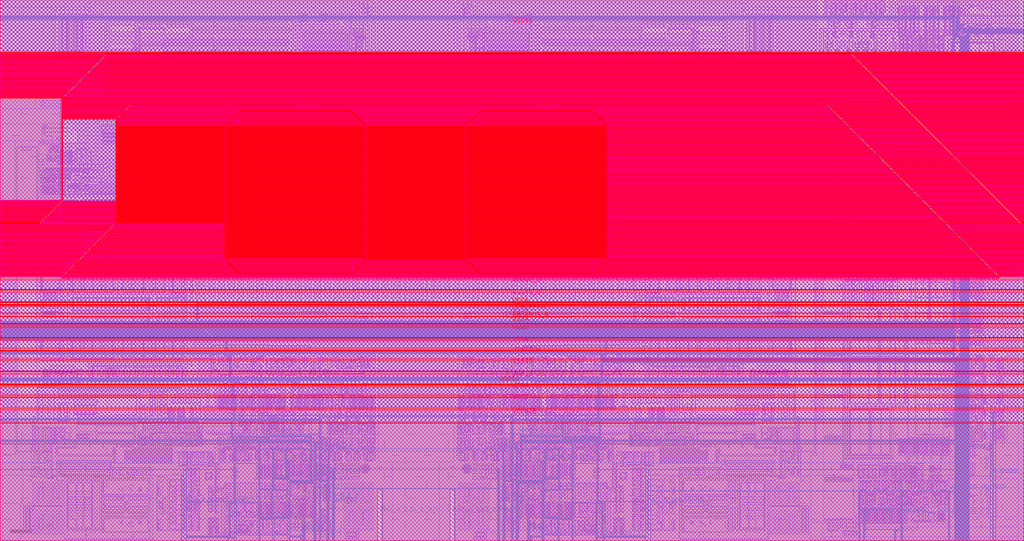
<source format=lef>
# Copyright 2020 The SkyWater PDK Authors
#
# Licensed under the Apache License, Version 2.0 (the "License");
# you may not use this file except in compliance with the License.
# You may obtain a copy of the License at
#
#     https://www.apache.org/licenses/LICENSE-2.0
#
# Unless required by applicable law or agreed to in writing, software
# distributed under the License is distributed on an "AS IS" BASIS,
# WITHOUT WARRANTIES OR CONDITIONS OF ANY KIND, either express or implied.
# See the License for the specific language governing permissions and
# limitations under the License.
#
# SPDX-License-Identifier: Apache-2.0

VERSION 5.5 ;
NAMESCASESENSITIVE ON ;
BUSBITCHARS "[]" ;
DIVIDERCHAR "/" ;
MACRO sky130_fd_io__top_sio_macro
  CLASS BLOCK ;
  SOURCE USER ;
  ORIGIN  0.000000  0.000000 ;
  SIZE 480 BY  253.7150 ;
  SYMMETRY R90 ;
  PIN AMUXBUS_A
    ANTENNAPARTIALCUTAREA  0.280000 ;
    DIRECTION INOUT ;
    USE SIGNAL ;
    PORT
      LAYER met2 ;
        RECT 447.905000 0.000000 448.165000 83.360000 ;
    END
    PORT
      LAYER met4 ;
        RECT 0.000000 106.840000 480.000000 109.820000 ;
    END
  END AMUXBUS_A
  PIN AMUXBUS_B
    ANTENNAPARTIALCUTAREA  0.080000 ;
    DIRECTION INOUT ;
    USE SIGNAL ;
    PORT
      LAYER met2 ;
        RECT 448.655000 0.000000 448.915000 83.360000 ;
    END
    PORT
      LAYER met4 ;
        RECT 0.000000 102.080000 480.000000 105.060000 ;
    END
  END AMUXBUS_B
  PIN DFT_REFGEN
    ANTENNAGATEAREA  0.720000 ;
    DIRECTION INPUT ;
    USE SIGNAL ;
    PORT
      LAYER met2 ;
        RECT 449.245000 238.950000 449.560000 239.005000 ;
        RECT 449.245000 239.005000 449.505000 239.060000 ;
        RECT 449.245000 239.060000 449.505000 245.815000 ;
        RECT 449.305000 238.890000 449.615000 238.950000 ;
        RECT 449.375000 238.820000 449.675000 238.890000 ;
        RECT 449.445000 238.750000 449.745000 238.820000 ;
        RECT 449.515000 238.680000 449.815000 238.750000 ;
        RECT 449.585000 238.610000 449.885000 238.680000 ;
        RECT 449.655000 238.540000 449.955000 238.610000 ;
        RECT 449.725000 238.470000 450.025000 238.540000 ;
        RECT 449.795000 238.400000 450.095000 238.470000 ;
        RECT 449.865000 238.330000 450.165000 238.400000 ;
        RECT 449.935000 238.260000 450.235000 238.330000 ;
        RECT 450.005000 238.190000 450.305000 238.260000 ;
        RECT 450.075000 238.120000 450.375000 238.190000 ;
        RECT 450.145000 238.050000 450.445000 238.120000 ;
        RECT 450.215000 237.980000 450.515000 238.050000 ;
        RECT 450.285000 237.910000 450.585000 237.980000 ;
        RECT 450.355000 237.840000 450.655000 237.910000 ;
        RECT 450.425000 237.770000 450.725000 237.840000 ;
        RECT 450.495000 237.700000 450.795000 237.770000 ;
        RECT 450.565000 237.630000 450.865000 237.700000 ;
        RECT 450.635000 237.560000 450.935000 237.630000 ;
        RECT 450.705000 237.490000 451.005000 237.560000 ;
        RECT 450.775000 237.420000 451.075000 237.490000 ;
        RECT 450.845000 237.350000 451.145000 237.420000 ;
        RECT 450.915000 237.280000 451.215000 237.350000 ;
        RECT 450.985000 237.210000 451.285000 237.280000 ;
        RECT 451.055000 237.140000 451.355000 237.210000 ;
        RECT 451.125000 237.070000 451.425000 237.140000 ;
        RECT 451.195000 237.000000 451.495000 237.070000 ;
        RECT 451.265000 236.930000 451.565000 237.000000 ;
        RECT 451.335000 236.860000 451.635000 236.930000 ;
        RECT 451.405000 236.790000 451.705000 236.860000 ;
        RECT 451.475000 236.720000 451.775000 236.790000 ;
        RECT 451.545000 236.650000 451.845000 236.720000 ;
        RECT 451.600000 236.595000 451.915000 236.650000 ;
        RECT 451.655000   0.000000 451.915000 236.540000 ;
        RECT 451.655000 236.540000 451.915000 236.595000 ;
    END
  END DFT_REFGEN
  PIN DM0[0]
    ANTENNAGATEAREA  0.720000 ;
    DIRECTION INPUT ;
    USE SIGNAL ;
    PORT
      LAYER met2 ;
        RECT 156.380000 0.000000 156.640000 33.095000 ;
    END
  END DM0[0]
  PIN DM0[1]
    ANTENNAGATEAREA  0.720000 ;
    DIRECTION INPUT ;
    USE SIGNAL ;
    PORT
      LAYER met2 ;
        RECT 155.980000 0.000000 156.240000 33.835000 ;
    END
  END DM0[1]
  PIN DM0[2]
    ANTENNAGATEAREA  0.720000 ;
    DIRECTION INPUT ;
    USE SIGNAL ;
    PORT
      LAYER met2 ;
        RECT 153.810000  0.000000 154.070000 41.985000 ;
        RECT 153.810000 41.985000 154.070000 41.990000 ;
        RECT 153.810000 41.990000 154.075000 41.995000 ;
        RECT 153.810000 41.995000 154.080000 42.095000 ;
        RECT 153.815000 42.095000 154.080000 42.100000 ;
        RECT 153.820000 42.100000 154.080000 42.105000 ;
        RECT 153.820000 42.105000 154.080000 42.910000 ;
    END
  END DM0[2]
  PIN DM1[0]
    ANTENNAGATEAREA  0.720000 ;
    DIRECTION INPUT ;
    USE SIGNAL ;
    PORT
      LAYER met2 ;
        RECT 233.365000 0.000000 233.625000 33.095000 ;
    END
  END DM1[0]
  PIN DM1[1]
    ANTENNAGATEAREA  0.720000 ;
    DIRECTION INPUT ;
    USE SIGNAL ;
    PORT
      LAYER met2 ;
        RECT 233.765000 0.000000 234.025000 33.835000 ;
    END
  END DM1[1]
  PIN DM1[2]
    ANTENNAGATEAREA  0.720000 ;
    DIRECTION INPUT ;
    USE SIGNAL ;
    PORT
      LAYER met2 ;
        RECT 235.925000 41.995000 236.195000 42.095000 ;
        RECT 235.925000 42.095000 236.190000 42.100000 ;
        RECT 235.925000 42.100000 236.185000 42.105000 ;
        RECT 235.925000 42.105000 236.185000 42.910000 ;
        RECT 235.930000 41.990000 236.195000 41.995000 ;
        RECT 235.935000  0.000000 236.195000 41.985000 ;
        RECT 235.935000 41.985000 236.195000 41.990000 ;
    END
  END DM1[2]
  PIN ENABLE_H
    ANTENNAPARTIALCUTAREA  0.240000 ;
    DIRECTION INPUT ;
    USE SIGNAL ;
    PORT
      LAYER met2 ;
        RECT 153.390000 2.235000 153.670000  3.005000 ;
        RECT 153.400000 2.225000 153.670000  2.235000 ;
        RECT 153.400000 3.005000 153.670000  3.015000 ;
        RECT 153.410000 0.000000 153.670000  2.215000 ;
        RECT 153.410000 2.215000 153.670000  2.225000 ;
        RECT 153.410000 3.015000 153.670000  3.025000 ;
        RECT 153.410000 3.025000 153.670000 34.945000 ;
    END
    PORT
      LAYER met2 ;
        RECT 236.335000 0.000000 236.595000  2.190000 ;
        RECT 236.335000 2.190000 236.595000  2.210000 ;
        RECT 236.335000 2.210000 236.615000  2.230000 ;
        RECT 236.335000 2.230000 236.635000  2.235000 ;
        RECT 236.335000 2.235000 236.640000  3.005000 ;
        RECT 236.335000 3.005000 236.620000  3.025000 ;
        RECT 236.335000 3.025000 236.600000  3.045000 ;
        RECT 236.335000 3.045000 236.595000  3.050000 ;
        RECT 236.335000 3.050000 236.595000 34.945000 ;
    END
  END ENABLE_H
  PIN ENABLE_VDDA_H
    ANTENNAGATEAREA  19.20000 ;
    DIRECTION INPUT ;
    USE SIGNAL ;
    PORT
      LAYER met2 ;
        RECT 449.995000 239.270000 450.310000 239.325000 ;
        RECT 449.995000 239.325000 450.255000 239.380000 ;
        RECT 449.995000 239.380000 450.255000 240.715000 ;
        RECT 450.055000 239.210000 450.365000 239.270000 ;
        RECT 450.125000 239.140000 450.425000 239.210000 ;
        RECT 450.195000 239.070000 450.495000 239.140000 ;
        RECT 450.265000 239.000000 450.565000 239.070000 ;
        RECT 450.335000 238.930000 450.635000 239.000000 ;
        RECT 450.405000 238.860000 450.705000 238.930000 ;
        RECT 450.475000 238.790000 450.775000 238.860000 ;
        RECT 450.545000 238.720000 450.845000 238.790000 ;
        RECT 450.615000 238.650000 450.915000 238.720000 ;
        RECT 450.685000 238.580000 450.985000 238.650000 ;
        RECT 450.755000 238.510000 451.055000 238.580000 ;
        RECT 450.825000 238.440000 451.125000 238.510000 ;
        RECT 450.895000 238.370000 451.195000 238.440000 ;
        RECT 450.965000 238.300000 451.265000 238.370000 ;
        RECT 451.035000 238.230000 451.335000 238.300000 ;
        RECT 451.105000 238.160000 451.405000 238.230000 ;
        RECT 451.175000 238.090000 451.475000 238.160000 ;
        RECT 451.245000 238.020000 451.545000 238.090000 ;
        RECT 451.315000 237.950000 451.615000 238.020000 ;
        RECT 451.385000 237.880000 451.685000 237.950000 ;
        RECT 451.455000 237.810000 451.755000 237.880000 ;
        RECT 451.525000 237.740000 451.825000 237.810000 ;
        RECT 451.595000 237.670000 451.895000 237.740000 ;
        RECT 451.665000 237.600000 451.965000 237.670000 ;
        RECT 451.735000 237.530000 452.035000 237.600000 ;
        RECT 451.805000 237.460000 452.105000 237.530000 ;
        RECT 451.875000 237.390000 452.175000 237.460000 ;
        RECT 451.945000 237.320000 452.245000 237.390000 ;
        RECT 452.015000 237.250000 452.315000 237.320000 ;
        RECT 452.085000 237.180000 452.385000 237.250000 ;
        RECT 452.155000 237.110000 452.455000 237.180000 ;
        RECT 452.225000 237.040000 452.525000 237.110000 ;
        RECT 452.295000 236.970000 452.595000 237.040000 ;
        RECT 452.350000 236.915000 452.665000 236.970000 ;
        RECT 452.405000   0.000000 452.665000 236.860000 ;
        RECT 452.405000 236.860000 452.665000 236.915000 ;
    END
  END ENABLE_VDDA_H
  PIN HLD_H_N[0]
    ANTENNAGATEAREA  2.400000 ;
    DIRECTION INPUT ;
    USE SIGNAL ;
    PORT
      LAYER met2 ;
        RECT 135.195000 36.690000 135.835000 36.950000 ;
        RECT 135.455000 36.685000 135.835000 36.690000 ;
        RECT 135.515000 36.625000 135.835000 36.685000 ;
        RECT 135.575000  0.000000 135.835000 36.565000 ;
        RECT 135.575000 36.565000 135.835000 36.625000 ;
    END
  END HLD_H_N[0]
  PIN HLD_H_N[1]
    ANTENNAGATEAREA  2.400000 ;
    DIRECTION INPUT ;
    USE SIGNAL ;
    PORT
      LAYER met2 ;
        RECT 254.170000  0.000000 254.430000 36.565000 ;
        RECT 254.170000 36.565000 254.430000 36.625000 ;
        RECT 254.170000 36.625000 254.490000 36.685000 ;
        RECT 254.170000 36.685000 254.550000 36.690000 ;
        RECT 254.170000 36.690000 254.810000 36.950000 ;
    END
  END HLD_H_N[1]
  PIN HLD_H_N_REFGEN
    ANTENNAGATEAREA  2.400000 ;
    DIRECTION INPUT ;
    USE SIGNAL ;
    PORT
      LAYER met2 ;
        RECT 404.955000 14.810000 405.595000 15.070000 ;
        RECT 404.975000 14.790000 405.360000 14.810000 ;
        RECT 404.995000  0.000000 405.255000 14.685000 ;
        RECT 404.995000 14.685000 405.255000 14.725000 ;
        RECT 404.995000 14.725000 405.295000 14.765000 ;
        RECT 404.995000 14.765000 405.335000 14.770000 ;
        RECT 404.995000 14.770000 405.340000 14.790000 ;
    END
  END HLD_H_N_REFGEN
  PIN HLD_OVR[0]
    ANTENNAGATEAREA  0.720000 ;
    DIRECTION INPUT ;
    USE SIGNAL ;
    PORT
      LAYER met2 ;
        RECT 140.995000 2.085000 141.635000 2.345000 ;
        RECT 141.040000 2.040000 141.590000 2.085000 ;
        RECT 141.085000 1.995000 141.545000 2.040000 ;
        RECT 141.090000 1.990000 141.545000 1.995000 ;
        RECT 141.145000 1.935000 141.545000 1.990000 ;
        RECT 141.200000 0.000000 141.545000 1.880000 ;
        RECT 141.200000 1.880000 141.545000 1.935000 ;
    END
  END HLD_OVR[0]
  PIN HLD_OVR[1]
    ANTENNAGATEAREA  0.720000 ;
    DIRECTION INPUT ;
    USE SIGNAL ;
    PORT
      LAYER met2 ;
        RECT 248.370000 2.085000 249.010000 2.345000 ;
        RECT 248.415000 2.040000 248.965000 2.085000 ;
        RECT 248.460000 0.000000 248.805000 1.880000 ;
        RECT 248.460000 1.880000 248.805000 1.935000 ;
        RECT 248.460000 1.935000 248.860000 1.990000 ;
        RECT 248.460000 1.990000 248.915000 1.995000 ;
        RECT 248.460000 1.995000 248.920000 2.040000 ;
    END
  END HLD_OVR[1]
  PIN IBUF_SEL[0]
    ANTENNAGATEAREA  0.720000 ;
    DIRECTION INPUT ;
    USE SIGNAL ;
    PORT
      LAYER met2 ;
        RECT 133.755000 29.985000 134.820000 30.055000 ;
        RECT 133.755000 30.055000 134.750000 30.125000 ;
        RECT 133.755000 30.125000 134.680000 30.195000 ;
        RECT 133.755000 30.195000 134.630000 30.245000 ;
        RECT 134.070000 30.245000 134.460000 30.305000 ;
        RECT 134.130000 30.305000 134.400000 30.365000 ;
        RECT 134.135000 30.365000 134.395000 30.370000 ;
        RECT 134.135000 30.370000 134.395000 42.740000 ;
        RECT 134.525000 29.980000 134.890000 29.985000 ;
        RECT 134.530000 29.975000 134.895000 29.980000 ;
        RECT 134.535000 29.970000 134.900000 29.975000 ;
        RECT 134.590000 29.915000 134.905000 29.970000 ;
        RECT 134.645000 29.370000 134.960000 29.425000 ;
        RECT 134.645000 29.425000 134.905000 29.480000 ;
        RECT 134.645000 29.480000 134.905000 29.860000 ;
        RECT 134.645000 29.860000 134.905000 29.915000 ;
        RECT 134.715000 29.300000 135.015000 29.370000 ;
        RECT 134.785000 29.230000 135.085000 29.300000 ;
        RECT 134.855000 29.160000 135.155000 29.230000 ;
        RECT 134.925000 29.090000 135.225000 29.160000 ;
        RECT 134.995000 29.020000 135.295000 29.090000 ;
        RECT 135.065000 28.950000 135.365000 29.020000 ;
        RECT 135.120000 28.895000 135.435000 28.950000 ;
        RECT 135.175000  0.000000 135.435000 28.840000 ;
        RECT 135.175000 28.840000 135.435000 28.895000 ;
    END
  END IBUF_SEL[0]
  PIN IBUF_SEL[1]
    ANTENNAGATEAREA  0.720000 ;
    DIRECTION INPUT ;
    USE SIGNAL ;
    PORT
      LAYER met2 ;
        RECT 254.570000  0.000000 254.830000 28.840000 ;
        RECT 254.570000 28.840000 254.830000 28.895000 ;
        RECT 254.570000 28.895000 254.885000 28.950000 ;
        RECT 254.640000 28.950000 254.940000 29.020000 ;
        RECT 254.710000 29.020000 255.010000 29.090000 ;
        RECT 254.780000 29.090000 255.080000 29.160000 ;
        RECT 254.850000 29.160000 255.150000 29.230000 ;
        RECT 254.920000 29.230000 255.220000 29.300000 ;
        RECT 254.990000 29.300000 255.290000 29.370000 ;
        RECT 255.045000 29.370000 255.360000 29.425000 ;
        RECT 255.100000 29.425000 255.360000 29.480000 ;
        RECT 255.100000 29.480000 255.360000 29.860000 ;
        RECT 255.100000 29.860000 255.360000 29.915000 ;
        RECT 255.100000 29.915000 255.415000 29.970000 ;
        RECT 255.105000 29.970000 255.470000 29.975000 ;
        RECT 255.110000 29.975000 255.475000 29.980000 ;
        RECT 255.115000 29.980000 255.480000 29.985000 ;
        RECT 255.185000 29.985000 256.250000 30.055000 ;
        RECT 255.255000 30.055000 256.250000 30.125000 ;
        RECT 255.325000 30.125000 256.250000 30.195000 ;
        RECT 255.375000 30.195000 256.250000 30.245000 ;
        RECT 255.545000 30.245000 255.935000 30.305000 ;
        RECT 255.605000 30.305000 255.875000 30.365000 ;
        RECT 255.610000 30.365000 255.870000 30.370000 ;
        RECT 255.610000 30.370000 255.870000 42.740000 ;
    END
  END IBUF_SEL[1]
  PIN IBUF_SEL_REFGEN
    ANTENNAGATEAREA  0.720000 ;
    DIRECTION INPUT ;
    USE SIGNAL ;
    PORT
      LAYER met2 ;
        RECT 422.690000 0.000000 422.950000 23.140000 ;
    END
  END IBUF_SEL_REFGEN
  PIN IN[0]
    ANTENNAPARTIALMETALSIDEAREA  11.31440 ;
    DIRECTION OUTPUT ;
    USE SIGNAL ;
    PORT
      LAYER met2 ;
        RECT 142.005000 0.000000 142.265000 7.580000 ;
    END
  END IN[0]
  PIN IN[1]
    ANTENNAPARTIALMETALSIDEAREA  11.31440 ;
    DIRECTION OUTPUT ;
    USE SIGNAL ;
    PORT
      LAYER met2 ;
        RECT 247.740000 0.000000 248.000000 7.580000 ;
    END
  END IN[1]
  PIN INP_DIS[0]
    ANTENNAGATEAREA  0.720000 ;
    DIRECTION INPUT ;
    USE SIGNAL ;
    PORT
      LAYER met2 ;
        RECT 106.710000 0.000000 106.970000  1.240000 ;
        RECT 106.710000 1.240000 106.970000  1.295000 ;
        RECT 106.710000 1.295000 107.025000  1.350000 ;
        RECT 106.780000 1.350000 107.080000  1.420000 ;
        RECT 106.850000 1.420000 107.150000  1.490000 ;
        RECT 106.920000 1.490000 107.220000  1.560000 ;
        RECT 106.990000 1.560000 107.290000  1.630000 ;
        RECT 107.060000 1.630000 107.360000  1.700000 ;
        RECT 107.130000 1.700000 107.430000  1.770000 ;
        RECT 107.200000 1.770000 107.500000  1.840000 ;
        RECT 107.270000 1.840000 107.570000  1.910000 ;
        RECT 107.315000 1.910000 107.640000  1.955000 ;
        RECT 107.370000 1.955000 107.685000  2.010000 ;
        RECT 107.425000 2.010000 107.685000  2.065000 ;
        RECT 107.425000 2.065000 107.685000 18.155000 ;
    END
  END INP_DIS[0]
  PIN INP_DIS[1]
    ANTENNAGATEAREA  0.720000 ;
    DIRECTION INPUT ;
    USE SIGNAL ;
    PORT
      LAYER met2 ;
        RECT 282.320000 1.955000 282.635000  2.010000 ;
        RECT 282.320000 2.010000 282.580000  2.065000 ;
        RECT 282.320000 2.065000 282.580000 18.155000 ;
        RECT 282.365000 1.910000 282.690000  1.955000 ;
        RECT 282.435000 1.840000 282.735000  1.910000 ;
        RECT 282.505000 1.770000 282.805000  1.840000 ;
        RECT 282.575000 1.700000 282.875000  1.770000 ;
        RECT 282.645000 1.630000 282.945000  1.700000 ;
        RECT 282.715000 1.560000 283.015000  1.630000 ;
        RECT 282.785000 1.490000 283.085000  1.560000 ;
        RECT 282.855000 1.420000 283.155000  1.490000 ;
        RECT 282.925000 1.350000 283.225000  1.420000 ;
        RECT 282.980000 1.295000 283.295000  1.350000 ;
        RECT 283.035000 0.000000 283.295000  1.240000 ;
        RECT 283.035000 1.240000 283.295000  1.295000 ;
    END
  END INP_DIS[1]
  PIN IN_H[0]
    ANTENNAPARTIALMETALSIDEAREA  7.199500 ;
    DIRECTION OUTPUT ;
    USE SIGNAL ;
    PORT
      LAYER met2 ;
        RECT 142.405000 0.000000 142.665000 10.590000 ;
    END
  END IN_H[0]
  PIN IN_H[1]
    ANTENNAPARTIALMETALSIDEAREA  7.199500 ;
    DIRECTION OUTPUT ;
    USE SIGNAL ;
    PORT
      LAYER met2 ;
        RECT 247.340000 0.000000 247.600000 10.590000 ;
    END
  END IN_H[1]
  PIN OE_N[0]
    ANTENNAGATEAREA  0.720000 ;
    DIRECTION INPUT ;
    USE SIGNAL ;
    PORT
      LAYER met2 ;
        RECT 145.255000 49.355000 145.895000 49.615000 ;
        RECT 145.515000 49.350000 145.895000 49.355000 ;
        RECT 145.575000 49.290000 145.895000 49.350000 ;
        RECT 145.635000 28.390000 145.950000 28.445000 ;
        RECT 145.635000 28.445000 145.895000 28.500000 ;
        RECT 145.635000 28.500000 145.895000 49.230000 ;
        RECT 145.635000 49.230000 145.895000 49.290000 ;
        RECT 145.705000 28.320000 146.005000 28.390000 ;
        RECT 145.775000 28.250000 146.075000 28.320000 ;
        RECT 145.845000 28.180000 146.145000 28.250000 ;
        RECT 145.915000 28.110000 146.215000 28.180000 ;
        RECT 145.985000 28.040000 146.285000 28.110000 ;
        RECT 146.055000 27.970000 146.355000 28.040000 ;
        RECT 146.125000 27.900000 146.425000 27.970000 ;
        RECT 146.195000 27.830000 146.495000 27.900000 ;
        RECT 146.265000 27.760000 146.565000 27.830000 ;
        RECT 146.335000 27.690000 146.635000 27.760000 ;
        RECT 146.405000 27.620000 146.705000 27.690000 ;
        RECT 146.475000 27.550000 146.775000 27.620000 ;
        RECT 146.545000 27.480000 146.845000 27.550000 ;
        RECT 146.615000 27.410000 146.915000 27.480000 ;
        RECT 146.685000 27.340000 146.985000 27.410000 ;
        RECT 146.755000 27.270000 147.055000 27.340000 ;
        RECT 146.825000 27.200000 147.125000 27.270000 ;
        RECT 146.895000 27.130000 147.195000 27.200000 ;
        RECT 146.965000 27.060000 147.265000 27.130000 ;
        RECT 147.035000 26.990000 147.335000 27.060000 ;
        RECT 147.105000 26.920000 147.405000 26.990000 ;
        RECT 147.160000 26.865000 147.475000 26.920000 ;
        RECT 147.215000  0.000000 147.475000 26.810000 ;
        RECT 147.215000 26.810000 147.475000 26.865000 ;
    END
  END OE_N[0]
  PIN OE_N[1]
    ANTENNAGATEAREA  0.720000 ;
    DIRECTION INPUT ;
    USE SIGNAL ;
    PORT
      LAYER met2 ;
        RECT 242.530000  0.000000 242.790000 26.810000 ;
        RECT 242.530000 26.810000 242.790000 26.865000 ;
        RECT 242.530000 26.865000 242.845000 26.920000 ;
        RECT 242.600000 26.920000 242.900000 26.990000 ;
        RECT 242.670000 26.990000 242.970000 27.060000 ;
        RECT 242.740000 27.060000 243.040000 27.130000 ;
        RECT 242.810000 27.130000 243.110000 27.200000 ;
        RECT 242.880000 27.200000 243.180000 27.270000 ;
        RECT 242.950000 27.270000 243.250000 27.340000 ;
        RECT 243.020000 27.340000 243.320000 27.410000 ;
        RECT 243.090000 27.410000 243.390000 27.480000 ;
        RECT 243.160000 27.480000 243.460000 27.550000 ;
        RECT 243.230000 27.550000 243.530000 27.620000 ;
        RECT 243.300000 27.620000 243.600000 27.690000 ;
        RECT 243.370000 27.690000 243.670000 27.760000 ;
        RECT 243.440000 27.760000 243.740000 27.830000 ;
        RECT 243.510000 27.830000 243.810000 27.900000 ;
        RECT 243.580000 27.900000 243.880000 27.970000 ;
        RECT 243.650000 27.970000 243.950000 28.040000 ;
        RECT 243.720000 28.040000 244.020000 28.110000 ;
        RECT 243.790000 28.110000 244.090000 28.180000 ;
        RECT 243.860000 28.180000 244.160000 28.250000 ;
        RECT 243.930000 28.250000 244.230000 28.320000 ;
        RECT 244.000000 28.320000 244.300000 28.390000 ;
        RECT 244.055000 28.390000 244.370000 28.445000 ;
        RECT 244.110000 28.445000 244.370000 28.500000 ;
        RECT 244.110000 28.500000 244.370000 49.230000 ;
        RECT 244.110000 49.230000 244.370000 49.290000 ;
        RECT 244.110000 49.290000 244.430000 49.350000 ;
        RECT 244.110000 49.350000 244.490000 49.355000 ;
        RECT 244.110000 49.355000 244.750000 49.615000 ;
    END
  END OE_N[1]
  PIN OUT[0]
    ANTENNAGATEAREA  0.720000 ;
    DIRECTION INPUT ;
    USE SIGNAL ;
    PORT
      LAYER met2 ;
        RECT 121.455000  0.000000 121.715000 45.840000 ;
        RECT 121.455000 45.840000 121.715000 45.910000 ;
        RECT 121.455000 45.910000 121.785000 45.980000 ;
        RECT 121.455000 45.980000 121.855000 46.020000 ;
        RECT 121.455000 46.020000 124.575000 46.090000 ;
        RECT 121.455000 46.090000 124.645000 46.160000 ;
        RECT 121.455000 46.160000 124.715000 46.230000 ;
        RECT 121.455000 46.230000 124.785000 46.280000 ;
        RECT 124.535000 46.280000 124.835000 46.350000 ;
        RECT 124.605000 46.350000 124.905000 46.420000 ;
        RECT 124.675000 46.420000 124.975000 46.490000 ;
        RECT 124.745000 46.490000 125.045000 46.560000 ;
        RECT 124.815000 46.560000 125.115000 46.630000 ;
        RECT 124.885000 46.630000 125.185000 46.700000 ;
        RECT 124.955000 46.700000 125.255000 46.770000 ;
        RECT 125.025000 46.770000 125.325000 46.840000 ;
        RECT 125.095000 46.840000 125.395000 46.910000 ;
        RECT 125.165000 46.910000 125.465000 46.980000 ;
        RECT 125.235000 46.980000 125.535000 47.050000 ;
        RECT 125.305000 47.050000 125.605000 47.120000 ;
        RECT 125.350000 48.970000 126.055000 51.845000 ;
        RECT 125.375000 47.120000 125.675000 47.190000 ;
        RECT 125.420000 48.900000 125.985000 48.970000 ;
        RECT 125.445000 47.190000 125.745000 47.260000 ;
        RECT 125.490000 48.830000 125.915000 48.900000 ;
        RECT 125.515000 47.260000 125.815000 47.330000 ;
        RECT 125.515000 48.805000 125.915000 48.830000 ;
        RECT 125.545000 47.330000 125.885000 47.360000 ;
        RECT 125.585000 48.735000 125.915000 48.805000 ;
        RECT 125.600000 47.360000 125.915000 47.415000 ;
        RECT 125.655000 47.415000 125.915000 47.470000 ;
        RECT 125.655000 47.470000 125.915000 48.665000 ;
        RECT 125.655000 48.665000 125.915000 48.735000 ;
    END
  END OUT[0]
  PIN OUT[1]
    ANTENNAGATEAREA  0.720000 ;
    DIRECTION INPUT ;
    USE SIGNAL ;
    PORT
      LAYER met2 ;
        RECT 263.950000 48.970000 264.655000 51.845000 ;
        RECT 264.020000 48.900000 264.585000 48.970000 ;
        RECT 264.090000 47.360000 264.405000 47.415000 ;
        RECT 264.090000 47.415000 264.350000 47.470000 ;
        RECT 264.090000 47.470000 264.350000 48.665000 ;
        RECT 264.090000 48.665000 264.350000 48.735000 ;
        RECT 264.090000 48.735000 264.420000 48.805000 ;
        RECT 264.090000 48.805000 264.490000 48.830000 ;
        RECT 264.090000 48.830000 264.515000 48.900000 ;
        RECT 264.120000 47.330000 264.460000 47.360000 ;
        RECT 264.190000 47.260000 264.490000 47.330000 ;
        RECT 264.260000 47.190000 264.560000 47.260000 ;
        RECT 264.330000 47.120000 264.630000 47.190000 ;
        RECT 264.400000 47.050000 264.700000 47.120000 ;
        RECT 264.470000 46.980000 264.770000 47.050000 ;
        RECT 264.540000 46.910000 264.840000 46.980000 ;
        RECT 264.610000 46.840000 264.910000 46.910000 ;
        RECT 264.680000 46.770000 264.980000 46.840000 ;
        RECT 264.750000 46.700000 265.050000 46.770000 ;
        RECT 264.820000 46.630000 265.120000 46.700000 ;
        RECT 264.890000 46.560000 265.190000 46.630000 ;
        RECT 264.960000 46.490000 265.260000 46.560000 ;
        RECT 265.030000 46.420000 265.330000 46.490000 ;
        RECT 265.100000 46.350000 265.400000 46.420000 ;
        RECT 265.170000 46.280000 265.470000 46.350000 ;
        RECT 265.220000 46.230000 268.550000 46.280000 ;
        RECT 265.290000 46.160000 268.550000 46.230000 ;
        RECT 265.360000 46.090000 268.550000 46.160000 ;
        RECT 265.430000 46.020000 268.550000 46.090000 ;
        RECT 268.150000 45.980000 268.550000 46.020000 ;
        RECT 268.220000 45.910000 268.550000 45.980000 ;
        RECT 268.290000  0.000000 268.550000 45.840000 ;
        RECT 268.290000 45.840000 268.550000 45.910000 ;
    END
  END OUT[1]
  PIN PAD[0]
    ANTENNAPARTIALMETALSIDEAREA  200.9870 ;
    DIRECTION INOUT ;
    USE SIGNAL ;
    PORT
      LAYER met5 ;
        RECT 105.790000 132.205000 171.190000 194.545000 ;
        RECT 105.920000 132.075000 171.060000 132.205000 ;
        RECT 106.190000 194.545000 170.790000 194.945000 ;
        RECT 106.320000 131.675000 170.660000 132.075000 ;
        RECT 106.590000 194.945000 170.390000 195.345000 ;
        RECT 106.720000 131.275000 170.260000 131.675000 ;
        RECT 106.990000 195.345000 169.990000 195.745000 ;
        RECT 107.120000 130.875000 169.860000 131.275000 ;
        RECT 107.390000 195.745000 169.590000 196.145000 ;
        RECT 107.520000 130.475000 169.460000 130.875000 ;
        RECT 107.790000 196.145000 169.190000 196.545000 ;
        RECT 107.920000 130.075000 169.060000 130.475000 ;
        RECT 108.190000 196.545000 168.790000 196.945000 ;
        RECT 108.320000 129.675000 168.660000 130.075000 ;
        RECT 108.590000 196.945000 168.390000 197.345000 ;
        RECT 108.720000 129.275000 168.260000 129.675000 ;
        RECT 108.990000 197.345000 167.990000 197.745000 ;
        RECT 109.120000 128.875000 167.860000 129.275000 ;
        RECT 109.390000 197.745000 167.590000 198.145000 ;
        RECT 109.520000 128.475000 167.460000 128.875000 ;
        RECT 109.790000 198.145000 167.190000 198.545000 ;
        RECT 109.920000 128.075000 167.060000 128.475000 ;
        RECT 110.190000 198.545000 166.790000 198.945000 ;
        RECT 110.320000 127.675000 166.660000 128.075000 ;
        RECT 110.590000 198.945000 166.390000 199.345000 ;
        RECT 110.720000 127.275000 166.260000 127.675000 ;
        RECT 110.990000 199.345000 165.990000 199.745000 ;
        RECT 111.120000 126.875000 165.860000 127.275000 ;
        RECT 111.390000 199.745000 165.590000 200.145000 ;
        RECT 111.520000 126.475000 165.460000 126.875000 ;
        RECT 111.790000 200.145000 165.190000 200.545000 ;
        RECT 111.920000 126.075000 165.060000 126.475000 ;
        RECT 112.190000 200.545000 164.790000 200.945000 ;
        RECT 112.320000 125.675000 164.660000 126.075000 ;
        RECT 112.320000 200.945000 164.660000 201.075000 ;
    END
  END PAD[0]
  PIN PAD[1]
    ANTENNAPARTIALMETALSIDEAREA  200.9870 ;
    DIRECTION INOUT ;
    USE SIGNAL ;
    PORT
      LAYER met5 ;
        RECT 218.815000 132.205000 284.215000 194.545000 ;
        RECT 218.945000 132.075000 284.085000 132.205000 ;
        RECT 219.215000 194.545000 283.815000 194.945000 ;
        RECT 219.345000 131.675000 283.685000 132.075000 ;
        RECT 219.615000 194.945000 283.415000 195.345000 ;
        RECT 219.745000 131.275000 283.285000 131.675000 ;
        RECT 220.015000 195.345000 283.015000 195.745000 ;
        RECT 220.145000 130.875000 282.885000 131.275000 ;
        RECT 220.415000 195.745000 282.615000 196.145000 ;
        RECT 220.545000 130.475000 282.485000 130.875000 ;
        RECT 220.815000 196.145000 282.215000 196.545000 ;
        RECT 220.945000 130.075000 282.085000 130.475000 ;
        RECT 221.215000 196.545000 281.815000 196.945000 ;
        RECT 221.345000 129.675000 281.685000 130.075000 ;
        RECT 221.615000 196.945000 281.415000 197.345000 ;
        RECT 221.745000 129.275000 281.285000 129.675000 ;
        RECT 222.015000 197.345000 281.015000 197.745000 ;
        RECT 222.145000 128.875000 280.885000 129.275000 ;
        RECT 222.415000 197.745000 280.615000 198.145000 ;
        RECT 222.545000 128.475000 280.485000 128.875000 ;
        RECT 222.815000 198.145000 280.215000 198.545000 ;
        RECT 222.945000 128.075000 280.085000 128.475000 ;
        RECT 223.215000 198.545000 279.815000 198.945000 ;
        RECT 223.345000 127.675000 279.685000 128.075000 ;
        RECT 223.615000 198.945000 279.415000 199.345000 ;
        RECT 223.745000 127.275000 279.285000 127.675000 ;
        RECT 224.015000 199.345000 279.015000 199.745000 ;
        RECT 224.145000 126.875000 278.885000 127.275000 ;
        RECT 224.415000 199.745000 278.615000 200.145000 ;
        RECT 224.545000 126.475000 278.485000 126.875000 ;
        RECT 224.815000 200.145000 278.215000 200.545000 ;
        RECT 224.945000 126.075000 278.085000 126.475000 ;
        RECT 225.215000 200.545000 277.815000 200.945000 ;
        RECT 225.345000 125.675000 277.685000 126.075000 ;
        RECT 225.345000 200.945000 277.685000 201.075000 ;
    END
  END PAD[1]
  PIN PAD_A_ESD_0_H[0]
    ANTENNAPARTIALMETALSIDEAREA  21.16800 ;
    DIRECTION INOUT ;
    USE SIGNAL ;
    PORT
      LAYER met2 ;
        RECT 85.260000 0.000000 86.105000 30.545000 ;
    END
  END PAD_A_ESD_0_H[0]
  PIN PAD_A_ESD_0_H[1]
    ANTENNAPARTIALMETALSIDEAREA  21.16800 ;
    DIRECTION INOUT ;
    USE SIGNAL ;
    PORT
      LAYER met2 ;
        RECT 303.900000 0.000000 304.745000 30.545000 ;
    END
  END PAD_A_ESD_0_H[1]
  PIN PAD_A_ESD_1_H[0]
    ANTENNAPARTIALMETALSIDEAREA  16.74750 ;
    DIRECTION INOUT ;
    USE SIGNAL ;
    PORT
      LAYER met2 ;
        RECT 176.990000 0.000000 178.990000 24.230000 ;
    END
  END PAD_A_ESD_1_H[0]
  PIN PAD_A_ESD_1_H[1]
    ANTENNAPARTIALMETALSIDEAREA  16.74750 ;
    DIRECTION INOUT ;
    USE SIGNAL ;
    PORT
      LAYER met2 ;
        RECT 211.015000 0.000000 213.015000 24.230000 ;
    END
  END PAD_A_ESD_1_H[1]
  PIN PAD_A_NOESD_H[0]
    ANTENNAPARTIALMETALSIDEAREA  23.05100 ;
    DIRECTION INOUT ;
    USE SIGNAL ;
    PORT
      LAYER met2 ;
        RECT 86.245000 0.000000 87.095000 33.235000 ;
    END
  END PAD_A_NOESD_H[0]
  PIN PAD_A_NOESD_H[1]
    ANTENNAPARTIALMETALSIDEAREA  23.05450 ;
    DIRECTION INOUT ;
    USE SIGNAL ;
    PORT
      LAYER met2 ;
        RECT 302.910000 0.000000 303.760000 33.235000 ;
    END
  END PAD_A_NOESD_H[1]
  PIN SLOW[0]
    ANTENNAGATEAREA  0.720000 ;
    DIRECTION INPUT ;
    USE SIGNAL ;
    PORT
      LAYER met2 ;
        RECT 147.615000 0.000000 147.875000 46.135000 ;
    END
  END SLOW[0]
  PIN SLOW[1]
    ANTENNAGATEAREA  0.720000 ;
    DIRECTION INPUT ;
    USE SIGNAL ;
    PORT
      LAYER met2 ;
        RECT 242.130000 0.000000 242.390000 46.135000 ;
    END
  END SLOW[1]
  PIN TIE_LO_ESD[0]
    ANTENNAGATEAREA  2.400000 ;
    DIRECTION OUTPUT ;
    USE SIGNAL ;
    PORT
      LAYER met2 ;
        RECT  92.305000 102.985000  92.635000 103.025000 ;
        RECT  92.305000 103.025000  92.595000 103.065000 ;
        RECT  92.305000 103.065000  92.595000 111.375000 ;
        RECT  92.305000 111.375000  92.595000 111.435000 ;
        RECT  92.305000 111.435000  92.655000 111.495000 ;
        RECT  92.305000 111.495000  92.715000 111.500000 ;
        RECT  92.305000 111.500000  93.345000 111.600000 ;
        RECT  92.350000 102.940000  92.675000 102.985000 ;
        RECT  92.375000 111.600000  93.345000 111.670000 ;
        RECT  92.420000 102.870000  92.720000 102.940000 ;
        RECT  92.445000 111.670000  93.345000 111.740000 ;
        RECT  92.465000 111.740000  93.345000 111.760000 ;
        RECT  92.490000 102.800000  92.790000 102.870000 ;
        RECT  92.560000 102.730000  92.860000 102.800000 ;
        RECT  92.630000 102.660000  92.930000 102.730000 ;
        RECT  92.700000 102.590000  93.000000 102.660000 ;
        RECT  92.770000 102.520000  93.070000 102.590000 ;
        RECT  92.840000 102.450000  93.140000 102.520000 ;
        RECT  92.910000 102.380000  93.210000 102.450000 ;
        RECT  92.980000 102.310000  93.280000 102.380000 ;
        RECT  93.015000 111.760000  93.345000 111.830000 ;
        RECT  93.050000 102.240000  93.350000 102.310000 ;
        RECT  93.085000 111.830000  93.345000 111.900000 ;
        RECT  93.085000 111.900000  93.345000 112.140000 ;
        RECT  93.120000 102.170000  93.420000 102.240000 ;
        RECT  93.190000 102.100000  93.490000 102.170000 ;
        RECT  93.260000 102.030000  93.560000 102.100000 ;
        RECT  93.330000 101.960000  93.630000 102.030000 ;
        RECT  93.400000 101.890000  93.700000 101.960000 ;
        RECT  93.470000 101.820000  93.770000 101.890000 ;
        RECT  93.540000 101.750000  93.840000 101.820000 ;
        RECT  93.610000 101.680000  93.910000 101.750000 ;
        RECT  93.680000 101.610000  93.980000 101.680000 ;
        RECT  93.750000 101.540000  94.050000 101.610000 ;
        RECT  93.820000 101.470000  94.120000 101.540000 ;
        RECT  93.890000 101.400000  94.190000 101.470000 ;
        RECT  93.960000 101.330000  94.260000 101.400000 ;
        RECT  94.030000 101.260000  94.330000 101.330000 ;
        RECT  94.100000 101.190000  94.400000 101.260000 ;
        RECT  94.170000 101.120000  94.470000 101.190000 ;
        RECT  94.240000 101.050000  94.540000 101.120000 ;
        RECT  94.310000 100.980000  94.610000 101.050000 ;
        RECT  94.380000 100.910000  94.680000 100.980000 ;
        RECT  94.450000 100.840000  94.750000 100.910000 ;
        RECT  94.520000 100.770000  94.820000 100.840000 ;
        RECT  94.590000 100.700000  94.890000 100.770000 ;
        RECT  94.660000 100.630000  94.960000 100.700000 ;
        RECT  94.730000 100.560000  95.030000 100.630000 ;
        RECT  94.800000 100.490000  95.100000 100.560000 ;
        RECT  94.870000 100.420000  95.170000 100.490000 ;
        RECT  94.940000 100.350000  95.240000 100.420000 ;
        RECT  95.010000 100.280000  95.310000 100.350000 ;
        RECT  95.080000 100.210000  95.380000 100.280000 ;
        RECT  95.150000 100.140000  95.450000 100.210000 ;
        RECT  95.220000 100.070000  95.520000 100.140000 ;
        RECT  95.290000 100.000000  95.590000 100.070000 ;
        RECT  95.360000  99.930000  95.660000 100.000000 ;
        RECT  95.430000  99.860000  95.730000  99.930000 ;
        RECT  95.500000  99.790000  95.800000  99.860000 ;
        RECT  95.570000  99.720000  95.870000  99.790000 ;
        RECT  95.640000  99.650000  95.940000  99.720000 ;
        RECT  95.710000  99.580000  96.010000  99.650000 ;
        RECT  95.780000  99.510000  96.080000  99.580000 ;
        RECT  95.850000  99.440000  96.150000  99.510000 ;
        RECT  95.920000  99.370000  96.220000  99.440000 ;
        RECT  95.990000  99.300000  96.290000  99.370000 ;
        RECT  96.060000  99.230000  96.360000  99.300000 ;
        RECT  96.130000  99.160000  96.430000  99.230000 ;
        RECT  96.200000  99.090000  96.500000  99.160000 ;
        RECT  96.270000  99.020000  96.570000  99.090000 ;
        RECT  96.340000  98.950000  96.640000  99.020000 ;
        RECT  96.410000  98.880000  96.710000  98.950000 ;
        RECT  96.480000  98.810000  96.780000  98.880000 ;
        RECT  96.550000  98.740000  96.850000  98.810000 ;
        RECT  96.620000  98.670000  96.920000  98.740000 ;
        RECT  96.690000  98.600000  96.990000  98.670000 ;
        RECT  96.760000  98.530000  97.060000  98.600000 ;
        RECT  96.830000  98.460000  97.130000  98.530000 ;
        RECT  96.900000  98.390000  97.200000  98.460000 ;
        RECT  96.970000  98.320000  97.270000  98.390000 ;
        RECT  97.040000  98.250000  97.340000  98.320000 ;
        RECT  97.110000  98.180000  97.410000  98.250000 ;
        RECT  97.180000  98.110000  97.480000  98.180000 ;
        RECT  97.250000  98.040000  97.550000  98.110000 ;
        RECT  97.320000  97.970000  97.620000  98.040000 ;
        RECT  97.390000  97.900000  97.690000  97.970000 ;
        RECT  97.460000  97.830000  97.760000  97.900000 ;
        RECT  97.530000  97.760000  97.830000  97.830000 ;
        RECT  97.600000  97.690000  97.900000  97.760000 ;
        RECT  97.670000  97.620000  97.970000  97.690000 ;
        RECT  97.740000  97.550000  98.040000  97.620000 ;
        RECT  97.810000  97.480000  98.110000  97.550000 ;
        RECT  97.880000  97.410000  98.180000  97.480000 ;
        RECT  97.950000  97.340000  98.250000  97.410000 ;
        RECT  98.020000  97.270000  98.320000  97.340000 ;
        RECT  98.090000  97.200000  98.390000  97.270000 ;
        RECT  98.160000  97.130000  98.460000  97.200000 ;
        RECT  98.230000  97.060000  98.530000  97.130000 ;
        RECT  98.300000  96.990000  98.600000  97.060000 ;
        RECT  98.370000  96.920000  98.670000  96.990000 ;
        RECT  98.440000  96.850000  98.740000  96.920000 ;
        RECT  98.510000  96.780000  98.810000  96.850000 ;
        RECT  98.580000  96.710000  98.880000  96.780000 ;
        RECT  98.650000  96.640000  98.950000  96.710000 ;
        RECT  98.720000  96.570000  99.020000  96.640000 ;
        RECT  98.790000  96.500000  99.090000  96.570000 ;
        RECT  98.860000  96.430000  99.160000  96.500000 ;
        RECT  98.930000  96.360000  99.230000  96.430000 ;
        RECT  99.000000  96.290000  99.300000  96.360000 ;
        RECT  99.070000  96.220000  99.370000  96.290000 ;
        RECT  99.140000  96.150000  99.440000  96.220000 ;
        RECT  99.210000  96.080000  99.510000  96.150000 ;
        RECT  99.280000  96.010000  99.580000  96.080000 ;
        RECT  99.350000  95.940000  99.650000  96.010000 ;
        RECT  99.420000  95.870000  99.720000  95.940000 ;
        RECT  99.490000  95.800000  99.790000  95.870000 ;
        RECT  99.560000  95.730000  99.860000  95.800000 ;
        RECT  99.630000  95.660000  99.930000  95.730000 ;
        RECT  99.700000  95.590000 100.000000  95.660000 ;
        RECT  99.770000  95.520000 100.070000  95.590000 ;
        RECT  99.840000  95.450000 100.140000  95.520000 ;
        RECT  99.910000  95.380000 100.210000  95.450000 ;
        RECT  99.980000  95.310000 100.280000  95.380000 ;
        RECT 100.050000  95.240000 100.350000  95.310000 ;
        RECT 100.120000  95.170000 100.420000  95.240000 ;
        RECT 100.190000  95.100000 100.490000  95.170000 ;
        RECT 100.260000  95.030000 100.560000  95.100000 ;
        RECT 100.330000  94.960000 100.630000  95.030000 ;
        RECT 100.380000  94.910000 105.385000  94.960000 ;
        RECT 100.450000  94.840000 105.435000  94.910000 ;
        RECT 100.520000  94.770000 105.505000  94.840000 ;
        RECT 100.590000  94.700000 105.575000  94.770000 ;
        RECT 105.305000  94.670000 105.645000  94.700000 ;
        RECT 105.375000  94.600000 105.675000  94.670000 ;
        RECT 105.445000  94.530000 105.745000  94.600000 ;
        RECT 105.515000  94.460000 105.815000  94.530000 ;
        RECT 105.585000  94.390000 105.885000  94.460000 ;
        RECT 105.655000  94.320000 105.955000  94.390000 ;
        RECT 105.725000  94.250000 106.025000  94.320000 ;
        RECT 105.730000  94.245000 106.095000  94.250000 ;
        RECT 105.770000  94.205000 106.095000  94.245000 ;
        RECT 105.810000  89.480000 106.140000  89.520000 ;
        RECT 105.810000  89.520000 106.100000  89.560000 ;
        RECT 105.810000  89.560000 106.095000  89.565000 ;
        RECT 105.810000  89.565000 106.095000  94.165000 ;
        RECT 105.810000  94.165000 106.095000  94.205000 ;
        RECT 105.820000  89.470000 106.180000  89.480000 ;
        RECT 105.890000  89.400000 106.190000  89.470000 ;
        RECT 105.960000  89.330000 106.260000  89.400000 ;
        RECT 106.030000  89.260000 106.330000  89.330000 ;
        RECT 106.100000  89.190000 106.400000  89.260000 ;
        RECT 106.170000  89.120000 106.470000  89.190000 ;
        RECT 106.240000  89.050000 106.540000  89.120000 ;
        RECT 106.310000  88.980000 106.610000  89.050000 ;
        RECT 106.380000  88.910000 106.680000  88.980000 ;
        RECT 106.450000  88.840000 106.750000  88.910000 ;
        RECT 106.520000  88.770000 106.820000  88.840000 ;
        RECT 106.590000  88.700000 106.890000  88.770000 ;
        RECT 106.660000  88.630000 106.960000  88.700000 ;
        RECT 106.730000  88.560000 107.030000  88.630000 ;
        RECT 106.800000  88.490000 107.100000  88.560000 ;
        RECT 106.870000  88.420000 107.170000  88.490000 ;
        RECT 106.940000  88.350000 107.240000  88.420000 ;
        RECT 107.010000  88.280000 107.310000  88.350000 ;
        RECT 107.080000  88.210000 107.380000  88.280000 ;
        RECT 107.150000  88.140000 107.450000  88.210000 ;
        RECT 107.220000  88.070000 107.520000  88.140000 ;
        RECT 107.290000  88.000000 107.590000  88.070000 ;
        RECT 107.360000  87.930000 107.660000  88.000000 ;
        RECT 107.430000  87.860000 107.730000  87.930000 ;
        RECT 107.500000  87.790000 107.800000  87.860000 ;
        RECT 107.570000  87.720000 107.870000  87.790000 ;
        RECT 107.640000  87.650000 107.940000  87.720000 ;
        RECT 107.695000  87.595000 108.010000  87.650000 ;
        RECT 107.750000  76.510000 108.065000  76.565000 ;
        RECT 107.750000  76.565000 108.010000  76.620000 ;
        RECT 107.750000  76.620000 108.010000  87.540000 ;
        RECT 107.750000  87.540000 108.010000  87.595000 ;
        RECT 107.800000  76.460000 108.120000  76.510000 ;
        RECT 107.870000  76.390000 108.170000  76.460000 ;
        RECT 107.940000  76.320000 108.240000  76.390000 ;
        RECT 108.010000  76.250000 108.310000  76.320000 ;
        RECT 108.080000  76.180000 108.380000  76.250000 ;
        RECT 108.150000  76.110000 108.450000  76.180000 ;
        RECT 108.220000  76.040000 108.520000  76.110000 ;
        RECT 108.290000  75.970000 108.590000  76.040000 ;
        RECT 108.360000  75.900000 108.660000  75.970000 ;
        RECT 108.430000  75.830000 108.730000  75.900000 ;
        RECT 108.500000  75.760000 108.800000  75.830000 ;
        RECT 108.570000  47.460000 108.885000  47.515000 ;
        RECT 108.570000  47.515000 108.830000  47.570000 ;
        RECT 108.570000  47.570000 108.830000  56.455000 ;
        RECT 108.570000  56.455000 108.830000  56.510000 ;
        RECT 108.570000  56.510000 108.885000  56.565000 ;
        RECT 108.570000  75.690000 108.870000  75.760000 ;
        RECT 108.585000  47.445000 108.940000  47.460000 ;
        RECT 108.640000  56.565000 108.940000  56.635000 ;
        RECT 108.640000  75.620000 108.940000  75.690000 ;
        RECT 108.655000  47.375000 108.955000  47.445000 ;
        RECT 108.710000  56.635000 109.010000  56.705000 ;
        RECT 108.710000  75.550000 109.010000  75.620000 ;
        RECT 108.725000  47.305000 109.025000  47.375000 ;
        RECT 108.780000  56.705000 109.080000  56.775000 ;
        RECT 108.780000  75.480000 109.080000  75.550000 ;
        RECT 108.795000  47.235000 109.095000  47.305000 ;
        RECT 108.850000  56.775000 109.150000  56.845000 ;
        RECT 108.850000  75.410000 109.150000  75.480000 ;
        RECT 108.865000  47.165000 109.165000  47.235000 ;
        RECT 108.920000  56.845000 109.220000  56.915000 ;
        RECT 108.920000  75.340000 109.220000  75.410000 ;
        RECT 108.935000  47.095000 109.235000  47.165000 ;
        RECT 108.990000  56.915000 109.290000  56.985000 ;
        RECT 108.990000  75.270000 109.290000  75.340000 ;
        RECT 109.005000  47.025000 109.305000  47.095000 ;
        RECT 109.060000  56.985000 109.360000  57.055000 ;
        RECT 109.060000  75.200000 109.360000  75.270000 ;
        RECT 109.075000  46.955000 109.375000  47.025000 ;
        RECT 109.130000  57.055000 109.430000  57.125000 ;
        RECT 109.130000  75.130000 109.430000  75.200000 ;
        RECT 109.145000  46.885000 109.445000  46.955000 ;
        RECT 109.200000  57.125000 109.500000  57.195000 ;
        RECT 109.200000  75.060000 109.500000  75.130000 ;
        RECT 109.215000  46.815000 109.515000  46.885000 ;
        RECT 109.270000  57.195000 109.570000  57.265000 ;
        RECT 109.270000  74.990000 109.570000  75.060000 ;
        RECT 109.285000  46.745000 109.585000  46.815000 ;
        RECT 109.325000  57.265000 109.640000  57.320000 ;
        RECT 109.325000  74.935000 109.640000  74.990000 ;
        RECT 109.355000  46.675000 109.655000  46.745000 ;
        RECT 109.380000  57.320000 109.640000  57.375000 ;
        RECT 109.380000  57.375000 109.640000  74.880000 ;
        RECT 109.380000  74.880000 109.640000  74.935000 ;
        RECT 109.410000  46.620000 109.725000  46.675000 ;
        RECT 109.465000  45.850000 109.780000  45.905000 ;
        RECT 109.465000  45.905000 109.725000  45.960000 ;
        RECT 109.465000  45.960000 109.725000  46.565000 ;
        RECT 109.465000  46.565000 109.725000  46.620000 ;
        RECT 109.515000  45.800000 109.835000  45.850000 ;
        RECT 109.585000  45.730000 109.885000  45.800000 ;
        RECT 109.655000  45.660000 109.955000  45.730000 ;
        RECT 109.725000  45.590000 110.025000  45.660000 ;
        RECT 109.780000  45.535000 110.095000  45.590000 ;
        RECT 109.815000  17.630000 110.130000  17.685000 ;
        RECT 109.815000  17.685000 110.075000  17.740000 ;
        RECT 109.815000  17.740000 110.075000  36.300000 ;
        RECT 109.815000  36.300000 110.075000  36.310000 ;
        RECT 109.815000  36.310000 110.085000  36.320000 ;
        RECT 109.815000  36.320000 110.095000  36.410000 ;
        RECT 109.825000  36.410000 110.095000  36.420000 ;
        RECT 109.835000  36.420000 110.095000  36.430000 ;
        RECT 109.835000  36.430000 110.095000  45.480000 ;
        RECT 109.835000  45.480000 110.095000  45.535000 ;
        RECT 109.840000  17.605000 110.185000  17.630000 ;
        RECT 109.910000  17.535000 110.210000  17.605000 ;
        RECT 109.980000  17.465000 110.280000  17.535000 ;
        RECT 110.035000  17.410000 110.350000  17.465000 ;
        RECT 110.090000   0.000000 110.350000  17.355000 ;
        RECT 110.090000  17.355000 110.350000  17.410000 ;
    END
  END TIE_LO_ESD[0]
  PIN TIE_LO_ESD[1]
    ANTENNAGATEAREA  2.400000 ;
    DIRECTION OUTPUT ;
    USE SIGNAL ;
    PORT
      LAYER met2 ;
        RECT 279.655000   0.000000 279.915000  17.355000 ;
        RECT 279.655000  17.355000 279.915000  17.410000 ;
        RECT 279.655000  17.410000 279.970000  17.465000 ;
        RECT 279.725000  17.465000 280.025000  17.535000 ;
        RECT 279.795000  17.535000 280.095000  17.605000 ;
        RECT 279.820000  17.605000 280.165000  17.630000 ;
        RECT 279.875000  17.630000 280.190000  17.685000 ;
        RECT 279.910000  36.320000 280.190000  36.410000 ;
        RECT 279.910000  36.410000 280.180000  36.420000 ;
        RECT 279.910000  36.420000 280.170000  36.430000 ;
        RECT 279.910000  36.430000 280.170000  45.480000 ;
        RECT 279.910000  45.480000 280.170000  45.535000 ;
        RECT 279.910000  45.535000 280.225000  45.590000 ;
        RECT 279.920000  36.310000 280.190000  36.320000 ;
        RECT 279.930000  17.685000 280.190000  17.740000 ;
        RECT 279.930000  17.740000 280.190000  36.300000 ;
        RECT 279.930000  36.300000 280.190000  36.310000 ;
        RECT 279.980000  45.590000 280.280000  45.660000 ;
        RECT 280.050000  45.660000 280.350000  45.730000 ;
        RECT 280.120000  45.730000 280.420000  45.800000 ;
        RECT 280.170000  45.800000 280.490000  45.850000 ;
        RECT 280.225000  45.850000 280.540000  45.905000 ;
        RECT 280.280000  45.905000 280.540000  45.960000 ;
        RECT 280.280000  45.960000 280.540000  46.565000 ;
        RECT 280.280000  46.565000 280.540000  46.620000 ;
        RECT 280.280000  46.620000 280.595000  46.675000 ;
        RECT 280.350000  46.675000 280.650000  46.745000 ;
        RECT 280.365000  57.265000 280.680000  57.320000 ;
        RECT 280.365000  57.320000 280.625000  57.375000 ;
        RECT 280.365000  57.375000 280.625000  74.880000 ;
        RECT 280.365000  74.880000 280.625000  74.935000 ;
        RECT 280.365000  74.935000 280.680000  74.990000 ;
        RECT 280.420000  46.745000 280.720000  46.815000 ;
        RECT 280.435000  57.195000 280.735000  57.265000 ;
        RECT 280.435000  74.990000 280.735000  75.060000 ;
        RECT 280.490000  46.815000 280.790000  46.885000 ;
        RECT 280.505000  57.125000 280.805000  57.195000 ;
        RECT 280.505000  75.060000 280.805000  75.130000 ;
        RECT 280.560000  46.885000 280.860000  46.955000 ;
        RECT 280.575000  57.055000 280.875000  57.125000 ;
        RECT 280.575000  75.130000 280.875000  75.200000 ;
        RECT 280.630000  46.955000 280.930000  47.025000 ;
        RECT 280.645000  56.985000 280.945000  57.055000 ;
        RECT 280.645000  75.200000 280.945000  75.270000 ;
        RECT 280.700000  47.025000 281.000000  47.095000 ;
        RECT 280.715000  56.915000 281.015000  56.985000 ;
        RECT 280.715000  75.270000 281.015000  75.340000 ;
        RECT 280.770000  47.095000 281.070000  47.165000 ;
        RECT 280.785000  56.845000 281.085000  56.915000 ;
        RECT 280.785000  75.340000 281.085000  75.410000 ;
        RECT 280.840000  47.165000 281.140000  47.235000 ;
        RECT 280.855000  56.775000 281.155000  56.845000 ;
        RECT 280.855000  75.410000 281.155000  75.480000 ;
        RECT 280.910000  47.235000 281.210000  47.305000 ;
        RECT 280.925000  56.705000 281.225000  56.775000 ;
        RECT 280.925000  75.480000 281.225000  75.550000 ;
        RECT 280.980000  47.305000 281.280000  47.375000 ;
        RECT 280.995000  56.635000 281.295000  56.705000 ;
        RECT 280.995000  75.550000 281.295000  75.620000 ;
        RECT 281.050000  47.375000 281.350000  47.445000 ;
        RECT 281.065000  47.445000 281.420000  47.460000 ;
        RECT 281.065000  56.565000 281.365000  56.635000 ;
        RECT 281.065000  75.620000 281.365000  75.690000 ;
        RECT 281.120000  47.460000 281.435000  47.515000 ;
        RECT 281.120000  56.510000 281.435000  56.565000 ;
        RECT 281.135000  75.690000 281.435000  75.760000 ;
        RECT 281.175000  47.515000 281.435000  47.570000 ;
        RECT 281.175000  47.570000 281.435000  56.455000 ;
        RECT 281.175000  56.455000 281.435000  56.510000 ;
        RECT 281.205000  75.760000 281.505000  75.830000 ;
        RECT 281.275000  75.830000 281.575000  75.900000 ;
        RECT 281.345000  75.900000 281.645000  75.970000 ;
        RECT 281.415000  75.970000 281.715000  76.040000 ;
        RECT 281.485000  76.040000 281.785000  76.110000 ;
        RECT 281.555000  76.110000 281.855000  76.180000 ;
        RECT 281.625000  76.180000 281.925000  76.250000 ;
        RECT 281.695000  76.250000 281.995000  76.320000 ;
        RECT 281.765000  76.320000 282.065000  76.390000 ;
        RECT 281.835000  76.390000 282.135000  76.460000 ;
        RECT 281.885000  76.460000 282.205000  76.510000 ;
        RECT 281.940000  76.510000 282.255000  76.565000 ;
        RECT 281.995000  76.565000 282.255000  76.620000 ;
        RECT 281.995000  76.620000 282.255000  87.540000 ;
        RECT 281.995000  87.540000 282.255000  87.595000 ;
        RECT 281.995000  87.595000 282.310000  87.650000 ;
        RECT 282.065000  87.650000 282.365000  87.720000 ;
        RECT 282.135000  87.720000 282.435000  87.790000 ;
        RECT 282.205000  87.790000 282.505000  87.860000 ;
        RECT 282.275000  87.860000 282.575000  87.930000 ;
        RECT 282.345000  87.930000 282.645000  88.000000 ;
        RECT 282.415000  88.000000 282.715000  88.070000 ;
        RECT 282.485000  88.070000 282.785000  88.140000 ;
        RECT 282.555000  88.140000 282.855000  88.210000 ;
        RECT 282.625000  88.210000 282.925000  88.280000 ;
        RECT 282.695000  88.280000 282.995000  88.350000 ;
        RECT 282.765000  88.350000 283.065000  88.420000 ;
        RECT 282.835000  88.420000 283.135000  88.490000 ;
        RECT 282.905000  88.490000 283.205000  88.560000 ;
        RECT 282.975000  88.560000 283.275000  88.630000 ;
        RECT 283.045000  88.630000 283.345000  88.700000 ;
        RECT 283.115000  88.700000 283.415000  88.770000 ;
        RECT 283.185000  88.770000 283.485000  88.840000 ;
        RECT 283.255000  88.840000 283.555000  88.910000 ;
        RECT 283.325000  88.910000 283.625000  88.980000 ;
        RECT 283.395000  88.980000 283.695000  89.050000 ;
        RECT 283.465000  89.050000 283.765000  89.120000 ;
        RECT 283.535000  89.120000 283.835000  89.190000 ;
        RECT 283.605000  89.190000 283.905000  89.260000 ;
        RECT 283.675000  89.260000 283.975000  89.330000 ;
        RECT 283.745000  89.330000 284.045000  89.400000 ;
        RECT 283.815000  89.400000 284.115000  89.470000 ;
        RECT 283.825000  89.470000 284.185000  89.480000 ;
        RECT 283.865000  89.480000 284.195000  89.520000 ;
        RECT 283.905000  89.520000 284.195000  89.560000 ;
        RECT 283.910000  89.560000 284.195000  89.565000 ;
        RECT 283.910000  89.565000 284.195000  94.165000 ;
        RECT 283.910000  94.165000 284.195000  94.205000 ;
        RECT 283.910000  94.205000 284.235000  94.245000 ;
        RECT 283.910000  94.245000 284.275000  94.250000 ;
        RECT 283.980000  94.250000 284.280000  94.320000 ;
        RECT 284.050000  94.320000 284.350000  94.390000 ;
        RECT 284.120000  94.390000 284.420000  94.460000 ;
        RECT 284.190000  94.460000 284.490000  94.530000 ;
        RECT 284.260000  94.530000 284.560000  94.600000 ;
        RECT 284.330000  94.600000 284.630000  94.670000 ;
        RECT 284.360000  94.670000 284.700000  94.700000 ;
        RECT 284.430000  94.700000 289.415000  94.770000 ;
        RECT 284.500000  94.770000 289.485000  94.840000 ;
        RECT 284.570000  94.840000 289.555000  94.910000 ;
        RECT 284.620000  94.910000 289.625000  94.960000 ;
        RECT 289.375000  94.960000 289.675000  95.030000 ;
        RECT 289.445000  95.030000 289.745000  95.100000 ;
        RECT 289.515000  95.100000 289.815000  95.170000 ;
        RECT 289.585000  95.170000 289.885000  95.240000 ;
        RECT 289.655000  95.240000 289.955000  95.310000 ;
        RECT 289.725000  95.310000 290.025000  95.380000 ;
        RECT 289.795000  95.380000 290.095000  95.450000 ;
        RECT 289.865000  95.450000 290.165000  95.520000 ;
        RECT 289.935000  95.520000 290.235000  95.590000 ;
        RECT 290.005000  95.590000 290.305000  95.660000 ;
        RECT 290.075000  95.660000 290.375000  95.730000 ;
        RECT 290.145000  95.730000 290.445000  95.800000 ;
        RECT 290.215000  95.800000 290.515000  95.870000 ;
        RECT 290.285000  95.870000 290.585000  95.940000 ;
        RECT 290.355000  95.940000 290.655000  96.010000 ;
        RECT 290.425000  96.010000 290.725000  96.080000 ;
        RECT 290.495000  96.080000 290.795000  96.150000 ;
        RECT 290.565000  96.150000 290.865000  96.220000 ;
        RECT 290.635000  96.220000 290.935000  96.290000 ;
        RECT 290.705000  96.290000 291.005000  96.360000 ;
        RECT 290.775000  96.360000 291.075000  96.430000 ;
        RECT 290.845000  96.430000 291.145000  96.500000 ;
        RECT 290.915000  96.500000 291.215000  96.570000 ;
        RECT 290.985000  96.570000 291.285000  96.640000 ;
        RECT 291.055000  96.640000 291.355000  96.710000 ;
        RECT 291.125000  96.710000 291.425000  96.780000 ;
        RECT 291.195000  96.780000 291.495000  96.850000 ;
        RECT 291.265000  96.850000 291.565000  96.920000 ;
        RECT 291.335000  96.920000 291.635000  96.990000 ;
        RECT 291.405000  96.990000 291.705000  97.060000 ;
        RECT 291.475000  97.060000 291.775000  97.130000 ;
        RECT 291.545000  97.130000 291.845000  97.200000 ;
        RECT 291.615000  97.200000 291.915000  97.270000 ;
        RECT 291.685000  97.270000 291.985000  97.340000 ;
        RECT 291.755000  97.340000 292.055000  97.410000 ;
        RECT 291.825000  97.410000 292.125000  97.480000 ;
        RECT 291.895000  97.480000 292.195000  97.550000 ;
        RECT 291.965000  97.550000 292.265000  97.620000 ;
        RECT 292.035000  97.620000 292.335000  97.690000 ;
        RECT 292.105000  97.690000 292.405000  97.760000 ;
        RECT 292.175000  97.760000 292.475000  97.830000 ;
        RECT 292.245000  97.830000 292.545000  97.900000 ;
        RECT 292.315000  97.900000 292.615000  97.970000 ;
        RECT 292.385000  97.970000 292.685000  98.040000 ;
        RECT 292.455000  98.040000 292.755000  98.110000 ;
        RECT 292.525000  98.110000 292.825000  98.180000 ;
        RECT 292.595000  98.180000 292.895000  98.250000 ;
        RECT 292.665000  98.250000 292.965000  98.320000 ;
        RECT 292.735000  98.320000 293.035000  98.390000 ;
        RECT 292.805000  98.390000 293.105000  98.460000 ;
        RECT 292.875000  98.460000 293.175000  98.530000 ;
        RECT 292.945000  98.530000 293.245000  98.600000 ;
        RECT 293.015000  98.600000 293.315000  98.670000 ;
        RECT 293.085000  98.670000 293.385000  98.740000 ;
        RECT 293.155000  98.740000 293.455000  98.810000 ;
        RECT 293.225000  98.810000 293.525000  98.880000 ;
        RECT 293.295000  98.880000 293.595000  98.950000 ;
        RECT 293.365000  98.950000 293.665000  99.020000 ;
        RECT 293.435000  99.020000 293.735000  99.090000 ;
        RECT 293.505000  99.090000 293.805000  99.160000 ;
        RECT 293.575000  99.160000 293.875000  99.230000 ;
        RECT 293.645000  99.230000 293.945000  99.300000 ;
        RECT 293.715000  99.300000 294.015000  99.370000 ;
        RECT 293.785000  99.370000 294.085000  99.440000 ;
        RECT 293.855000  99.440000 294.155000  99.510000 ;
        RECT 293.925000  99.510000 294.225000  99.580000 ;
        RECT 293.995000  99.580000 294.295000  99.650000 ;
        RECT 294.065000  99.650000 294.365000  99.720000 ;
        RECT 294.135000  99.720000 294.435000  99.790000 ;
        RECT 294.205000  99.790000 294.505000  99.860000 ;
        RECT 294.275000  99.860000 294.575000  99.930000 ;
        RECT 294.345000  99.930000 294.645000 100.000000 ;
        RECT 294.415000 100.000000 294.715000 100.070000 ;
        RECT 294.485000 100.070000 294.785000 100.140000 ;
        RECT 294.555000 100.140000 294.855000 100.210000 ;
        RECT 294.625000 100.210000 294.925000 100.280000 ;
        RECT 294.695000 100.280000 294.995000 100.350000 ;
        RECT 294.765000 100.350000 295.065000 100.420000 ;
        RECT 294.835000 100.420000 295.135000 100.490000 ;
        RECT 294.905000 100.490000 295.205000 100.560000 ;
        RECT 294.975000 100.560000 295.275000 100.630000 ;
        RECT 295.045000 100.630000 295.345000 100.700000 ;
        RECT 295.115000 100.700000 295.415000 100.770000 ;
        RECT 295.185000 100.770000 295.485000 100.840000 ;
        RECT 295.255000 100.840000 295.555000 100.910000 ;
        RECT 295.325000 100.910000 295.625000 100.980000 ;
        RECT 295.395000 100.980000 295.695000 101.050000 ;
        RECT 295.465000 101.050000 295.765000 101.120000 ;
        RECT 295.535000 101.120000 295.835000 101.190000 ;
        RECT 295.605000 101.190000 295.905000 101.260000 ;
        RECT 295.675000 101.260000 295.975000 101.330000 ;
        RECT 295.745000 101.330000 296.045000 101.400000 ;
        RECT 295.815000 101.400000 296.115000 101.470000 ;
        RECT 295.885000 101.470000 296.185000 101.540000 ;
        RECT 295.955000 101.540000 296.255000 101.610000 ;
        RECT 296.025000 101.610000 296.325000 101.680000 ;
        RECT 296.095000 101.680000 296.395000 101.750000 ;
        RECT 296.165000 101.750000 296.465000 101.820000 ;
        RECT 296.235000 101.820000 296.535000 101.890000 ;
        RECT 296.305000 101.890000 296.605000 101.960000 ;
        RECT 296.375000 101.960000 296.675000 102.030000 ;
        RECT 296.445000 102.030000 296.745000 102.100000 ;
        RECT 296.515000 102.100000 296.815000 102.170000 ;
        RECT 296.585000 102.170000 296.885000 102.240000 ;
        RECT 296.655000 102.240000 296.955000 102.310000 ;
        RECT 296.660000 111.500000 297.700000 111.600000 ;
        RECT 296.660000 111.600000 297.630000 111.670000 ;
        RECT 296.660000 111.670000 297.560000 111.740000 ;
        RECT 296.660000 111.740000 297.540000 111.760000 ;
        RECT 296.660000 111.760000 296.990000 111.830000 ;
        RECT 296.660000 111.830000 296.920000 111.900000 ;
        RECT 296.660000 111.900000 296.920000 112.140000 ;
        RECT 296.725000 102.310000 297.025000 102.380000 ;
        RECT 296.795000 102.380000 297.095000 102.450000 ;
        RECT 296.865000 102.450000 297.165000 102.520000 ;
        RECT 296.935000 102.520000 297.235000 102.590000 ;
        RECT 297.005000 102.590000 297.305000 102.660000 ;
        RECT 297.075000 102.660000 297.375000 102.730000 ;
        RECT 297.145000 102.730000 297.445000 102.800000 ;
        RECT 297.215000 102.800000 297.515000 102.870000 ;
        RECT 297.285000 102.870000 297.585000 102.940000 ;
        RECT 297.290000 111.495000 297.700000 111.500000 ;
        RECT 297.330000 102.940000 297.655000 102.985000 ;
        RECT 297.350000 111.435000 297.700000 111.495000 ;
        RECT 297.370000 102.985000 297.700000 103.025000 ;
        RECT 297.410000 103.025000 297.700000 103.065000 ;
        RECT 297.410000 103.065000 297.700000 111.375000 ;
        RECT 297.410000 111.375000 297.700000 111.435000 ;
    END
  END TIE_LO_ESD[1]
  PIN VINREF_DFT
    ANTENNAPARTIALMETALSIDEAREA  42.13650 ;
    DIRECTION INOUT ;
    USE SIGNAL ;
    PORT
      LAYER met2 ;
        RECT 466.030000 0.000000 466.670000 60.295000 ;
    END
  END VINREF_DFT
  PIN VOHREF
    ANTENNAPARTIALMETALSIDEAREA  58.06500 ;
    DIRECTION INPUT ;
    USE SIGNAL ;
    PORT
      LAYER met2 ;
        RECT 419.445000 0.000000 419.705000 5.035000 ;
    END
  END VOHREF
  PIN VOH_SEL[0]
    ANTENNAGATEAREA  0.720000 ;
    DIRECTION INPUT ;
    USE SIGNAL ;
    PORT
      LAYER met2 ;
        RECT 446.920000 244.355000 447.560000 244.615000 ;
        RECT 446.945000 244.330000 447.505000 244.355000 ;
        RECT 447.015000 244.260000 447.435000 244.330000 ;
        RECT 447.085000  85.835000 447.400000  85.890000 ;
        RECT 447.085000  85.890000 447.345000  85.945000 ;
        RECT 447.085000  85.945000 447.345000 244.170000 ;
        RECT 447.085000 244.170000 447.345000 244.180000 ;
        RECT 447.085000 244.180000 447.355000 244.190000 ;
        RECT 447.085000 244.190000 447.365000 244.260000 ;
        RECT 447.125000  85.795000 447.455000  85.835000 ;
        RECT 447.195000  85.725000 447.495000  85.795000 ;
        RECT 447.265000  85.655000 447.565000  85.725000 ;
        RECT 447.335000  85.585000 447.635000  85.655000 ;
        RECT 447.405000  85.515000 447.705000  85.585000 ;
        RECT 447.475000  85.445000 447.775000  85.515000 ;
        RECT 447.545000  85.375000 447.845000  85.445000 ;
        RECT 447.615000  85.305000 447.915000  85.375000 ;
        RECT 447.685000  85.235000 447.985000  85.305000 ;
        RECT 447.755000  85.165000 448.055000  85.235000 ;
        RECT 447.825000  85.095000 448.125000  85.165000 ;
        RECT 447.895000  85.025000 448.195000  85.095000 ;
        RECT 447.965000  84.955000 448.265000  85.025000 ;
        RECT 448.035000  84.885000 448.335000  84.955000 ;
        RECT 448.105000  84.815000 448.405000  84.885000 ;
        RECT 448.175000  84.745000 448.475000  84.815000 ;
        RECT 448.245000  84.675000 448.545000  84.745000 ;
        RECT 448.315000  84.605000 448.615000  84.675000 ;
        RECT 448.385000  84.535000 448.685000  84.605000 ;
        RECT 448.455000  84.465000 448.755000  84.535000 ;
        RECT 448.525000  84.395000 448.825000  84.465000 ;
        RECT 448.595000  84.325000 448.895000  84.395000 ;
        RECT 448.665000  84.255000 448.965000  84.325000 ;
        RECT 448.735000  84.185000 449.035000  84.255000 ;
        RECT 448.805000  84.115000 449.105000  84.185000 ;
        RECT 448.875000  84.045000 449.175000  84.115000 ;
        RECT 448.945000  83.975000 449.245000  84.045000 ;
        RECT 449.015000  83.905000 449.315000  83.975000 ;
        RECT 449.085000  83.835000 449.385000  83.905000 ;
        RECT 449.155000  83.765000 449.455000  83.835000 ;
        RECT 449.225000  83.695000 449.525000  83.765000 ;
        RECT 449.295000  83.625000 449.595000  83.695000 ;
        RECT 449.350000  83.570000 449.665000  83.625000 ;
        RECT 449.405000   0.000000 449.665000  83.515000 ;
        RECT 449.405000  83.515000 449.665000  83.570000 ;
    END
  END VOH_SEL[0]
  PIN VOH_SEL[1]
    ANTENNAGATEAREA  0.720000 ;
    DIRECTION INPUT ;
    USE SIGNAL ;
    PORT
      LAYER met2 ;
        RECT 447.745000 238.310000 448.060000 238.365000 ;
        RECT 447.745000 238.365000 448.005000 238.420000 ;
        RECT 447.745000 238.420000 448.005000 245.015000 ;
        RECT 447.805000 238.250000 448.115000 238.310000 ;
        RECT 447.875000 238.180000 448.175000 238.250000 ;
        RECT 447.945000 238.110000 448.245000 238.180000 ;
        RECT 448.015000 238.040000 448.315000 238.110000 ;
        RECT 448.085000 237.970000 448.385000 238.040000 ;
        RECT 448.155000 237.900000 448.455000 237.970000 ;
        RECT 448.225000 237.830000 448.525000 237.900000 ;
        RECT 448.295000 237.760000 448.595000 237.830000 ;
        RECT 448.365000 237.690000 448.665000 237.760000 ;
        RECT 448.435000 237.620000 448.735000 237.690000 ;
        RECT 448.505000 237.550000 448.805000 237.620000 ;
        RECT 448.575000 237.480000 448.875000 237.550000 ;
        RECT 448.645000 237.410000 448.945000 237.480000 ;
        RECT 448.715000 237.340000 449.015000 237.410000 ;
        RECT 448.785000 237.270000 449.085000 237.340000 ;
        RECT 448.855000 237.200000 449.155000 237.270000 ;
        RECT 448.925000 237.130000 449.225000 237.200000 ;
        RECT 448.995000 237.060000 449.295000 237.130000 ;
        RECT 449.065000 236.990000 449.365000 237.060000 ;
        RECT 449.135000 236.920000 449.435000 236.990000 ;
        RECT 449.205000 236.850000 449.505000 236.920000 ;
        RECT 449.275000 236.780000 449.575000 236.850000 ;
        RECT 449.345000 236.710000 449.645000 236.780000 ;
        RECT 449.415000 236.640000 449.715000 236.710000 ;
        RECT 449.485000 236.570000 449.785000 236.640000 ;
        RECT 449.555000 236.500000 449.855000 236.570000 ;
        RECT 449.625000 236.430000 449.925000 236.500000 ;
        RECT 449.695000 236.360000 449.995000 236.430000 ;
        RECT 449.765000 236.290000 450.065000 236.360000 ;
        RECT 449.835000 236.220000 450.135000 236.290000 ;
        RECT 449.905000 236.150000 450.205000 236.220000 ;
        RECT 449.975000 236.080000 450.275000 236.150000 ;
        RECT 450.045000 236.010000 450.345000 236.080000 ;
        RECT 450.100000 235.955000 450.415000 236.010000 ;
        RECT 450.155000   0.000000 450.415000 235.900000 ;
        RECT 450.155000 235.900000 450.415000 235.955000 ;
    END
  END VOH_SEL[1]
  PIN VOH_SEL[2]
    ANTENNAGATEAREA  0.720000 ;
    DIRECTION INPUT ;
    USE SIGNAL ;
    PORT
      LAYER met2 ;
        RECT 448.495000 238.630000 448.810000 238.685000 ;
        RECT 448.495000 238.685000 448.755000 238.740000 ;
        RECT 448.495000 238.740000 448.755000 245.415000 ;
        RECT 448.555000 238.570000 448.865000 238.630000 ;
        RECT 448.625000 238.500000 448.925000 238.570000 ;
        RECT 448.695000 238.430000 448.995000 238.500000 ;
        RECT 448.765000 238.360000 449.065000 238.430000 ;
        RECT 448.835000 238.290000 449.135000 238.360000 ;
        RECT 448.905000 238.220000 449.205000 238.290000 ;
        RECT 448.975000 238.150000 449.275000 238.220000 ;
        RECT 449.045000 238.080000 449.345000 238.150000 ;
        RECT 449.115000 238.010000 449.415000 238.080000 ;
        RECT 449.185000 237.940000 449.485000 238.010000 ;
        RECT 449.255000 237.870000 449.555000 237.940000 ;
        RECT 449.325000 237.800000 449.625000 237.870000 ;
        RECT 449.395000 237.730000 449.695000 237.800000 ;
        RECT 449.465000 237.660000 449.765000 237.730000 ;
        RECT 449.535000 237.590000 449.835000 237.660000 ;
        RECT 449.605000 237.520000 449.905000 237.590000 ;
        RECT 449.675000 237.450000 449.975000 237.520000 ;
        RECT 449.745000 237.380000 450.045000 237.450000 ;
        RECT 449.815000 237.310000 450.115000 237.380000 ;
        RECT 449.885000 237.240000 450.185000 237.310000 ;
        RECT 449.955000 237.170000 450.255000 237.240000 ;
        RECT 450.025000 237.100000 450.325000 237.170000 ;
        RECT 450.095000 237.030000 450.395000 237.100000 ;
        RECT 450.165000 236.960000 450.465000 237.030000 ;
        RECT 450.235000 236.890000 450.535000 236.960000 ;
        RECT 450.305000 236.820000 450.605000 236.890000 ;
        RECT 450.375000 236.750000 450.675000 236.820000 ;
        RECT 450.445000 236.680000 450.745000 236.750000 ;
        RECT 450.515000 236.610000 450.815000 236.680000 ;
        RECT 450.585000 236.540000 450.885000 236.610000 ;
        RECT 450.655000 236.470000 450.955000 236.540000 ;
        RECT 450.725000 236.400000 451.025000 236.470000 ;
        RECT 450.795000 236.330000 451.095000 236.400000 ;
        RECT 450.850000 236.275000 451.165000 236.330000 ;
        RECT 450.905000   0.000000 451.165000 236.220000 ;
        RECT 450.905000 236.220000 451.165000 236.275000 ;
    END
  END VOH_SEL[2]
  PIN VOUTREF_DFT
    ANTENNAPARTIALMETALSIDEAREA  42.13650 ;
    DIRECTION INOUT ;
    USE SIGNAL ;
    PORT
      LAYER met2 ;
        RECT 464.530000 0.000000 465.170000 60.295000 ;
    END
  END VOUTREF_DFT
  PIN VREF_SEL[0]
    ANTENNAGATEAREA  0.999000 ;
    DIRECTION INPUT ;
    USE SIGNAL ;
    PORT
      LAYER met2 ;
        RECT 450.745000 239.590000 451.060000 239.645000 ;
        RECT 450.745000 239.645000 451.005000 239.700000 ;
        RECT 450.745000 239.700000 451.005000 241.785000 ;
        RECT 450.805000 239.530000 451.115000 239.590000 ;
        RECT 450.875000 239.460000 451.175000 239.530000 ;
        RECT 450.945000 239.390000 451.245000 239.460000 ;
        RECT 451.015000 239.320000 451.315000 239.390000 ;
        RECT 451.085000 239.250000 451.385000 239.320000 ;
        RECT 451.155000 239.180000 451.455000 239.250000 ;
        RECT 451.225000 239.110000 451.525000 239.180000 ;
        RECT 451.295000 239.040000 451.595000 239.110000 ;
        RECT 451.365000 238.970000 451.665000 239.040000 ;
        RECT 451.435000 238.900000 451.735000 238.970000 ;
        RECT 451.505000 238.830000 451.805000 238.900000 ;
        RECT 451.575000 238.760000 451.875000 238.830000 ;
        RECT 451.645000 238.690000 451.945000 238.760000 ;
        RECT 451.715000 238.620000 452.015000 238.690000 ;
        RECT 451.785000 238.550000 452.085000 238.620000 ;
        RECT 451.855000 238.480000 452.155000 238.550000 ;
        RECT 451.925000 238.410000 452.225000 238.480000 ;
        RECT 451.995000 238.340000 452.295000 238.410000 ;
        RECT 452.065000 238.270000 452.365000 238.340000 ;
        RECT 452.135000 238.200000 452.435000 238.270000 ;
        RECT 452.205000 238.130000 452.505000 238.200000 ;
        RECT 452.275000 238.060000 452.575000 238.130000 ;
        RECT 452.345000 237.990000 452.645000 238.060000 ;
        RECT 452.415000 237.920000 452.715000 237.990000 ;
        RECT 452.485000 237.850000 452.785000 237.920000 ;
        RECT 452.555000 237.780000 452.855000 237.850000 ;
        RECT 452.625000 237.710000 452.925000 237.780000 ;
        RECT 452.695000 237.640000 452.995000 237.710000 ;
        RECT 452.765000 237.570000 453.065000 237.640000 ;
        RECT 452.835000 237.500000 453.135000 237.570000 ;
        RECT 452.905000 237.430000 453.205000 237.500000 ;
        RECT 452.975000 237.360000 453.275000 237.430000 ;
        RECT 453.045000 237.290000 453.345000 237.360000 ;
        RECT 453.100000 237.235000 453.415000 237.290000 ;
        RECT 453.155000   0.000000 453.415000 237.180000 ;
        RECT 453.155000 237.180000 453.415000 237.235000 ;
    END
  END VREF_SEL[0]
  PIN VREF_SEL[1]
    ANTENNAGATEAREA  0.999000 ;
    DIRECTION INPUT ;
    USE SIGNAL ;
    PORT
      LAYER met2 ;
        RECT 451.115000 241.965000 451.755000 242.225000 ;
        RECT 451.355000 241.900000 451.755000 241.965000 ;
        RECT 451.425000 241.830000 451.755000 241.900000 ;
        RECT 451.495000 239.910000 451.810000 239.965000 ;
        RECT 451.495000 239.965000 451.755000 240.020000 ;
        RECT 451.495000 240.020000 451.755000 241.760000 ;
        RECT 451.495000 241.760000 451.755000 241.830000 ;
        RECT 451.555000 239.850000 451.865000 239.910000 ;
        RECT 451.625000 239.780000 451.925000 239.850000 ;
        RECT 451.695000 239.710000 451.995000 239.780000 ;
        RECT 451.765000 239.640000 452.065000 239.710000 ;
        RECT 451.835000 239.570000 452.135000 239.640000 ;
        RECT 451.905000 239.500000 452.205000 239.570000 ;
        RECT 451.975000 239.430000 452.275000 239.500000 ;
        RECT 452.045000 239.360000 452.345000 239.430000 ;
        RECT 452.115000 239.290000 452.415000 239.360000 ;
        RECT 452.185000 239.220000 452.485000 239.290000 ;
        RECT 452.255000 239.150000 452.555000 239.220000 ;
        RECT 452.325000 239.080000 452.625000 239.150000 ;
        RECT 452.395000 239.010000 452.695000 239.080000 ;
        RECT 452.465000 238.940000 452.765000 239.010000 ;
        RECT 452.535000 238.870000 452.835000 238.940000 ;
        RECT 452.605000 238.800000 452.905000 238.870000 ;
        RECT 452.675000 238.730000 452.975000 238.800000 ;
        RECT 452.745000 238.660000 453.045000 238.730000 ;
        RECT 452.815000 238.590000 453.115000 238.660000 ;
        RECT 452.885000 238.520000 453.185000 238.590000 ;
        RECT 452.955000 238.450000 453.255000 238.520000 ;
        RECT 453.025000 238.380000 453.325000 238.450000 ;
        RECT 453.095000 238.310000 453.395000 238.380000 ;
        RECT 453.165000 238.240000 453.465000 238.310000 ;
        RECT 453.235000 238.170000 453.535000 238.240000 ;
        RECT 453.305000 238.100000 453.605000 238.170000 ;
        RECT 453.375000 238.030000 453.675000 238.100000 ;
        RECT 453.445000 237.960000 453.745000 238.030000 ;
        RECT 453.515000 237.890000 453.815000 237.960000 ;
        RECT 453.585000 237.820000 453.885000 237.890000 ;
        RECT 453.655000 237.750000 453.955000 237.820000 ;
        RECT 453.725000 237.680000 454.025000 237.750000 ;
        RECT 453.795000 237.610000 454.095000 237.680000 ;
        RECT 453.850000 237.555000 454.165000 237.610000 ;
        RECT 453.905000   0.000000 454.165000 237.500000 ;
        RECT 453.905000 237.500000 454.165000 237.555000 ;
    END
  END VREF_SEL[1]
  PIN VREG_EN[0]
    ANTENNAGATEAREA  0.720000 ;
    DIRECTION INPUT ;
    USE SIGNAL ;
    PORT
      LAYER met2 ;
        RECT 149.805000  0.000000 150.065000 27.875000 ;
        RECT 149.805000 27.875000 150.065000 27.945000 ;
        RECT 149.805000 27.945000 150.135000 28.015000 ;
        RECT 149.805000 28.015000 150.205000 28.085000 ;
        RECT 149.805000 28.085000 150.275000 28.155000 ;
        RECT 149.805000 28.155000 150.345000 28.225000 ;
        RECT 149.805000 28.225000 150.415000 28.250000 ;
        RECT 149.805000 31.265000 150.370000 31.335000 ;
        RECT 149.805000 31.335000 150.300000 31.405000 ;
        RECT 149.805000 31.405000 150.230000 31.475000 ;
        RECT 149.805000 31.475000 150.160000 31.545000 ;
        RECT 149.805000 31.545000 150.090000 31.615000 ;
        RECT 149.805000 31.615000 150.065000 31.640000 ;
        RECT 149.805000 31.640000 150.065000 58.140000 ;
        RECT 149.805000 58.140000 150.065000 58.200000 ;
        RECT 149.805000 58.200000 150.125000 58.260000 ;
        RECT 149.805000 58.260000 150.185000 58.265000 ;
        RECT 149.805000 58.265000 150.445000 58.525000 ;
        RECT 149.830000 31.240000 150.440000 31.265000 ;
        RECT 149.875000 28.250000 150.440000 28.320000 ;
        RECT 149.900000 31.170000 150.465000 31.240000 ;
        RECT 149.945000 28.320000 150.510000 28.390000 ;
        RECT 149.970000 28.390000 150.580000 28.415000 ;
        RECT 149.970000 31.100000 150.535000 31.170000 ;
        RECT 149.995000 31.075000 150.605000 31.100000 ;
        RECT 150.040000 28.415000 150.605000 28.485000 ;
        RECT 150.065000 31.005000 150.605000 31.075000 ;
        RECT 150.110000 28.485000 150.605000 28.555000 ;
        RECT 150.135000 30.935000 150.605000 31.005000 ;
        RECT 150.180000 28.555000 150.605000 28.625000 ;
        RECT 150.205000 30.865000 150.605000 30.935000 ;
        RECT 150.250000 28.625000 150.605000 28.695000 ;
        RECT 150.275000 30.795000 150.605000 30.865000 ;
        RECT 150.320000 28.695000 150.605000 28.765000 ;
        RECT 150.345000 28.765000 150.605000 28.790000 ;
        RECT 150.345000 28.790000 150.605000 30.725000 ;
        RECT 150.345000 30.725000 150.605000 30.795000 ;
    END
  END VREG_EN[0]
  PIN VREG_EN[1]
    ANTENNAGATEAREA  0.720000 ;
    DIRECTION INPUT ;
    USE SIGNAL ;
    PORT
      LAYER met2 ;
        RECT 239.400000 28.415000 239.965000 28.485000 ;
        RECT 239.400000 28.485000 239.895000 28.555000 ;
        RECT 239.400000 28.555000 239.825000 28.625000 ;
        RECT 239.400000 28.625000 239.755000 28.695000 ;
        RECT 239.400000 28.695000 239.685000 28.765000 ;
        RECT 239.400000 28.765000 239.660000 28.790000 ;
        RECT 239.400000 28.790000 239.660000 30.725000 ;
        RECT 239.400000 30.725000 239.660000 30.795000 ;
        RECT 239.400000 30.795000 239.730000 30.865000 ;
        RECT 239.400000 30.865000 239.800000 30.935000 ;
        RECT 239.400000 30.935000 239.870000 31.005000 ;
        RECT 239.400000 31.005000 239.940000 31.075000 ;
        RECT 239.400000 31.075000 240.010000 31.100000 ;
        RECT 239.425000 28.390000 240.035000 28.415000 ;
        RECT 239.470000 31.100000 240.035000 31.170000 ;
        RECT 239.495000 28.320000 240.060000 28.390000 ;
        RECT 239.540000 31.170000 240.105000 31.240000 ;
        RECT 239.560000 58.265000 240.200000 58.525000 ;
        RECT 239.565000 28.250000 240.130000 28.320000 ;
        RECT 239.565000 31.240000 240.175000 31.265000 ;
        RECT 239.590000 28.225000 240.200000 28.250000 ;
        RECT 239.635000 31.265000 240.200000 31.335000 ;
        RECT 239.660000 28.155000 240.200000 28.225000 ;
        RECT 239.705000 31.335000 240.200000 31.405000 ;
        RECT 239.730000 28.085000 240.200000 28.155000 ;
        RECT 239.775000 31.405000 240.200000 31.475000 ;
        RECT 239.800000 28.015000 240.200000 28.085000 ;
        RECT 239.820000 58.260000 240.200000 58.265000 ;
        RECT 239.845000 31.475000 240.200000 31.545000 ;
        RECT 239.870000 27.945000 240.200000 28.015000 ;
        RECT 239.880000 58.200000 240.200000 58.260000 ;
        RECT 239.915000 31.545000 240.200000 31.615000 ;
        RECT 239.940000  0.000000 240.200000 27.875000 ;
        RECT 239.940000 27.875000 240.200000 27.945000 ;
        RECT 239.940000 31.615000 240.200000 31.640000 ;
        RECT 239.940000 31.640000 240.200000 58.140000 ;
        RECT 239.940000 58.140000 240.200000 58.200000 ;
    END
  END VREG_EN[1]
  PIN VREG_EN_REFGEN
    ANTENNAGATEAREA  0.720000 ;
    DIRECTION INPUT ;
    USE SIGNAL ;
    PORT
      LAYER met2 ;
        RECT 444.840000  0.000000 445.100000 22.305000 ;
        RECT 444.840000 22.305000 445.100000 22.340000 ;
        RECT 444.840000 22.340000 445.135000 22.375000 ;
        RECT 444.840000 22.375000 445.170000 23.015000 ;
    END
  END VREG_EN_REFGEN
  PIN VTRIP_SEL[0]
    ANTENNAGATEAREA  0.720000 ;
    DIRECTION INPUT ;
    USE SIGNAL ;
    PORT
      LAYER met2 ;
        RECT 127.260000 10.930000 127.575000 10.985000 ;
        RECT 127.260000 10.985000 127.520000 11.040000 ;
        RECT 127.260000 11.040000 127.520000 23.665000 ;
        RECT 127.260000 23.665000 127.520000 23.720000 ;
        RECT 127.260000 23.720000 127.575000 23.775000 ;
        RECT 127.315000 10.875000 127.630000 10.930000 ;
        RECT 127.330000 23.775000 127.630000 23.845000 ;
        RECT 127.385000 10.805000 127.685000 10.875000 ;
        RECT 127.400000 23.845000 127.700000 23.915000 ;
        RECT 127.455000 10.735000 127.755000 10.805000 ;
        RECT 127.470000 23.915000 127.770000 23.985000 ;
        RECT 127.525000 10.665000 127.825000 10.735000 ;
        RECT 127.540000 23.985000 127.840000 24.055000 ;
        RECT 127.595000 10.595000 127.895000 10.665000 ;
        RECT 127.610000 24.055000 127.910000 24.125000 ;
        RECT 127.665000 10.525000 127.965000 10.595000 ;
        RECT 127.680000 24.125000 127.980000 24.195000 ;
        RECT 127.735000 10.455000 128.035000 10.525000 ;
        RECT 127.750000 24.195000 128.050000 24.265000 ;
        RECT 127.805000 10.385000 128.105000 10.455000 ;
        RECT 127.805000 24.265000 128.120000 24.320000 ;
        RECT 127.860000 24.320000 128.120000 24.375000 ;
        RECT 127.860000 24.375000 128.120000 42.525000 ;
        RECT 127.860000 42.525000 128.120000 42.585000 ;
        RECT 127.860000 42.585000 128.180000 42.645000 ;
        RECT 127.860000 42.645000 128.240000 42.650000 ;
        RECT 127.860000 42.650000 128.880000 42.910000 ;
        RECT 127.875000 10.315000 128.175000 10.385000 ;
        RECT 127.945000 10.245000 128.245000 10.315000 ;
        RECT 128.015000 10.175000 128.315000 10.245000 ;
        RECT 128.070000 10.120000 128.385000 10.175000 ;
        RECT 128.125000  0.000000 128.385000 10.065000 ;
        RECT 128.125000 10.065000 128.385000 10.120000 ;
    END
  END VTRIP_SEL[0]
  PIN VTRIP_SEL[1]
    ANTENNAGATEAREA  0.720000 ;
    DIRECTION INPUT ;
    USE SIGNAL ;
    PORT
      LAYER met2 ;
        RECT 261.125000 42.650000 262.145000 42.910000 ;
        RECT 261.620000  0.000000 261.880000 10.065000 ;
        RECT 261.620000 10.065000 261.880000 10.120000 ;
        RECT 261.620000 10.120000 261.935000 10.175000 ;
        RECT 261.690000 10.175000 261.990000 10.245000 ;
        RECT 261.760000 10.245000 262.060000 10.315000 ;
        RECT 261.765000 42.645000 262.145000 42.650000 ;
        RECT 261.825000 42.585000 262.145000 42.645000 ;
        RECT 261.830000 10.315000 262.130000 10.385000 ;
        RECT 261.885000 24.265000 262.200000 24.320000 ;
        RECT 261.885000 24.320000 262.145000 24.375000 ;
        RECT 261.885000 24.375000 262.145000 42.525000 ;
        RECT 261.885000 42.525000 262.145000 42.585000 ;
        RECT 261.900000 10.385000 262.200000 10.455000 ;
        RECT 261.955000 24.195000 262.255000 24.265000 ;
        RECT 261.970000 10.455000 262.270000 10.525000 ;
        RECT 262.025000 24.125000 262.325000 24.195000 ;
        RECT 262.040000 10.525000 262.340000 10.595000 ;
        RECT 262.095000 24.055000 262.395000 24.125000 ;
        RECT 262.110000 10.595000 262.410000 10.665000 ;
        RECT 262.165000 23.985000 262.465000 24.055000 ;
        RECT 262.180000 10.665000 262.480000 10.735000 ;
        RECT 262.235000 23.915000 262.535000 23.985000 ;
        RECT 262.250000 10.735000 262.550000 10.805000 ;
        RECT 262.305000 23.845000 262.605000 23.915000 ;
        RECT 262.320000 10.805000 262.620000 10.875000 ;
        RECT 262.375000 10.875000 262.690000 10.930000 ;
        RECT 262.375000 23.775000 262.675000 23.845000 ;
        RECT 262.430000 10.930000 262.745000 10.985000 ;
        RECT 262.430000 23.720000 262.745000 23.775000 ;
        RECT 262.485000 10.985000 262.745000 11.040000 ;
        RECT 262.485000 11.040000 262.745000 23.665000 ;
        RECT 262.485000 23.665000 262.745000 23.720000 ;
    END
  END VTRIP_SEL[1]
  PIN VTRIP_SEL_REFGEN
    ANTENNAGATEAREA  0.720000 ;
    DIRECTION INPUT ;
    USE SIGNAL ;
    PORT
      LAYER met2 ;
        RECT 402.840000 0.000000 403.100000 23.140000 ;
    END
  END VTRIP_SEL_REFGEN
  PIN VCCD
    DIRECTION INOUT ;
    USE POWER ;
    PORT
      LAYER met4 ;
        RECT 0.000000 62.600000 480.000000 67.250000 ;
    END
    PORT
      LAYER met5 ;
        RECT 0.000000 62.700000 480.000000 67.150000 ;
    END
  END VCCD
  PIN VCCHIB
    DIRECTION INOUT ;
    USE POWER ;
    PORT
      LAYER met4 ;
        RECT 0.000000 55.750000 480.000000 61.200000 ;
    END
    PORT
      LAYER met5 ;
        RECT 0.000000 55.850000 480.000000 61.100000 ;
    END
  END VCCHIB
  PIN VDDA
    DIRECTION INOUT ;
    USE POWER ;
    PORT
      LAYER met4 ;
        RECT 0.000000 68.650000 480.000000 72.100000 ;
    END
    PORT
      LAYER met5 ;
        RECT 0.000000 68.750000 480.000000 72.000000 ;
    END
  END VDDA
  PIN VDDIO
    DIRECTION INOUT ;
    USE POWER ;
    PORT
      LAYER met4 ;
        RECT   0.000000 123.750000  28.815000 123.800000 ;
        RECT   0.000000 123.800000  28.865000 123.850000 ;
        RECT   0.000000 123.850000  28.930000 123.865000 ;
        RECT   0.000000 123.865000  28.930000 124.015000 ;
        RECT   0.000000 124.015000  29.080000 124.165000 ;
        RECT   0.000000 124.165000  29.230000 124.315000 ;
        RECT   0.000000 124.315000  29.380000 124.465000 ;
        RECT   0.000000 124.465000  29.530000 124.615000 ;
        RECT   0.000000 124.615000  29.680000 124.765000 ;
        RECT   0.000000 124.765000  29.830000 124.915000 ;
        RECT   0.000000 124.915000  29.980000 125.065000 ;
        RECT   0.000000 125.065000  30.130000 125.215000 ;
        RECT   0.000000 125.215000  30.280000 125.365000 ;
        RECT   0.000000 125.365000  30.430000 125.515000 ;
        RECT   0.000000 125.515000  30.580000 125.665000 ;
        RECT   0.000000 125.665000  30.730000 125.815000 ;
        RECT   0.000000 125.815000  30.880000 125.965000 ;
        RECT   0.000000 125.965000  31.030000 126.115000 ;
        RECT   0.000000 126.115000  31.180000 126.265000 ;
        RECT   0.000000 126.265000  31.330000 126.415000 ;
        RECT   0.000000 126.415000  31.480000 126.565000 ;
        RECT   0.000000 126.565000  31.630000 126.715000 ;
        RECT   0.000000 126.715000  31.780000 126.865000 ;
        RECT   0.000000 126.865000  31.930000 127.015000 ;
        RECT   0.000000 127.015000  32.080000 127.165000 ;
        RECT   0.000000 127.165000  32.230000 127.315000 ;
        RECT   0.000000 127.315000  32.380000 127.465000 ;
        RECT   0.000000 127.465000  32.530000 127.615000 ;
        RECT   0.000000 127.615000  32.680000 127.765000 ;
        RECT   0.000000 127.765000  32.830000 127.915000 ;
        RECT   0.000000 127.915000  32.980000 128.065000 ;
        RECT   0.000000 128.065000  33.130000 128.215000 ;
        RECT   0.000000 128.215000  33.280000 128.365000 ;
        RECT   0.000000 128.365000  33.430000 128.515000 ;
        RECT   0.000000 128.515000  33.580000 128.665000 ;
        RECT   0.000000 128.665000  33.730000 128.815000 ;
        RECT   0.000000 128.815000  33.880000 128.965000 ;
        RECT   0.000000 128.965000  34.030000 129.115000 ;
        RECT   0.000000 129.115000  34.180000 129.265000 ;
        RECT   0.000000 129.265000  34.330000 129.415000 ;
        RECT   0.000000 129.415000  34.480000 129.565000 ;
        RECT   0.000000 129.565000  34.630000 129.715000 ;
        RECT   0.000000 129.715000  34.780000 129.865000 ;
        RECT   0.000000 129.865000  34.930000 130.015000 ;
        RECT   0.000000 130.015000  35.080000 130.165000 ;
        RECT   0.000000 130.165000  35.230000 130.315000 ;
        RECT   0.000000 130.315000  35.380000 130.465000 ;
        RECT   0.000000 130.465000  35.530000 130.615000 ;
        RECT   0.000000 130.615000  35.680000 130.765000 ;
        RECT   0.000000 130.765000  35.830000 130.915000 ;
        RECT   0.000000 130.915000  35.980000 131.065000 ;
        RECT   0.000000 131.065000  36.130000 131.215000 ;
        RECT   0.000000 131.215000  36.280000 131.365000 ;
        RECT   0.000000 131.365000  36.430000 131.515000 ;
        RECT   0.000000 131.515000  36.580000 131.665000 ;
        RECT   0.000000 131.665000  36.730000 131.815000 ;
        RECT   0.000000 131.815000  36.880000 131.965000 ;
        RECT   0.000000 131.965000  37.030000 132.115000 ;
        RECT   0.000000 132.115000  37.180000 132.265000 ;
        RECT   0.000000 132.265000  37.330000 132.415000 ;
        RECT   0.000000 132.415000  37.480000 132.565000 ;
        RECT   0.000000 132.565000  37.630000 132.715000 ;
        RECT   0.000000 132.715000  37.780000 132.865000 ;
        RECT   0.000000 132.865000  37.930000 133.015000 ;
        RECT   0.000000 133.015000  38.080000 133.165000 ;
        RECT   0.000000 133.165000  38.230000 133.315000 ;
        RECT   0.000000 133.315000  38.380000 133.465000 ;
        RECT   0.000000 133.465000  38.530000 133.615000 ;
        RECT   0.000000 133.615000  38.680000 133.765000 ;
        RECT   0.000000 133.765000  38.830000 133.915000 ;
        RECT   0.000000 133.915000  38.980000 134.065000 ;
        RECT   0.000000 134.065000  39.130000 134.215000 ;
        RECT   0.000000 134.215000  39.280000 134.365000 ;
        RECT   0.000000 134.365000  39.430000 134.515000 ;
        RECT   0.000000 134.515000  39.580000 134.665000 ;
        RECT   0.000000 134.665000  39.730000 134.815000 ;
        RECT   0.000000 134.815000  39.880000 134.965000 ;
        RECT   0.000000 134.965000  40.030000 135.115000 ;
        RECT   0.000000 135.115000  40.180000 135.265000 ;
        RECT   0.000000 135.265000  40.330000 135.415000 ;
        RECT   0.000000 135.415000  40.480000 135.565000 ;
        RECT   0.000000 135.565000  40.630000 135.715000 ;
        RECT   0.000000 135.715000  40.780000 135.865000 ;
        RECT   0.000000 135.865000  40.930000 136.015000 ;
        RECT   0.000000 136.015000  41.080000 136.165000 ;
        RECT   0.000000 136.165000  41.230000 136.315000 ;
        RECT   0.000000 136.315000  41.380000 136.465000 ;
        RECT   0.000000 136.465000  41.530000 136.615000 ;
        RECT   0.000000 136.615000  41.680000 136.765000 ;
        RECT   0.000000 136.765000  41.830000 136.915000 ;
        RECT   0.000000 136.915000  41.980000 137.065000 ;
        RECT   0.000000 137.065000  42.130000 137.215000 ;
        RECT   0.000000 137.215000  42.280000 137.365000 ;
        RECT   0.000000 137.365000  42.430000 137.515000 ;
        RECT   0.000000 137.515000  42.580000 137.665000 ;
        RECT   0.000000 137.665000  42.730000 137.815000 ;
        RECT   0.000000 137.815000  42.880000 137.965000 ;
        RECT   0.000000 137.965000  43.030000 138.115000 ;
        RECT   0.000000 138.115000  43.180000 138.265000 ;
        RECT   0.000000 138.265000  43.330000 138.415000 ;
        RECT   0.000000 138.415000  43.480000 138.565000 ;
        RECT   0.000000 138.565000  43.630000 138.715000 ;
        RECT   0.000000 138.715000  43.780000 138.865000 ;
        RECT   0.000000 138.865000  43.930000 139.015000 ;
        RECT   0.000000 139.015000  44.080000 139.165000 ;
        RECT   0.000000 139.165000  44.230000 139.315000 ;
        RECT   0.000000 139.315000  44.380000 139.465000 ;
        RECT   0.000000 139.465000  44.530000 139.615000 ;
        RECT   0.000000 139.615000  44.680000 139.765000 ;
        RECT   0.000000 139.765000  44.830000 139.915000 ;
        RECT   0.000000 139.915000  44.980000 140.065000 ;
        RECT   0.000000 140.065000  45.130000 140.215000 ;
        RECT   0.000000 140.215000  45.280000 140.365000 ;
        RECT   0.000000 140.365000  45.430000 140.515000 ;
        RECT   0.000000 140.515000  45.580000 140.665000 ;
        RECT   0.000000 140.665000  45.730000 140.815000 ;
        RECT   0.000000 140.815000  45.880000 140.965000 ;
        RECT   0.000000 140.965000  46.030000 141.115000 ;
        RECT   0.000000 141.115000  46.180000 141.265000 ;
        RECT   0.000000 141.265000  46.330000 141.415000 ;
        RECT   0.000000 141.415000  46.480000 141.565000 ;
        RECT   0.000000 141.565000  46.630000 141.715000 ;
        RECT   0.000000 141.715000  46.780000 141.865000 ;
        RECT   0.000000 141.865000  46.930000 142.015000 ;
        RECT   0.000000 142.015000  47.080000 142.165000 ;
        RECT   0.000000 142.165000  47.230000 142.315000 ;
        RECT   0.000000 142.315000  47.380000 142.465000 ;
        RECT   0.000000 142.465000  47.530000 142.615000 ;
        RECT   0.000000 142.615000  47.680000 142.765000 ;
        RECT   0.000000 142.765000  47.830000 142.915000 ;
        RECT   0.000000 142.915000  47.980000 143.065000 ;
        RECT   0.000000 143.065000  48.130000 143.215000 ;
        RECT   0.000000 143.215000  48.280000 143.365000 ;
        RECT   0.000000 143.365000  48.430000 143.515000 ;
        RECT   0.000000 143.515000  48.580000 143.665000 ;
        RECT   0.000000 143.665000  48.730000 143.815000 ;
        RECT   0.000000 143.815000  48.880000 143.965000 ;
        RECT   0.000000 143.965000  49.030000 144.115000 ;
        RECT   0.000000 144.115000  49.180000 144.265000 ;
        RECT   0.000000 144.265000  49.330000 144.415000 ;
        RECT   0.000000 144.415000  49.480000 144.565000 ;
        RECT   0.000000 144.565000  49.630000 144.715000 ;
        RECT   0.000000 144.715000  49.780000 144.865000 ;
        RECT   0.000000 144.865000  49.930000 145.015000 ;
        RECT   0.000000 145.015000  50.080000 145.165000 ;
        RECT   0.000000 145.165000  50.230000 145.315000 ;
        RECT   0.000000 145.315000  50.380000 145.465000 ;
        RECT   0.000000 145.465000  50.530000 145.615000 ;
        RECT   0.000000 145.615000  50.680000 145.765000 ;
        RECT   0.000000 145.765000  50.830000 145.915000 ;
        RECT   0.000000 145.915000  50.980000 146.065000 ;
        RECT   0.000000 146.065000  51.130000 146.215000 ;
        RECT   0.000000 146.215000  51.280000 146.365000 ;
        RECT   0.000000 146.365000  51.430000 146.515000 ;
        RECT   0.000000 146.515000  51.580000 146.665000 ;
        RECT   0.000000 146.665000  51.730000 146.815000 ;
        RECT   0.000000 146.815000  51.880000 146.965000 ;
        RECT   0.000000 146.965000  52.030000 147.115000 ;
        RECT   0.000000 147.115000  52.180000 147.265000 ;
        RECT   0.000000 147.265000  52.330000 147.415000 ;
        RECT   0.000000 147.415000  52.480000 147.565000 ;
        RECT   0.000000 147.565000  52.630000 147.715000 ;
        RECT   0.000000 147.715000  52.780000 147.865000 ;
        RECT   0.000000 147.865000  52.930000 148.015000 ;
        RECT   0.000000 148.015000  53.080000 148.165000 ;
        RECT   0.000000 148.165000  53.230000 148.315000 ;
        RECT   0.000000 148.315000  53.380000 148.465000 ;
        RECT   0.000000 148.465000  53.530000 148.615000 ;
        RECT   0.000000 148.615000  53.680000 148.715000 ;
        RECT  18.740000 148.715000  53.780000 148.865000 ;
        RECT  18.890000 148.865000  53.930000 149.015000 ;
        RECT  18.955000 149.015000  54.080000 149.080000 ;
        RECT  19.105000 149.080000  54.145000 149.230000 ;
        RECT  19.255000 149.230000  54.145000 149.380000 ;
        RECT  19.405000 149.380000  54.145000 149.530000 ;
        RECT  19.555000 149.530000  54.145000 149.680000 ;
        RECT  19.705000 149.680000  54.145000 149.830000 ;
        RECT  19.855000 149.830000  54.145000 149.980000 ;
        RECT  20.005000 149.980000  54.145000 150.130000 ;
        RECT  20.155000 150.130000  54.145000 150.280000 ;
        RECT  20.305000 150.280000  54.145000 150.430000 ;
        RECT  20.455000 150.430000  54.145000 150.580000 ;
        RECT  20.605000 150.580000  54.145000 150.730000 ;
        RECT  20.755000 150.730000  54.145000 150.880000 ;
        RECT  20.905000 150.880000  54.145000 151.030000 ;
        RECT  21.055000 151.030000  54.145000 151.180000 ;
        RECT  21.205000 151.180000  54.145000 151.330000 ;
        RECT  21.355000 151.330000  54.145000 151.480000 ;
        RECT  21.505000 151.480000  54.145000 151.630000 ;
        RECT  21.655000 151.630000  54.145000 151.780000 ;
        RECT  21.805000 151.780000  54.145000 151.930000 ;
        RECT  21.955000 151.930000  54.145000 152.080000 ;
        RECT  22.105000 152.080000  54.145000 152.230000 ;
        RECT  22.255000 152.230000  54.145000 152.380000 ;
        RECT  22.405000 152.380000  54.145000 152.530000 ;
        RECT  22.555000 152.530000  54.145000 152.680000 ;
        RECT  22.705000 152.680000  54.145000 152.830000 ;
        RECT  22.855000 152.830000  54.145000 152.980000 ;
        RECT  23.005000 152.980000  54.145000 153.130000 ;
        RECT  23.155000 153.130000  54.145000 153.280000 ;
        RECT  23.305000 153.280000  54.145000 153.430000 ;
        RECT  23.455000 153.430000  54.145000 153.580000 ;
        RECT  23.605000 153.580000  54.145000 153.730000 ;
        RECT  23.755000 153.730000  54.145000 153.880000 ;
        RECT  23.905000 153.880000  54.145000 154.030000 ;
        RECT  24.055000 154.030000  54.145000 154.180000 ;
        RECT  24.205000 154.180000  54.145000 154.330000 ;
        RECT  24.355000 154.330000  54.145000 154.480000 ;
        RECT  24.505000 154.480000  54.145000 154.630000 ;
        RECT  24.655000 154.630000  54.145000 154.780000 ;
        RECT  24.805000 154.780000  54.145000 154.930000 ;
        RECT  24.955000 154.930000  54.145000 155.080000 ;
        RECT  25.105000 155.080000  54.145000 155.230000 ;
        RECT  25.255000 155.230000  54.145000 155.380000 ;
        RECT  25.405000 155.380000  54.145000 155.530000 ;
        RECT  25.555000 155.530000  54.145000 155.680000 ;
        RECT  25.705000 155.680000  54.145000 155.830000 ;
        RECT  25.855000 155.830000  54.145000 155.980000 ;
        RECT  26.005000 155.980000  54.145000 156.130000 ;
        RECT  26.155000 156.130000  54.145000 156.280000 ;
        RECT  26.305000 156.280000  54.145000 156.430000 ;
        RECT  26.455000 156.430000  54.145000 156.580000 ;
        RECT  26.605000 156.580000  54.145000 156.730000 ;
        RECT  26.755000 156.730000  54.145000 156.880000 ;
        RECT  26.905000 156.880000  54.145000 157.030000 ;
        RECT  27.055000 157.030000  54.145000 157.180000 ;
        RECT  27.205000 157.180000  54.145000 157.330000 ;
        RECT  27.355000 157.330000  54.145000 157.480000 ;
        RECT  27.505000 157.480000  54.145000 157.630000 ;
        RECT  27.655000 157.630000  54.145000 157.780000 ;
        RECT  27.805000 157.780000  54.145000 157.930000 ;
        RECT  27.955000 157.930000  54.145000 158.080000 ;
        RECT  28.105000 158.080000  54.145000 158.230000 ;
        RECT  28.255000 158.230000  54.145000 158.380000 ;
        RECT  28.405000 158.380000  54.145000 158.530000 ;
        RECT  28.555000 158.530000  54.145000 158.680000 ;
        RECT  28.705000 158.680000  54.145000 158.830000 ;
        RECT  28.855000 158.830000  54.145000 158.980000 ;
        RECT  29.005000 158.980000  54.145000 159.130000 ;
        RECT  29.155000 159.130000  54.145000 159.280000 ;
        RECT  29.260000 159.280000  54.145000 159.385000 ;
        RECT  29.260000 159.385000  54.145000 197.600000 ;
        RECT  29.260000 197.600000  54.145000 197.750000 ;
        RECT  29.260000 197.750000  54.295000 197.900000 ;
        RECT  29.260000 197.900000  54.445000 198.050000 ;
        RECT  29.260000 198.050000  54.595000 198.200000 ;
        RECT  29.260000 198.200000  54.745000 198.350000 ;
        RECT  29.260000 198.350000  54.895000 198.500000 ;
        RECT  29.260000 198.500000  55.045000 198.650000 ;
        RECT  29.260000 198.650000  55.195000 198.800000 ;
        RECT  29.260000 198.800000  55.345000 198.950000 ;
        RECT  29.260000 198.950000  55.495000 199.100000 ;
        RECT  29.260000 199.100000  55.645000 199.250000 ;
        RECT  29.260000 199.250000  55.795000 199.400000 ;
        RECT  29.260000 199.400000  55.945000 199.550000 ;
        RECT  29.260000 199.550000  56.095000 199.700000 ;
        RECT  29.260000 199.700000  56.245000 199.850000 ;
        RECT  29.260000 199.850000  56.395000 200.000000 ;
        RECT  29.260000 200.000000  56.545000 200.150000 ;
        RECT  29.260000 200.150000  56.695000 200.300000 ;
        RECT  29.260000 200.300000  56.845000 200.450000 ;
        RECT  29.260000 200.450000  56.995000 200.600000 ;
        RECT  29.260000 200.600000  57.145000 200.750000 ;
        RECT  29.260000 200.750000  57.295000 200.900000 ;
        RECT  29.260000 200.900000  57.445000 201.050000 ;
        RECT  29.260000 201.050000  57.595000 201.200000 ;
        RECT  29.260000 201.200000  57.745000 201.350000 ;
        RECT  29.260000 201.350000  57.895000 201.500000 ;
        RECT  29.260000 201.500000  58.045000 201.650000 ;
        RECT  29.260000 201.650000  58.195000 201.800000 ;
        RECT  29.260000 201.800000  58.345000 201.950000 ;
        RECT  29.260000 201.950000  58.495000 202.100000 ;
        RECT  29.260000 202.100000  58.645000 202.250000 ;
        RECT  29.260000 202.250000  58.795000 202.400000 ;
        RECT  29.260000 202.400000  58.945000 202.550000 ;
        RECT  29.260000 202.550000  59.095000 202.700000 ;
        RECT  29.260000 202.700000  59.245000 202.850000 ;
        RECT  29.260000 202.850000  59.395000 203.000000 ;
        RECT  29.260000 203.000000  59.545000 203.150000 ;
        RECT  29.260000 203.150000  59.695000 203.300000 ;
        RECT  29.260000 203.300000  59.845000 203.450000 ;
        RECT  29.260000 203.450000  59.995000 203.600000 ;
        RECT  29.260000 203.600000  60.145000 203.750000 ;
        RECT  29.260000 203.750000  60.295000 203.900000 ;
        RECT  29.260000 203.900000  60.445000 204.050000 ;
        RECT  29.260000 204.050000  60.595000 204.200000 ;
        RECT  29.260000 204.200000  60.745000 204.350000 ;
        RECT  29.260000 204.350000  60.895000 204.500000 ;
        RECT  29.260000 204.500000  61.045000 204.505000 ;
        RECT  29.260000 204.505000 422.530000 204.655000 ;
        RECT  29.260000 204.655000 422.380000 204.805000 ;
        RECT  29.260000 204.805000 422.230000 204.955000 ;
        RECT  29.260000 204.955000 422.080000 205.105000 ;
        RECT  29.260000 205.105000 421.930000 205.255000 ;
        RECT  29.260000 205.255000 421.780000 205.405000 ;
        RECT  29.260000 205.405000 421.630000 205.555000 ;
        RECT  29.260000 205.555000 421.480000 205.705000 ;
        RECT  29.260000 205.705000 421.330000 205.855000 ;
        RECT  29.260000 205.855000 421.180000 206.005000 ;
        RECT  29.260000 206.005000 421.030000 206.155000 ;
        RECT  29.260000 206.155000 420.880000 206.305000 ;
        RECT  29.260000 206.305000 420.730000 206.455000 ;
        RECT  29.260000 206.455000 420.580000 206.605000 ;
        RECT  29.260000 206.605000 420.430000 206.755000 ;
        RECT  29.260000 206.755000 420.280000 206.905000 ;
        RECT  29.260000 206.905000 420.130000 207.055000 ;
        RECT  29.260000 207.055000 419.980000 207.205000 ;
        RECT  29.260000 207.205000 419.860000 207.325000 ;
        RECT  29.410000 207.325000 419.710000 207.475000 ;
        RECT  29.560000 207.475000 419.560000 207.625000 ;
        RECT  29.710000 207.625000 419.410000 207.775000 ;
        RECT  29.860000 207.775000 419.260000 207.925000 ;
        RECT  30.010000 207.925000 419.110000 208.075000 ;
        RECT  30.160000 208.075000 418.960000 208.225000 ;
        RECT  30.310000 208.225000 418.810000 208.375000 ;
        RECT  30.460000 208.375000 418.660000 208.525000 ;
        RECT  30.610000 208.525000 418.510000 208.675000 ;
        RECT  30.760000 208.675000 418.360000 208.825000 ;
        RECT  30.910000 208.825000 418.210000 208.975000 ;
        RECT  31.060000 208.975000 418.060000 209.125000 ;
        RECT  31.210000 209.125000 417.910000 209.275000 ;
        RECT  31.360000 209.275000 417.760000 209.425000 ;
        RECT  31.510000 209.425000 417.610000 209.575000 ;
        RECT  31.660000 209.575000 417.460000 209.725000 ;
        RECT  31.810000 209.725000 417.310000 209.875000 ;
        RECT  31.960000 209.875000 417.160000 210.025000 ;
        RECT  32.110000 210.025000 417.010000 210.175000 ;
        RECT  32.260000 210.175000 416.860000 210.325000 ;
        RECT  32.410000 210.325000 416.710000 210.475000 ;
        RECT  32.560000 210.475000 416.560000 210.625000 ;
        RECT  32.710000 210.625000 416.410000 210.775000 ;
        RECT  32.860000 210.775000 416.260000 210.925000 ;
        RECT  33.010000 210.925000 416.110000 211.075000 ;
        RECT  33.160000 211.075000 415.960000 211.225000 ;
        RECT  33.310000 211.225000 415.810000 211.375000 ;
        RECT  33.460000 211.375000 415.660000 211.525000 ;
        RECT  33.610000 211.525000 415.510000 211.675000 ;
        RECT  33.760000 211.675000 415.360000 211.825000 ;
        RECT  33.910000 211.825000 415.210000 211.975000 ;
        RECT  34.060000 211.975000 415.060000 212.125000 ;
        RECT  34.210000 212.125000 414.910000 212.275000 ;
        RECT  34.360000 212.275000 414.760000 212.425000 ;
        RECT  34.510000 212.425000 414.610000 212.575000 ;
        RECT  34.660000 212.575000 414.460000 212.725000 ;
        RECT  34.810000 212.725000 414.310000 212.875000 ;
        RECT  34.960000 212.875000 414.160000 213.025000 ;
        RECT  35.110000 213.025000 414.010000 213.175000 ;
        RECT  35.260000 213.175000 413.860000 213.325000 ;
        RECT  35.410000 213.325000 413.710000 213.475000 ;
        RECT  35.560000 213.475000 413.560000 213.625000 ;
        RECT  35.710000 213.625000 413.410000 213.775000 ;
        RECT  35.860000 213.775000 413.260000 213.925000 ;
        RECT  36.010000 213.925000 413.110000 214.075000 ;
        RECT  36.160000 214.075000 412.960000 214.225000 ;
        RECT  36.310000 214.225000 412.810000 214.375000 ;
        RECT  36.460000 214.375000 412.660000 214.525000 ;
        RECT  36.610000 214.525000 412.510000 214.675000 ;
        RECT  36.760000 214.675000 412.360000 214.825000 ;
        RECT  36.910000 214.825000 412.210000 214.975000 ;
        RECT  37.060000 214.975000 412.060000 215.125000 ;
        RECT  37.210000 215.125000 411.910000 215.275000 ;
        RECT  37.360000 215.275000 411.760000 215.425000 ;
        RECT  37.510000 215.425000 411.610000 215.575000 ;
        RECT  37.660000 215.575000 411.460000 215.725000 ;
        RECT  37.810000 215.725000 411.310000 215.875000 ;
        RECT  37.960000 215.875000 411.160000 216.025000 ;
        RECT  38.110000 216.025000 411.010000 216.175000 ;
        RECT  38.260000 216.175000 410.860000 216.325000 ;
        RECT  38.410000 216.325000 410.710000 216.475000 ;
        RECT  38.560000 216.475000 410.560000 216.625000 ;
        RECT  38.710000 216.625000 410.410000 216.775000 ;
        RECT  38.860000 216.775000 410.260000 216.925000 ;
        RECT  39.010000 216.925000 410.110000 217.075000 ;
        RECT  39.160000 217.075000 409.960000 217.225000 ;
        RECT  39.310000 217.225000 409.810000 217.375000 ;
        RECT  39.460000 217.375000 409.660000 217.525000 ;
        RECT  39.610000 217.525000 409.510000 217.675000 ;
        RECT  39.760000 217.675000 409.360000 217.825000 ;
        RECT  39.910000 217.825000 409.210000 217.975000 ;
        RECT  40.060000 217.975000 409.060000 218.125000 ;
        RECT  40.210000 218.125000 408.910000 218.275000 ;
        RECT  40.360000 218.275000 408.760000 218.425000 ;
        RECT  40.510000 218.425000 408.610000 218.575000 ;
        RECT  40.660000 218.575000 408.460000 218.725000 ;
        RECT  40.810000 218.725000 408.310000 218.875000 ;
        RECT  40.960000 218.875000 408.160000 219.025000 ;
        RECT  41.110000 219.025000 408.010000 219.175000 ;
        RECT  41.260000 219.175000 407.860000 219.325000 ;
        RECT  41.410000 219.325000 407.710000 219.475000 ;
        RECT  41.560000 219.475000 407.560000 219.625000 ;
        RECT  41.710000 219.625000 407.410000 219.775000 ;
        RECT  41.860000 219.775000 407.260000 219.925000 ;
        RECT  42.010000 219.925000 407.110000 220.075000 ;
        RECT  42.160000 220.075000 406.960000 220.225000 ;
        RECT  42.310000 220.225000 406.810000 220.375000 ;
        RECT  42.460000 220.375000 406.660000 220.525000 ;
        RECT  42.610000 220.525000 406.510000 220.675000 ;
        RECT  42.760000 220.675000 406.360000 220.825000 ;
        RECT  42.910000 220.825000 406.210000 220.975000 ;
        RECT  43.060000 220.975000 406.060000 221.125000 ;
        RECT  43.210000 221.125000 405.910000 221.275000 ;
        RECT  43.360000 221.275000 405.760000 221.425000 ;
        RECT  43.510000 221.425000 405.610000 221.575000 ;
        RECT  43.660000 221.575000 405.460000 221.725000 ;
        RECT  43.810000 221.725000 405.310000 221.875000 ;
        RECT  43.960000 221.875000 405.160000 222.025000 ;
        RECT  44.110000 222.025000 405.010000 222.175000 ;
        RECT  44.260000 222.175000 404.860000 222.325000 ;
        RECT  44.410000 222.325000 404.710000 222.475000 ;
        RECT  44.560000 222.475000 404.560000 222.625000 ;
        RECT  44.710000 222.625000 404.410000 222.775000 ;
        RECT  44.860000 222.775000 404.260000 222.925000 ;
        RECT  45.010000 222.925000 404.110000 223.075000 ;
        RECT  45.160000 223.075000 403.960000 223.225000 ;
        RECT  45.310000 223.225000 403.810000 223.375000 ;
        RECT  45.460000 223.375000 403.660000 223.525000 ;
        RECT  45.610000 223.525000 403.510000 223.675000 ;
        RECT  45.760000 223.675000 403.360000 223.825000 ;
        RECT  45.910000 223.825000 403.210000 223.975000 ;
        RECT  46.060000 223.975000 403.060000 224.125000 ;
        RECT  46.210000 224.125000 402.910000 224.275000 ;
        RECT  46.360000 224.275000 402.760000 224.425000 ;
        RECT  46.510000 224.425000 402.610000 224.575000 ;
        RECT  46.660000 224.575000 402.460000 224.725000 ;
        RECT  46.810000 224.725000 402.310000 224.875000 ;
        RECT  46.960000 224.875000 402.160000 225.025000 ;
        RECT  47.110000 225.025000 402.010000 225.175000 ;
        RECT  47.260000 225.175000 401.860000 225.325000 ;
        RECT  47.410000 225.325000 401.710000 225.475000 ;
        RECT  47.560000 225.475000 401.560000 225.625000 ;
        RECT  47.710000 225.625000 401.410000 225.775000 ;
        RECT  47.860000 225.775000 401.260000 225.925000 ;
        RECT  48.010000 225.925000 401.110000 226.075000 ;
        RECT  48.160000 226.075000 400.960000 226.225000 ;
        RECT  48.310000 226.225000 400.810000 226.375000 ;
        RECT  48.460000 226.375000 400.660000 226.525000 ;
        RECT  48.610000 226.525000 400.510000 226.675000 ;
        RECT  48.760000 226.675000 400.360000 226.825000 ;
        RECT  48.910000 226.825000 400.210000 226.975000 ;
        RECT  49.060000 226.975000 400.060000 227.125000 ;
        RECT  49.210000 227.125000 399.910000 227.275000 ;
        RECT  49.360000 227.275000 399.760000 227.425000 ;
        RECT  49.510000 227.425000 399.610000 227.575000 ;
        RECT  49.660000 227.575000 399.460000 227.725000 ;
        RECT  49.810000 227.725000 399.310000 227.875000 ;
        RECT  49.835000 227.875000 399.285000 227.900000 ;
        RECT 388.110000 204.365000 422.680000 204.505000 ;
        RECT 388.260000 204.215000 422.820000 204.365000 ;
        RECT 388.410000 204.065000 422.970000 204.215000 ;
        RECT 388.560000 203.915000 423.120000 204.065000 ;
        RECT 388.710000 203.765000 423.270000 203.915000 ;
        RECT 388.860000 203.615000 423.420000 203.765000 ;
        RECT 389.010000 203.465000 423.570000 203.615000 ;
        RECT 389.160000 203.315000 423.720000 203.465000 ;
        RECT 389.310000 203.165000 423.870000 203.315000 ;
        RECT 389.460000 203.015000 424.020000 203.165000 ;
        RECT 389.610000 202.865000 424.170000 203.015000 ;
        RECT 389.760000 202.715000 424.320000 202.865000 ;
        RECT 389.910000 202.565000 424.470000 202.715000 ;
        RECT 390.060000 202.415000 424.620000 202.565000 ;
        RECT 390.210000 202.265000 424.770000 202.415000 ;
        RECT 390.360000 202.115000 424.920000 202.265000 ;
        RECT 390.510000 201.965000 425.070000 202.115000 ;
        RECT 390.660000 201.815000 425.220000 201.965000 ;
        RECT 390.810000 201.665000 425.370000 201.815000 ;
        RECT 390.960000 201.515000 425.520000 201.665000 ;
        RECT 391.110000 201.365000 425.670000 201.515000 ;
        RECT 391.260000 201.215000 425.820000 201.365000 ;
        RECT 391.410000 201.065000 425.970000 201.215000 ;
        RECT 391.560000 200.915000 426.120000 201.065000 ;
        RECT 391.710000 200.765000 426.270000 200.915000 ;
        RECT 391.860000 200.615000 426.420000 200.765000 ;
        RECT 392.010000 200.465000 426.570000 200.615000 ;
        RECT 392.160000 200.315000 426.720000 200.465000 ;
        RECT 392.310000 200.165000 426.870000 200.315000 ;
        RECT 392.460000 200.015000 427.020000 200.165000 ;
        RECT 392.610000 199.865000 427.170000 200.015000 ;
        RECT 392.760000 199.715000 427.320000 199.865000 ;
        RECT 392.910000 199.565000 427.470000 199.715000 ;
        RECT 393.060000 199.415000 427.620000 199.565000 ;
        RECT 393.210000 199.265000 427.770000 199.415000 ;
        RECT 393.360000 199.115000 427.920000 199.265000 ;
        RECT 393.510000 198.965000 428.070000 199.115000 ;
        RECT 393.660000 198.815000 428.220000 198.965000 ;
        RECT 393.810000 198.665000 428.370000 198.815000 ;
        RECT 393.960000 198.515000 428.520000 198.665000 ;
        RECT 394.110000 198.365000 428.670000 198.515000 ;
        RECT 394.260000 198.215000 428.820000 198.365000 ;
        RECT 394.410000 198.065000 428.970000 198.215000 ;
        RECT 394.560000 197.915000 429.120000 198.065000 ;
        RECT 394.710000 197.765000 429.270000 197.915000 ;
        RECT 394.860000 197.615000 429.420000 197.765000 ;
        RECT 395.010000 197.465000 429.570000 197.615000 ;
        RECT 395.160000 197.315000 429.720000 197.465000 ;
        RECT 395.310000 197.165000 429.870000 197.315000 ;
        RECT 395.460000 197.015000 430.020000 197.165000 ;
        RECT 395.610000 196.865000 430.170000 197.015000 ;
        RECT 395.760000 196.715000 430.320000 196.865000 ;
        RECT 395.910000 196.565000 430.470000 196.715000 ;
        RECT 396.060000 196.415000 430.620000 196.565000 ;
        RECT 396.210000 196.265000 430.770000 196.415000 ;
        RECT 396.360000 196.115000 430.920000 196.265000 ;
        RECT 396.510000 195.965000 431.070000 196.115000 ;
        RECT 396.660000 195.815000 431.220000 195.965000 ;
        RECT 396.810000 195.665000 431.370000 195.815000 ;
        RECT 396.960000 195.515000 431.520000 195.665000 ;
        RECT 397.110000 195.365000 431.670000 195.515000 ;
        RECT 397.260000 195.215000 431.820000 195.365000 ;
        RECT 397.410000 195.065000 431.970000 195.215000 ;
        RECT 397.560000 194.915000 432.120000 195.065000 ;
        RECT 397.710000 194.765000 432.270000 194.915000 ;
        RECT 397.860000 194.615000 432.420000 194.765000 ;
        RECT 398.010000 194.465000 432.570000 194.615000 ;
        RECT 398.160000 194.315000 432.720000 194.465000 ;
        RECT 398.310000 194.165000 432.870000 194.315000 ;
        RECT 398.460000 194.015000 433.020000 194.165000 ;
        RECT 398.610000 193.865000 433.170000 194.015000 ;
        RECT 398.760000 193.715000 433.320000 193.865000 ;
        RECT 398.910000 193.565000 433.470000 193.715000 ;
        RECT 399.060000 193.415000 433.620000 193.565000 ;
        RECT 399.210000 193.265000 433.770000 193.415000 ;
        RECT 399.360000 193.115000 433.920000 193.265000 ;
        RECT 399.510000 192.965000 434.070000 193.115000 ;
        RECT 399.660000 192.815000 434.220000 192.965000 ;
        RECT 399.810000 192.665000 434.370000 192.815000 ;
        RECT 399.960000 192.515000 434.520000 192.665000 ;
        RECT 400.110000 192.365000 434.670000 192.515000 ;
        RECT 400.260000 192.215000 434.820000 192.365000 ;
        RECT 400.410000 192.065000 434.970000 192.215000 ;
        RECT 400.560000 191.915000 435.120000 192.065000 ;
        RECT 400.710000 191.765000 435.270000 191.915000 ;
        RECT 400.860000 191.615000 435.420000 191.765000 ;
        RECT 401.010000 191.465000 435.570000 191.615000 ;
        RECT 401.160000 191.315000 435.720000 191.465000 ;
        RECT 401.310000 191.165000 435.870000 191.315000 ;
        RECT 401.460000 191.015000 436.020000 191.165000 ;
        RECT 401.610000 190.865000 436.170000 191.015000 ;
        RECT 401.760000 190.715000 436.320000 190.865000 ;
        RECT 401.910000 190.565000 436.470000 190.715000 ;
        RECT 402.060000 190.415000 436.620000 190.565000 ;
        RECT 402.210000 190.265000 436.770000 190.415000 ;
        RECT 402.360000 190.115000 436.920000 190.265000 ;
        RECT 402.510000 189.965000 437.070000 190.115000 ;
        RECT 402.660000 189.815000 437.220000 189.965000 ;
        RECT 402.810000 189.665000 437.370000 189.815000 ;
        RECT 402.960000 189.515000 437.520000 189.665000 ;
        RECT 403.110000 189.365000 437.670000 189.515000 ;
        RECT 403.260000 189.215000 437.820000 189.365000 ;
        RECT 403.410000 189.065000 437.970000 189.215000 ;
        RECT 403.560000 188.915000 438.120000 189.065000 ;
        RECT 403.710000 188.765000 438.270000 188.915000 ;
        RECT 403.860000 188.615000 438.420000 188.765000 ;
        RECT 404.010000 188.465000 438.570000 188.615000 ;
        RECT 404.160000 188.315000 438.720000 188.465000 ;
        RECT 404.310000 188.165000 438.870000 188.315000 ;
        RECT 404.460000 188.015000 439.020000 188.165000 ;
        RECT 404.610000 187.865000 439.170000 188.015000 ;
        RECT 404.760000 187.715000 439.320000 187.865000 ;
        RECT 404.910000 187.565000 439.470000 187.715000 ;
        RECT 405.060000 187.415000 439.620000 187.565000 ;
        RECT 405.210000 187.265000 439.770000 187.415000 ;
        RECT 405.360000 187.115000 439.920000 187.265000 ;
        RECT 405.510000 186.965000 440.070000 187.115000 ;
        RECT 405.660000 186.815000 440.220000 186.965000 ;
        RECT 405.810000 186.665000 440.370000 186.815000 ;
        RECT 405.960000 186.515000 440.520000 186.665000 ;
        RECT 406.110000 186.365000 440.670000 186.515000 ;
        RECT 406.260000 186.215000 440.820000 186.365000 ;
        RECT 406.410000 186.065000 440.970000 186.215000 ;
        RECT 406.560000 185.915000 441.120000 186.065000 ;
        RECT 406.710000 185.765000 441.270000 185.915000 ;
        RECT 406.860000 185.615000 441.420000 185.765000 ;
        RECT 407.010000 185.465000 441.570000 185.615000 ;
        RECT 407.160000 185.315000 441.720000 185.465000 ;
        RECT 407.310000 185.165000 441.870000 185.315000 ;
        RECT 407.460000 185.015000 442.020000 185.165000 ;
        RECT 407.610000 184.865000 442.170000 185.015000 ;
        RECT 407.760000 184.715000 442.320000 184.865000 ;
        RECT 407.910000 184.565000 442.470000 184.715000 ;
        RECT 408.060000 184.415000 442.620000 184.565000 ;
        RECT 408.210000 184.265000 442.770000 184.415000 ;
        RECT 408.360000 184.115000 442.920000 184.265000 ;
        RECT 408.510000 183.965000 443.070000 184.115000 ;
        RECT 408.660000 183.815000 443.220000 183.965000 ;
        RECT 408.810000 183.665000 443.370000 183.815000 ;
        RECT 408.960000 183.515000 443.520000 183.665000 ;
        RECT 409.110000 183.365000 443.670000 183.515000 ;
        RECT 409.260000 183.215000 443.820000 183.365000 ;
        RECT 409.410000 183.065000 443.970000 183.215000 ;
        RECT 409.560000 182.915000 444.120000 183.065000 ;
        RECT 409.710000 182.765000 444.270000 182.915000 ;
        RECT 409.860000 182.615000 444.420000 182.765000 ;
        RECT 410.010000 182.465000 444.570000 182.615000 ;
        RECT 410.160000 182.315000 444.720000 182.465000 ;
        RECT 410.310000 182.165000 444.870000 182.315000 ;
        RECT 410.460000 182.015000 445.020000 182.165000 ;
        RECT 410.610000 181.865000 445.170000 182.015000 ;
        RECT 410.760000 181.715000 445.320000 181.865000 ;
        RECT 410.910000 181.565000 445.470000 181.715000 ;
        RECT 411.060000 181.415000 445.620000 181.565000 ;
        RECT 411.210000 181.265000 445.770000 181.415000 ;
        RECT 411.360000 181.115000 445.920000 181.265000 ;
        RECT 411.510000 180.965000 446.070000 181.115000 ;
        RECT 411.660000 180.815000 446.220000 180.965000 ;
        RECT 411.810000 180.665000 446.370000 180.815000 ;
        RECT 411.960000 180.515000 446.520000 180.665000 ;
        RECT 412.110000 180.365000 446.670000 180.515000 ;
        RECT 412.260000 180.215000 446.820000 180.365000 ;
        RECT 412.410000 180.065000 446.970000 180.215000 ;
        RECT 412.560000 179.915000 447.120000 180.065000 ;
        RECT 412.710000 179.765000 447.270000 179.915000 ;
        RECT 412.860000 179.615000 447.420000 179.765000 ;
        RECT 413.010000 179.465000 447.570000 179.615000 ;
        RECT 413.160000 179.315000 447.720000 179.465000 ;
        RECT 413.310000 179.165000 447.870000 179.315000 ;
        RECT 413.460000 179.015000 448.020000 179.165000 ;
        RECT 413.610000 178.865000 448.170000 179.015000 ;
        RECT 413.760000 178.715000 448.320000 178.865000 ;
        RECT 413.910000 178.565000 448.470000 178.715000 ;
        RECT 414.060000 178.415000 448.620000 178.565000 ;
        RECT 414.210000 178.265000 448.770000 178.415000 ;
        RECT 414.360000 178.115000 448.920000 178.265000 ;
        RECT 414.510000 177.965000 449.070000 178.115000 ;
        RECT 414.660000 177.815000 449.220000 177.965000 ;
        RECT 414.810000 177.665000 449.370000 177.815000 ;
        RECT 414.960000 177.515000 449.520000 177.665000 ;
        RECT 415.110000 177.365000 449.670000 177.515000 ;
        RECT 415.260000 177.215000 449.820000 177.365000 ;
        RECT 415.410000 177.065000 449.970000 177.215000 ;
        RECT 415.560000 176.915000 450.120000 177.065000 ;
        RECT 415.710000 176.765000 450.270000 176.915000 ;
        RECT 415.860000 176.615000 450.420000 176.765000 ;
        RECT 416.010000 176.465000 450.570000 176.615000 ;
        RECT 416.160000 176.315000 450.720000 176.465000 ;
        RECT 416.310000 176.165000 450.870000 176.315000 ;
        RECT 416.460000 176.015000 451.020000 176.165000 ;
        RECT 416.610000 175.865000 451.170000 176.015000 ;
        RECT 416.760000 175.715000 451.320000 175.865000 ;
        RECT 416.910000 175.565000 451.470000 175.715000 ;
        RECT 417.060000 175.415000 451.620000 175.565000 ;
        RECT 417.210000 175.265000 451.770000 175.415000 ;
        RECT 417.360000 175.115000 451.920000 175.265000 ;
        RECT 417.510000 174.965000 452.070000 175.115000 ;
        RECT 417.660000 174.815000 452.220000 174.965000 ;
        RECT 417.810000 174.665000 452.370000 174.815000 ;
        RECT 417.960000 174.515000 452.520000 174.665000 ;
        RECT 418.110000 174.365000 452.670000 174.515000 ;
        RECT 418.260000 174.215000 452.820000 174.365000 ;
        RECT 418.410000 174.065000 452.970000 174.215000 ;
        RECT 418.560000 173.915000 453.120000 174.065000 ;
        RECT 418.710000 173.765000 453.270000 173.915000 ;
        RECT 418.860000 173.615000 453.420000 173.765000 ;
        RECT 419.010000 173.465000 453.570000 173.615000 ;
        RECT 419.160000 173.315000 453.720000 173.465000 ;
        RECT 419.310000 173.165000 453.870000 173.315000 ;
        RECT 419.460000 173.015000 454.020000 173.165000 ;
        RECT 419.610000 172.865000 454.170000 173.015000 ;
        RECT 419.760000 172.715000 454.320000 172.865000 ;
        RECT 419.910000 172.565000 454.470000 172.715000 ;
        RECT 420.060000 172.415000 454.620000 172.565000 ;
        RECT 420.210000 172.265000 454.770000 172.415000 ;
        RECT 420.360000 172.115000 454.920000 172.265000 ;
        RECT 420.510000 171.965000 455.070000 172.115000 ;
        RECT 420.660000 171.815000 455.220000 171.965000 ;
        RECT 420.810000 171.665000 455.370000 171.815000 ;
        RECT 420.960000 171.515000 455.520000 171.665000 ;
        RECT 421.110000 171.365000 455.670000 171.515000 ;
        RECT 421.260000 171.215000 455.820000 171.365000 ;
        RECT 421.410000 171.065000 455.970000 171.215000 ;
        RECT 421.560000 170.915000 456.120000 171.065000 ;
        RECT 421.710000 170.765000 456.270000 170.915000 ;
        RECT 421.860000 170.615000 456.420000 170.765000 ;
        RECT 422.010000 170.465000 456.570000 170.615000 ;
        RECT 422.160000 170.315000 456.720000 170.465000 ;
        RECT 422.310000 170.165000 456.870000 170.315000 ;
        RECT 422.460000 170.015000 457.020000 170.165000 ;
        RECT 422.610000 169.865000 457.170000 170.015000 ;
        RECT 422.760000 169.715000 457.320000 169.865000 ;
        RECT 422.910000 169.565000 457.470000 169.715000 ;
        RECT 423.060000 169.415000 457.620000 169.565000 ;
        RECT 423.210000 169.265000 457.770000 169.415000 ;
        RECT 423.360000 169.115000 457.920000 169.265000 ;
        RECT 423.510000 168.965000 458.070000 169.115000 ;
        RECT 423.660000 168.815000 458.220000 168.965000 ;
        RECT 423.810000 168.665000 458.370000 168.815000 ;
        RECT 423.960000 168.515000 458.520000 168.665000 ;
        RECT 424.110000 168.365000 458.670000 168.515000 ;
        RECT 424.260000 168.215000 458.820000 168.365000 ;
        RECT 424.410000 168.065000 458.970000 168.215000 ;
        RECT 424.560000 167.915000 459.120000 168.065000 ;
        RECT 424.710000 167.765000 459.270000 167.915000 ;
        RECT 424.860000 167.615000 459.420000 167.765000 ;
        RECT 425.010000 167.465000 459.570000 167.615000 ;
        RECT 425.160000 167.315000 459.720000 167.465000 ;
        RECT 425.310000 167.165000 459.870000 167.315000 ;
        RECT 425.460000 167.015000 460.020000 167.165000 ;
        RECT 425.610000 166.865000 460.170000 167.015000 ;
        RECT 425.760000 166.715000 460.320000 166.865000 ;
        RECT 425.910000 166.565000 460.470000 166.715000 ;
        RECT 426.060000 166.415000 460.620000 166.565000 ;
        RECT 426.210000 166.265000 460.770000 166.415000 ;
        RECT 426.360000 166.115000 460.920000 166.265000 ;
        RECT 426.510000 165.965000 461.070000 166.115000 ;
        RECT 426.660000 165.815000 461.220000 165.965000 ;
        RECT 426.810000 165.665000 461.370000 165.815000 ;
        RECT 426.960000 165.515000 461.520000 165.665000 ;
        RECT 427.110000 165.365000 461.670000 165.515000 ;
        RECT 427.260000 165.215000 461.820000 165.365000 ;
        RECT 427.410000 165.065000 461.970000 165.215000 ;
        RECT 427.560000 164.915000 462.120000 165.065000 ;
        RECT 427.710000 164.765000 462.270000 164.915000 ;
        RECT 427.860000 164.615000 462.420000 164.765000 ;
        RECT 428.010000 164.465000 462.570000 164.615000 ;
        RECT 428.160000 164.315000 462.720000 164.465000 ;
        RECT 428.310000 164.165000 462.870000 164.315000 ;
        RECT 428.460000 164.015000 463.020000 164.165000 ;
        RECT 428.610000 163.865000 463.170000 164.015000 ;
        RECT 428.760000 163.715000 463.320000 163.865000 ;
        RECT 428.910000 163.565000 463.470000 163.715000 ;
        RECT 429.060000 163.415000 463.620000 163.565000 ;
        RECT 429.210000 163.265000 463.770000 163.415000 ;
        RECT 429.360000 163.115000 463.920000 163.265000 ;
        RECT 429.510000 162.965000 464.070000 163.115000 ;
        RECT 429.660000 162.815000 464.220000 162.965000 ;
        RECT 429.810000 162.665000 464.370000 162.815000 ;
        RECT 429.960000 162.515000 464.520000 162.665000 ;
        RECT 430.110000 162.365000 464.670000 162.515000 ;
        RECT 430.260000 162.215000 464.820000 162.365000 ;
        RECT 430.410000 162.065000 464.970000 162.215000 ;
        RECT 430.560000 161.915000 465.120000 162.065000 ;
        RECT 430.710000 161.765000 465.270000 161.915000 ;
        RECT 430.860000 161.615000 465.420000 161.765000 ;
        RECT 431.010000 161.465000 465.570000 161.615000 ;
        RECT 431.160000 161.315000 465.720000 161.465000 ;
        RECT 431.310000 161.165000 465.870000 161.315000 ;
        RECT 431.460000 161.015000 466.020000 161.165000 ;
        RECT 431.610000 160.865000 466.170000 161.015000 ;
        RECT 431.760000 160.715000 466.320000 160.865000 ;
        RECT 431.910000 160.565000 466.470000 160.715000 ;
        RECT 432.060000 160.415000 466.620000 160.565000 ;
        RECT 432.210000 160.265000 466.770000 160.415000 ;
        RECT 432.360000 160.115000 466.920000 160.265000 ;
        RECT 432.510000 159.965000 467.070000 160.115000 ;
        RECT 432.660000 159.815000 467.220000 159.965000 ;
        RECT 432.810000 159.665000 467.370000 159.815000 ;
        RECT 432.960000 159.515000 467.520000 159.665000 ;
        RECT 433.110000 159.365000 467.670000 159.515000 ;
        RECT 433.260000 159.215000 467.820000 159.365000 ;
        RECT 433.410000 159.065000 467.970000 159.215000 ;
        RECT 433.560000 158.915000 468.120000 159.065000 ;
        RECT 433.710000 158.765000 468.270000 158.915000 ;
        RECT 433.860000 158.615000 468.420000 158.765000 ;
        RECT 434.010000 158.465000 468.570000 158.615000 ;
        RECT 434.160000 158.315000 468.720000 158.465000 ;
        RECT 434.310000 158.165000 468.870000 158.315000 ;
        RECT 434.460000 158.015000 469.020000 158.165000 ;
        RECT 434.610000 157.865000 469.170000 158.015000 ;
        RECT 434.760000 157.715000 469.320000 157.865000 ;
        RECT 434.910000 157.565000 469.470000 157.715000 ;
        RECT 435.060000 157.415000 469.620000 157.565000 ;
        RECT 435.210000 157.265000 469.770000 157.415000 ;
        RECT 435.360000 157.115000 469.920000 157.265000 ;
        RECT 435.510000 156.965000 470.070000 157.115000 ;
        RECT 435.660000 156.815000 470.220000 156.965000 ;
        RECT 435.810000 156.665000 470.370000 156.815000 ;
        RECT 435.960000 156.515000 470.520000 156.665000 ;
        RECT 436.110000 156.365000 470.670000 156.515000 ;
        RECT 436.260000 156.215000 470.820000 156.365000 ;
        RECT 436.410000 156.065000 470.970000 156.215000 ;
        RECT 436.560000 155.915000 471.120000 156.065000 ;
        RECT 436.710000 155.765000 471.270000 155.915000 ;
        RECT 436.860000 155.615000 471.420000 155.765000 ;
        RECT 437.010000 155.465000 471.570000 155.615000 ;
        RECT 437.160000 155.315000 471.720000 155.465000 ;
        RECT 437.310000 155.165000 471.870000 155.315000 ;
        RECT 437.460000 155.015000 472.020000 155.165000 ;
        RECT 437.610000 154.865000 472.170000 155.015000 ;
        RECT 437.760000 154.715000 472.320000 154.865000 ;
        RECT 437.910000 154.565000 472.470000 154.715000 ;
        RECT 438.060000 154.415000 472.620000 154.565000 ;
        RECT 438.210000 154.265000 472.770000 154.415000 ;
        RECT 438.360000 154.115000 472.920000 154.265000 ;
        RECT 438.510000 153.965000 473.070000 154.115000 ;
        RECT 438.660000 153.815000 473.220000 153.965000 ;
        RECT 438.810000 153.665000 473.370000 153.815000 ;
        RECT 438.960000 153.515000 473.520000 153.665000 ;
        RECT 439.110000 153.365000 473.670000 153.515000 ;
        RECT 439.260000 153.215000 473.820000 153.365000 ;
        RECT 439.410000 153.065000 473.970000 153.215000 ;
        RECT 439.560000 152.915000 474.120000 153.065000 ;
        RECT 439.710000 152.765000 474.270000 152.915000 ;
        RECT 439.860000 152.615000 474.420000 152.765000 ;
        RECT 440.010000 152.465000 474.570000 152.615000 ;
        RECT 440.160000 152.315000 474.720000 152.465000 ;
        RECT 440.310000 152.165000 474.870000 152.315000 ;
        RECT 440.460000 152.015000 475.020000 152.165000 ;
        RECT 440.610000 151.865000 475.170000 152.015000 ;
        RECT 440.760000 151.715000 475.320000 151.865000 ;
        RECT 440.910000 151.565000 475.470000 151.715000 ;
        RECT 441.060000 151.415000 475.620000 151.565000 ;
        RECT 441.210000 151.265000 475.770000 151.415000 ;
        RECT 441.360000 151.115000 475.920000 151.265000 ;
        RECT 441.510000 150.965000 476.070000 151.115000 ;
        RECT 441.660000 150.815000 476.220000 150.965000 ;
        RECT 441.810000 150.665000 476.370000 150.815000 ;
        RECT 441.960000 150.515000 476.520000 150.665000 ;
        RECT 442.110000 150.365000 476.670000 150.515000 ;
        RECT 442.260000 150.215000 476.820000 150.365000 ;
        RECT 442.410000 150.065000 476.970000 150.215000 ;
        RECT 442.560000 149.915000 477.120000 150.065000 ;
        RECT 442.710000 149.765000 477.270000 149.915000 ;
        RECT 442.860000 149.615000 477.420000 149.765000 ;
        RECT 443.010000 149.465000 477.570000 149.615000 ;
        RECT 443.160000 149.315000 477.720000 149.465000 ;
        RECT 443.310000 149.165000 477.870000 149.315000 ;
        RECT 443.460000 149.015000 478.020000 149.165000 ;
        RECT 443.610000 148.865000 478.170000 149.015000 ;
        RECT 443.760000 148.715000 478.320000 148.865000 ;
        RECT 443.825000 148.650000 480.000000 148.715000 ;
        RECT 443.975000 148.500000 480.000000 148.650000 ;
        RECT 444.125000 148.350000 480.000000 148.500000 ;
        RECT 444.275000 148.200000 480.000000 148.350000 ;
        RECT 444.425000 148.050000 480.000000 148.200000 ;
        RECT 444.575000 147.900000 480.000000 148.050000 ;
        RECT 444.725000 147.750000 480.000000 147.900000 ;
        RECT 444.875000 147.600000 480.000000 147.750000 ;
        RECT 445.025000 147.450000 480.000000 147.600000 ;
        RECT 445.175000 147.300000 480.000000 147.450000 ;
        RECT 445.325000 147.150000 480.000000 147.300000 ;
        RECT 445.475000 147.000000 480.000000 147.150000 ;
        RECT 445.625000 146.850000 480.000000 147.000000 ;
        RECT 445.775000 146.700000 480.000000 146.850000 ;
        RECT 445.925000 146.550000 480.000000 146.700000 ;
        RECT 446.075000 146.400000 480.000000 146.550000 ;
        RECT 446.225000 146.250000 480.000000 146.400000 ;
        RECT 446.375000 146.100000 480.000000 146.250000 ;
        RECT 446.525000 145.950000 480.000000 146.100000 ;
        RECT 446.675000 145.800000 480.000000 145.950000 ;
        RECT 446.825000 145.650000 480.000000 145.800000 ;
        RECT 446.975000 145.500000 480.000000 145.650000 ;
        RECT 447.125000 145.350000 480.000000 145.500000 ;
        RECT 447.275000 145.200000 480.000000 145.350000 ;
        RECT 447.425000 145.050000 480.000000 145.200000 ;
        RECT 447.575000 144.900000 480.000000 145.050000 ;
        RECT 447.725000 144.750000 480.000000 144.900000 ;
        RECT 447.875000 144.600000 480.000000 144.750000 ;
        RECT 448.025000 144.450000 480.000000 144.600000 ;
        RECT 448.175000 144.300000 480.000000 144.450000 ;
        RECT 448.325000 144.150000 480.000000 144.300000 ;
        RECT 448.475000 144.000000 480.000000 144.150000 ;
        RECT 448.625000 143.850000 480.000000 144.000000 ;
        RECT 448.775000 143.700000 480.000000 143.850000 ;
        RECT 448.925000 143.550000 480.000000 143.700000 ;
        RECT 449.075000 143.400000 480.000000 143.550000 ;
        RECT 449.225000 143.250000 480.000000 143.400000 ;
        RECT 449.375000 143.100000 480.000000 143.250000 ;
        RECT 449.525000 142.950000 480.000000 143.100000 ;
        RECT 449.675000 142.800000 480.000000 142.950000 ;
        RECT 449.825000 142.650000 480.000000 142.800000 ;
        RECT 449.975000 142.500000 480.000000 142.650000 ;
        RECT 450.125000 142.350000 480.000000 142.500000 ;
        RECT 450.275000 142.200000 480.000000 142.350000 ;
        RECT 450.425000 142.050000 480.000000 142.200000 ;
        RECT 450.575000 141.900000 480.000000 142.050000 ;
        RECT 450.725000 141.750000 480.000000 141.900000 ;
        RECT 450.875000 141.600000 480.000000 141.750000 ;
        RECT 451.025000 141.450000 480.000000 141.600000 ;
        RECT 451.175000 141.300000 480.000000 141.450000 ;
        RECT 451.325000 141.150000 480.000000 141.300000 ;
        RECT 451.475000 141.000000 480.000000 141.150000 ;
        RECT 451.625000 140.850000 480.000000 141.000000 ;
        RECT 451.775000 140.700000 480.000000 140.850000 ;
        RECT 451.925000 140.550000 480.000000 140.700000 ;
        RECT 452.075000 140.400000 480.000000 140.550000 ;
        RECT 452.225000 140.250000 480.000000 140.400000 ;
        RECT 452.375000 140.100000 480.000000 140.250000 ;
        RECT 452.525000 139.950000 480.000000 140.100000 ;
        RECT 452.675000 139.800000 480.000000 139.950000 ;
        RECT 452.825000 139.650000 480.000000 139.800000 ;
        RECT 452.975000 139.500000 480.000000 139.650000 ;
        RECT 453.125000 139.350000 480.000000 139.500000 ;
        RECT 453.275000 139.200000 480.000000 139.350000 ;
        RECT 453.425000 139.050000 480.000000 139.200000 ;
        RECT 453.575000 138.900000 480.000000 139.050000 ;
        RECT 453.725000 138.750000 480.000000 138.900000 ;
        RECT 453.875000 138.600000 480.000000 138.750000 ;
        RECT 454.025000 138.450000 480.000000 138.600000 ;
        RECT 454.175000 138.300000 480.000000 138.450000 ;
        RECT 454.325000 138.150000 480.000000 138.300000 ;
        RECT 454.475000 138.000000 480.000000 138.150000 ;
        RECT 454.625000 137.850000 480.000000 138.000000 ;
        RECT 454.775000 137.700000 480.000000 137.850000 ;
        RECT 454.925000 137.550000 480.000000 137.700000 ;
        RECT 455.075000 137.400000 480.000000 137.550000 ;
        RECT 455.225000 137.250000 480.000000 137.400000 ;
        RECT 455.375000 137.100000 480.000000 137.250000 ;
        RECT 455.525000 136.950000 480.000000 137.100000 ;
        RECT 455.675000 136.800000 480.000000 136.950000 ;
        RECT 455.825000 136.650000 480.000000 136.800000 ;
        RECT 455.975000 136.500000 480.000000 136.650000 ;
        RECT 456.125000 136.350000 480.000000 136.500000 ;
        RECT 456.275000 136.200000 480.000000 136.350000 ;
        RECT 456.425000 136.050000 480.000000 136.200000 ;
        RECT 456.575000 135.900000 480.000000 136.050000 ;
        RECT 456.725000 135.750000 480.000000 135.900000 ;
        RECT 456.875000 135.600000 480.000000 135.750000 ;
        RECT 457.025000 135.450000 480.000000 135.600000 ;
        RECT 457.175000 135.300000 480.000000 135.450000 ;
        RECT 457.325000 135.150000 480.000000 135.300000 ;
        RECT 457.475000 135.000000 480.000000 135.150000 ;
        RECT 457.625000 134.850000 480.000000 135.000000 ;
        RECT 457.775000 134.700000 480.000000 134.850000 ;
        RECT 457.925000 134.550000 480.000000 134.700000 ;
        RECT 458.075000 134.400000 480.000000 134.550000 ;
        RECT 458.225000 134.250000 480.000000 134.400000 ;
        RECT 458.375000 134.100000 480.000000 134.250000 ;
        RECT 458.525000 133.950000 480.000000 134.100000 ;
        RECT 458.675000 133.800000 480.000000 133.950000 ;
        RECT 458.825000 133.650000 480.000000 133.800000 ;
        RECT 458.975000 133.500000 480.000000 133.650000 ;
        RECT 459.125000 133.350000 480.000000 133.500000 ;
        RECT 459.275000 133.200000 480.000000 133.350000 ;
        RECT 459.425000 133.050000 480.000000 133.200000 ;
        RECT 459.575000 132.900000 480.000000 133.050000 ;
        RECT 459.725000 132.750000 480.000000 132.900000 ;
        RECT 459.875000 132.600000 480.000000 132.750000 ;
        RECT 460.025000 132.450000 480.000000 132.600000 ;
        RECT 460.175000 132.300000 480.000000 132.450000 ;
        RECT 460.325000 132.150000 480.000000 132.300000 ;
        RECT 460.475000 132.000000 480.000000 132.150000 ;
        RECT 460.625000 131.850000 480.000000 132.000000 ;
        RECT 460.775000 131.700000 480.000000 131.850000 ;
        RECT 460.925000 131.550000 480.000000 131.700000 ;
        RECT 461.075000 131.400000 480.000000 131.550000 ;
        RECT 461.225000 131.250000 480.000000 131.400000 ;
        RECT 461.375000 131.100000 480.000000 131.250000 ;
        RECT 461.525000 130.950000 480.000000 131.100000 ;
        RECT 461.675000 130.800000 480.000000 130.950000 ;
        RECT 461.825000 130.650000 480.000000 130.800000 ;
        RECT 461.975000 130.500000 480.000000 130.650000 ;
        RECT 462.125000 130.350000 480.000000 130.500000 ;
        RECT 462.275000 130.200000 480.000000 130.350000 ;
        RECT 462.425000 130.050000 480.000000 130.200000 ;
        RECT 462.575000 129.900000 480.000000 130.050000 ;
        RECT 462.725000 129.750000 480.000000 129.900000 ;
        RECT 462.875000 129.600000 480.000000 129.750000 ;
        RECT 463.025000 129.450000 480.000000 129.600000 ;
        RECT 463.175000 129.300000 480.000000 129.450000 ;
        RECT 463.325000 129.150000 480.000000 129.300000 ;
        RECT 463.475000 129.000000 480.000000 129.150000 ;
        RECT 463.625000 128.850000 480.000000 129.000000 ;
        RECT 463.775000 128.700000 480.000000 128.850000 ;
        RECT 463.925000 128.550000 480.000000 128.700000 ;
        RECT 464.075000 128.400000 480.000000 128.550000 ;
        RECT 464.225000 128.250000 480.000000 128.400000 ;
        RECT 464.375000 128.100000 480.000000 128.250000 ;
        RECT 464.525000 127.950000 480.000000 128.100000 ;
        RECT 464.675000 127.800000 480.000000 127.950000 ;
        RECT 464.825000 127.650000 480.000000 127.800000 ;
        RECT 464.975000 127.500000 480.000000 127.650000 ;
        RECT 465.125000 127.350000 480.000000 127.500000 ;
        RECT 465.275000 127.200000 480.000000 127.350000 ;
        RECT 465.425000 127.050000 480.000000 127.200000 ;
        RECT 465.575000 126.900000 480.000000 127.050000 ;
        RECT 465.725000 126.750000 480.000000 126.900000 ;
        RECT 465.875000 126.600000 480.000000 126.750000 ;
        RECT 466.025000 126.450000 480.000000 126.600000 ;
        RECT 466.175000 126.300000 480.000000 126.450000 ;
        RECT 466.325000 126.150000 480.000000 126.300000 ;
        RECT 466.475000 126.000000 480.000000 126.150000 ;
        RECT 466.625000 125.850000 480.000000 126.000000 ;
        RECT 466.775000 125.700000 480.000000 125.850000 ;
        RECT 466.925000 125.550000 480.000000 125.700000 ;
        RECT 467.075000 125.400000 480.000000 125.550000 ;
        RECT 467.225000 125.250000 480.000000 125.400000 ;
        RECT 467.375000 125.100000 480.000000 125.250000 ;
        RECT 467.525000 124.950000 480.000000 125.100000 ;
        RECT 467.675000 124.800000 480.000000 124.950000 ;
        RECT 467.825000 124.650000 480.000000 124.800000 ;
        RECT 467.975000 124.500000 480.000000 124.650000 ;
        RECT 468.125000 124.350000 480.000000 124.500000 ;
        RECT 468.275000 124.200000 480.000000 124.350000 ;
        RECT 468.425000 124.050000 480.000000 124.200000 ;
        RECT 468.575000 123.900000 480.000000 124.050000 ;
        RECT 468.725000 123.750000 480.000000 123.900000 ;
    END
    PORT
      LAYER met4 ;
        RECT 0.000000 73.500000 480.000000 78.150000 ;
        RECT 9.585000 73.495000 458.005000 73.500000 ;
        RECT 9.625000 73.455000 457.965000 73.495000 ;
        RECT 9.665000 73.415000 457.925000 73.455000 ;
    END
    PORT
      LAYER met5 ;
        RECT   0.000000 123.750000  28.815000 124.150000 ;
        RECT   0.000000 124.150000  29.215000 124.550000 ;
        RECT   0.000000 124.550000  29.615000 124.950000 ;
        RECT   0.000000 124.950000  30.015000 125.350000 ;
        RECT   0.000000 125.350000  30.415000 125.750000 ;
        RECT   0.000000 125.750000  30.815000 126.150000 ;
        RECT   0.000000 126.150000  31.215000 126.550000 ;
        RECT   0.000000 126.550000  31.615000 126.950000 ;
        RECT   0.000000 126.950000  32.015000 127.350000 ;
        RECT   0.000000 127.350000  32.415000 127.750000 ;
        RECT   0.000000 127.750000  32.815000 128.150000 ;
        RECT   0.000000 128.150000  33.215000 128.550000 ;
        RECT   0.000000 128.550000  33.615000 128.950000 ;
        RECT   0.000000 128.950000  34.015000 129.350000 ;
        RECT   0.000000 129.350000  34.415000 129.750000 ;
        RECT   0.000000 129.750000  34.815000 130.150000 ;
        RECT   0.000000 130.150000  35.215000 130.550000 ;
        RECT   0.000000 130.550000  35.615000 130.950000 ;
        RECT   0.000000 130.950000  36.015000 131.350000 ;
        RECT   0.000000 131.350000  36.415000 131.750000 ;
        RECT   0.000000 131.750000  36.815000 132.150000 ;
        RECT   0.000000 132.150000  37.215000 132.550000 ;
        RECT   0.000000 132.550000  37.615000 132.950000 ;
        RECT   0.000000 132.950000  38.015000 133.350000 ;
        RECT   0.000000 133.350000  38.480000 133.415000 ;
        RECT   0.000000 133.415000  38.480000 133.815000 ;
        RECT   0.000000 133.815000  38.880000 134.215000 ;
        RECT   0.000000 134.215000  39.280000 134.615000 ;
        RECT   0.000000 134.615000  39.680000 135.015000 ;
        RECT   0.000000 135.015000  40.080000 135.415000 ;
        RECT   0.000000 135.415000  40.480000 135.815000 ;
        RECT   0.000000 135.815000  40.880000 136.215000 ;
        RECT   0.000000 136.215000  41.280000 136.615000 ;
        RECT   0.000000 136.615000  41.680000 137.015000 ;
        RECT   0.000000 137.015000  42.080000 137.415000 ;
        RECT   0.000000 137.415000  42.480000 137.815000 ;
        RECT   0.000000 137.815000  42.880000 138.215000 ;
        RECT   0.000000 138.215000  43.280000 138.615000 ;
        RECT   0.000000 138.615000  43.680000 139.015000 ;
        RECT   0.000000 139.015000  44.080000 139.415000 ;
        RECT   0.000000 139.415000  44.480000 139.815000 ;
        RECT   0.000000 139.815000  44.880000 140.215000 ;
        RECT   0.000000 140.215000  45.280000 140.615000 ;
        RECT   0.000000 140.615000  45.680000 141.015000 ;
        RECT   0.000000 141.015000  46.080000 141.415000 ;
        RECT   0.000000 141.415000  46.480000 141.815000 ;
        RECT   0.000000 141.815000  46.880000 142.215000 ;
        RECT   0.000000 142.215000  47.280000 142.615000 ;
        RECT   0.000000 142.615000  47.680000 143.015000 ;
        RECT   0.000000 143.015000  48.080000 143.415000 ;
        RECT   0.000000 143.415000  48.480000 143.815000 ;
        RECT   0.000000 143.815000  48.880000 144.215000 ;
        RECT   0.000000 144.215000  49.280000 144.615000 ;
        RECT   0.000000 144.615000  49.680000 145.015000 ;
        RECT   0.000000 145.015000  50.080000 145.415000 ;
        RECT   0.000000 145.415000  50.480000 145.815000 ;
        RECT   0.000000 145.815000  50.880000 145.905000 ;
        RECT   0.000000 145.905000  50.990000 145.925000 ;
        RECT   0.000000 145.925000  50.990000 146.325000 ;
        RECT   0.000000 146.325000  51.390000 146.725000 ;
        RECT   0.000000 146.725000  51.790000 147.125000 ;
        RECT   0.000000 147.125000  52.190000 147.525000 ;
        RECT   0.000000 147.525000  52.590000 147.925000 ;
        RECT   0.000000 147.925000  52.990000 148.325000 ;
        RECT   0.000000 148.325000  53.390000 148.715000 ;
        RECT  18.770000 148.715000  53.780000 148.895000 ;
        RECT  18.950000 148.895000  53.960000 149.075000 ;
        RECT  18.955000 149.075000  54.140000 149.080000 ;
        RECT  19.355000 149.080000  54.145000 149.480000 ;
        RECT  19.755000 149.480000  54.145000 149.880000 ;
        RECT  20.155000 149.880000  54.145000 150.280000 ;
        RECT  20.555000 150.280000  54.145000 150.680000 ;
        RECT  20.955000 150.680000  54.145000 151.080000 ;
        RECT  21.355000 151.080000  54.145000 151.480000 ;
        RECT  21.755000 151.480000  54.145000 151.880000 ;
        RECT  22.155000 151.880000  54.145000 152.280000 ;
        RECT  22.555000 152.280000  54.145000 152.680000 ;
        RECT  22.955000 152.680000  54.145000 153.080000 ;
        RECT  23.355000 153.080000  54.145000 153.480000 ;
        RECT  23.755000 153.480000  54.145000 153.880000 ;
        RECT  24.155000 153.880000  54.145000 154.280000 ;
        RECT  24.555000 154.280000  54.145000 154.680000 ;
        RECT  24.955000 154.680000  54.145000 155.080000 ;
        RECT  25.355000 155.080000  54.145000 155.480000 ;
        RECT  25.755000 155.480000  54.145000 155.880000 ;
        RECT  26.155000 155.880000  54.145000 156.280000 ;
        RECT  26.555000 156.280000  54.145000 156.680000 ;
        RECT  26.955000 156.680000  54.145000 157.080000 ;
        RECT  27.355000 157.080000  54.145000 157.480000 ;
        RECT  27.755000 157.480000  54.145000 157.880000 ;
        RECT  28.155000 157.880000  54.145000 158.280000 ;
        RECT  28.555000 158.280000  54.145000 158.680000 ;
        RECT  28.955000 158.680000  54.145000 159.080000 ;
        RECT  29.260000 159.080000  54.145000 159.385000 ;
        RECT  29.260000 159.385000  54.145000 197.600000 ;
        RECT  29.260000 197.600000  54.145000 198.000000 ;
        RECT  29.260000 198.000000  54.545000 198.400000 ;
        RECT  29.260000 198.400000  54.945000 198.800000 ;
        RECT  29.260000 198.800000  55.345000 199.200000 ;
        RECT  29.260000 199.200000  55.745000 199.600000 ;
        RECT  29.260000 199.600000  56.145000 200.000000 ;
        RECT  29.260000 200.000000  56.545000 200.400000 ;
        RECT  29.260000 200.400000  56.945000 200.800000 ;
        RECT  29.260000 200.800000  57.345000 201.200000 ;
        RECT  29.260000 201.200000  57.745000 201.600000 ;
        RECT  29.260000 201.600000  58.145000 202.000000 ;
        RECT  29.260000 202.000000  58.545000 202.400000 ;
        RECT  29.260000 202.400000  58.945000 202.800000 ;
        RECT  29.260000 202.800000  59.345000 203.200000 ;
        RECT  29.260000 203.200000  59.745000 203.600000 ;
        RECT  29.260000 203.600000  60.145000 204.000000 ;
        RECT  29.260000 204.000000  60.545000 204.400000 ;
        RECT  29.260000 204.400000  60.945000 204.490000 ;
        RECT  29.260000 204.490000 422.295000 204.890000 ;
        RECT  29.260000 204.890000 421.895000 205.290000 ;
        RECT  29.260000 205.290000 421.495000 205.690000 ;
        RECT  29.260000 205.690000 421.095000 206.090000 ;
        RECT  29.260000 206.090000 420.695000 206.490000 ;
        RECT  29.260000 206.490000 420.295000 206.890000 ;
        RECT  29.260000 206.890000 419.895000 207.290000 ;
        RECT  29.260000 207.290000 419.860000 207.325000 ;
        RECT  29.660000 207.325000 419.460000 207.725000 ;
        RECT  30.060000 207.725000 419.060000 208.125000 ;
        RECT  30.460000 208.125000 418.660000 208.525000 ;
        RECT  30.860000 208.525000 418.260000 208.925000 ;
        RECT  31.260000 208.925000 417.860000 209.325000 ;
        RECT  31.660000 209.325000 417.460000 209.725000 ;
        RECT  32.060000 209.725000 417.060000 210.125000 ;
        RECT  32.460000 210.125000 416.660000 210.525000 ;
        RECT  32.860000 210.525000 416.260000 210.925000 ;
        RECT  33.260000 210.925000 415.860000 211.325000 ;
        RECT  33.660000 211.325000 415.460000 211.725000 ;
        RECT  34.060000 211.725000 415.060000 212.125000 ;
        RECT  34.460000 212.125000 414.660000 212.525000 ;
        RECT  34.860000 212.525000 414.260000 212.925000 ;
        RECT  35.260000 212.925000 413.860000 213.325000 ;
        RECT  35.660000 213.325000 413.460000 213.725000 ;
        RECT  36.060000 213.725000 413.060000 214.125000 ;
        RECT  36.460000 214.125000 412.660000 214.525000 ;
        RECT  36.860000 214.525000 412.260000 214.925000 ;
        RECT  37.260000 214.925000 411.860000 215.325000 ;
        RECT  37.660000 215.325000 411.460000 215.725000 ;
        RECT  38.060000 215.725000 411.060000 216.125000 ;
        RECT  38.460000 216.125000 410.660000 216.525000 ;
        RECT  38.860000 216.525000 410.260000 216.925000 ;
        RECT  39.260000 216.925000 409.860000 217.325000 ;
        RECT  39.660000 217.325000 409.460000 217.725000 ;
        RECT  40.060000 217.725000 409.060000 218.125000 ;
        RECT  40.460000 218.125000 408.660000 218.525000 ;
        RECT  40.860000 218.525000 408.260000 218.925000 ;
        RECT  41.260000 218.925000 407.860000 219.325000 ;
        RECT  41.660000 219.325000 407.460000 219.725000 ;
        RECT  42.060000 219.725000 407.060000 220.125000 ;
        RECT  42.460000 220.125000 406.660000 220.525000 ;
        RECT  42.860000 220.525000 406.260000 220.925000 ;
        RECT  43.260000 220.925000 405.860000 221.325000 ;
        RECT  43.660000 221.325000 405.460000 221.725000 ;
        RECT  44.060000 221.725000 405.060000 222.125000 ;
        RECT  44.460000 222.125000 404.660000 222.525000 ;
        RECT  44.860000 222.525000 404.260000 222.925000 ;
        RECT  45.260000 222.925000 403.860000 223.325000 ;
        RECT  45.660000 223.325000 403.460000 223.725000 ;
        RECT  46.060000 223.725000 403.060000 224.125000 ;
        RECT  46.460000 224.125000 402.660000 224.525000 ;
        RECT  46.860000 224.525000 402.260000 224.925000 ;
        RECT  47.260000 224.925000 401.860000 225.325000 ;
        RECT  47.660000 225.325000 401.460000 225.725000 ;
        RECT  48.060000 225.725000 401.060000 226.125000 ;
        RECT  48.460000 226.125000 400.660000 226.525000 ;
        RECT  48.860000 226.525000 400.260000 226.925000 ;
        RECT  49.260000 226.925000 399.860000 227.325000 ;
        RECT  49.660000 227.325000 399.460000 227.725000 ;
        RECT  49.835000 227.725000 399.285000 227.900000 ;
        RECT 388.290000 204.170000 422.695000 204.490000 ;
        RECT 388.690000 203.770000 423.015000 204.170000 ;
        RECT 389.090000 203.370000 423.415000 203.770000 ;
        RECT 389.490000 202.970000 423.815000 203.370000 ;
        RECT 389.890000 202.570000 424.215000 202.970000 ;
        RECT 390.290000 202.170000 424.615000 202.570000 ;
        RECT 390.690000 201.770000 425.015000 202.170000 ;
        RECT 391.090000 201.370000 425.415000 201.770000 ;
        RECT 391.490000 200.970000 425.815000 201.370000 ;
        RECT 391.890000 200.570000 426.215000 200.970000 ;
        RECT 392.290000 200.170000 426.615000 200.570000 ;
        RECT 392.690000 199.770000 427.015000 200.170000 ;
        RECT 393.090000 199.370000 427.415000 199.770000 ;
        RECT 393.490000 198.970000 427.815000 199.370000 ;
        RECT 393.890000 198.570000 428.215000 198.970000 ;
        RECT 394.290000 198.170000 428.615000 198.570000 ;
        RECT 394.690000 197.770000 429.015000 198.170000 ;
        RECT 395.090000 197.370000 429.415000 197.770000 ;
        RECT 395.490000 196.970000 429.815000 197.370000 ;
        RECT 395.890000 196.570000 430.215000 196.970000 ;
        RECT 396.290000 196.170000 430.615000 196.570000 ;
        RECT 396.690000 195.770000 431.015000 196.170000 ;
        RECT 397.090000 195.370000 431.415000 195.770000 ;
        RECT 397.490000 194.970000 431.815000 195.370000 ;
        RECT 397.890000 194.570000 432.215000 194.970000 ;
        RECT 398.290000 194.170000 432.615000 194.570000 ;
        RECT 398.690000 193.770000 433.015000 194.170000 ;
        RECT 399.090000 193.370000 433.415000 193.770000 ;
        RECT 399.490000 192.970000 433.815000 193.370000 ;
        RECT 399.890000 192.570000 434.215000 192.970000 ;
        RECT 400.290000 192.170000 434.615000 192.570000 ;
        RECT 400.690000 191.770000 435.015000 192.170000 ;
        RECT 401.090000 191.370000 435.415000 191.770000 ;
        RECT 401.490000 190.970000 435.815000 191.370000 ;
        RECT 401.890000 190.570000 436.215000 190.970000 ;
        RECT 402.290000 190.170000 436.615000 190.570000 ;
        RECT 402.690000 189.770000 437.015000 190.170000 ;
        RECT 403.090000 189.370000 437.415000 189.770000 ;
        RECT 403.490000 188.970000 437.815000 189.370000 ;
        RECT 403.890000 188.570000 438.215000 188.970000 ;
        RECT 404.290000 188.170000 438.615000 188.570000 ;
        RECT 404.690000 187.770000 439.015000 188.170000 ;
        RECT 405.090000 187.370000 439.415000 187.770000 ;
        RECT 405.490000 186.970000 439.815000 187.370000 ;
        RECT 405.890000 186.570000 440.215000 186.970000 ;
        RECT 406.290000 186.170000 440.615000 186.570000 ;
        RECT 406.690000 185.770000 441.015000 186.170000 ;
        RECT 407.090000 185.370000 441.415000 185.770000 ;
        RECT 407.490000 184.970000 441.815000 185.370000 ;
        RECT 407.890000 184.570000 442.215000 184.970000 ;
        RECT 408.290000 184.170000 442.615000 184.570000 ;
        RECT 408.690000 183.770000 443.015000 184.170000 ;
        RECT 409.090000 183.370000 443.415000 183.770000 ;
        RECT 409.490000 182.970000 443.815000 183.370000 ;
        RECT 409.890000 182.570000 444.215000 182.970000 ;
        RECT 410.290000 182.170000 444.615000 182.570000 ;
        RECT 410.690000 181.770000 445.015000 182.170000 ;
        RECT 411.090000 181.370000 445.415000 181.770000 ;
        RECT 411.490000 180.970000 445.815000 181.370000 ;
        RECT 411.890000 180.570000 446.215000 180.970000 ;
        RECT 412.290000 180.170000 446.615000 180.570000 ;
        RECT 412.690000 179.770000 447.015000 180.170000 ;
        RECT 413.090000 179.370000 447.415000 179.770000 ;
        RECT 413.490000 178.970000 447.815000 179.370000 ;
        RECT 413.890000 178.570000 448.215000 178.970000 ;
        RECT 414.290000 178.170000 448.615000 178.570000 ;
        RECT 414.690000 177.770000 449.015000 178.170000 ;
        RECT 415.090000 177.370000 449.415000 177.770000 ;
        RECT 415.490000 176.970000 449.815000 177.370000 ;
        RECT 415.890000 176.570000 450.215000 176.970000 ;
        RECT 416.290000 176.170000 450.615000 176.570000 ;
        RECT 416.690000 175.770000 451.015000 176.170000 ;
        RECT 417.090000 175.370000 451.415000 175.770000 ;
        RECT 417.490000 174.970000 451.815000 175.370000 ;
        RECT 417.890000 174.570000 452.215000 174.970000 ;
        RECT 418.290000 174.170000 452.615000 174.570000 ;
        RECT 418.690000 173.770000 453.015000 174.170000 ;
        RECT 419.090000 173.370000 453.415000 173.770000 ;
        RECT 419.490000 172.970000 453.815000 173.370000 ;
        RECT 419.890000 172.570000 454.215000 172.970000 ;
        RECT 420.290000 172.170000 454.615000 172.570000 ;
        RECT 420.690000 171.770000 455.015000 172.170000 ;
        RECT 421.090000 171.370000 455.415000 171.770000 ;
        RECT 421.490000 170.970000 455.815000 171.370000 ;
        RECT 421.890000 170.570000 456.215000 170.970000 ;
        RECT 422.290000 170.170000 456.615000 170.570000 ;
        RECT 422.690000 169.770000 457.015000 170.170000 ;
        RECT 423.090000 169.370000 457.415000 169.770000 ;
        RECT 423.490000 168.970000 457.815000 169.370000 ;
        RECT 423.890000 168.570000 458.215000 168.970000 ;
        RECT 424.290000 168.170000 458.615000 168.570000 ;
        RECT 424.690000 167.770000 459.015000 168.170000 ;
        RECT 425.090000 167.370000 459.415000 167.770000 ;
        RECT 425.490000 166.970000 459.815000 167.370000 ;
        RECT 425.890000 166.570000 460.215000 166.970000 ;
        RECT 426.290000 166.170000 460.615000 166.570000 ;
        RECT 426.690000 165.770000 461.015000 166.170000 ;
        RECT 427.090000 165.370000 461.415000 165.770000 ;
        RECT 427.490000 164.970000 461.815000 165.370000 ;
        RECT 427.890000 164.570000 462.215000 164.970000 ;
        RECT 428.290000 164.170000 462.615000 164.570000 ;
        RECT 428.690000 163.770000 463.015000 164.170000 ;
        RECT 429.090000 163.370000 463.415000 163.770000 ;
        RECT 429.490000 162.970000 463.815000 163.370000 ;
        RECT 429.890000 162.570000 464.215000 162.970000 ;
        RECT 430.290000 162.170000 464.615000 162.570000 ;
        RECT 430.690000 161.770000 465.015000 162.170000 ;
        RECT 431.090000 161.370000 465.415000 161.770000 ;
        RECT 431.490000 160.970000 465.815000 161.370000 ;
        RECT 431.890000 160.570000 466.215000 160.970000 ;
        RECT 432.290000 160.170000 466.615000 160.570000 ;
        RECT 432.690000 159.770000 467.015000 160.170000 ;
        RECT 433.090000 159.370000 467.415000 159.770000 ;
        RECT 433.490000 158.970000 467.815000 159.370000 ;
        RECT 433.890000 158.570000 468.215000 158.970000 ;
        RECT 434.290000 158.170000 468.615000 158.570000 ;
        RECT 434.690000 157.770000 469.015000 158.170000 ;
        RECT 435.090000 157.370000 469.415000 157.770000 ;
        RECT 435.490000 156.970000 469.815000 157.370000 ;
        RECT 435.890000 156.570000 470.215000 156.970000 ;
        RECT 436.290000 156.170000 470.615000 156.570000 ;
        RECT 436.690000 155.770000 471.015000 156.170000 ;
        RECT 437.090000 155.370000 471.415000 155.770000 ;
        RECT 437.490000 154.970000 471.815000 155.370000 ;
        RECT 437.890000 154.570000 472.215000 154.970000 ;
        RECT 438.290000 154.170000 472.615000 154.570000 ;
        RECT 438.690000 153.770000 473.015000 154.170000 ;
        RECT 439.090000 153.370000 473.415000 153.770000 ;
        RECT 439.490000 152.970000 473.815000 153.370000 ;
        RECT 439.890000 152.570000 474.215000 152.970000 ;
        RECT 440.290000 152.170000 474.615000 152.570000 ;
        RECT 440.690000 151.750000 475.425000 151.760000 ;
        RECT 440.690000 151.760000 475.415000 151.770000 ;
        RECT 440.690000 151.770000 475.015000 152.170000 ;
        RECT 440.960000 151.500000 475.435000 151.750000 ;
        RECT 441.360000 151.100000 475.685000 151.500000 ;
        RECT 441.760000 150.700000 476.085000 151.100000 ;
        RECT 442.160000 150.300000 476.485000 150.700000 ;
        RECT 442.560000 149.900000 476.885000 150.300000 ;
        RECT 442.960000 149.500000 477.285000 149.900000 ;
        RECT 443.360000 149.100000 477.685000 149.500000 ;
        RECT 443.760000 148.700000 478.085000 149.100000 ;
        RECT 444.090000 148.370000 480.000000 148.700000 ;
        RECT 444.490000 147.970000 480.000000 148.370000 ;
        RECT 444.890000 147.570000 480.000000 147.970000 ;
        RECT 445.290000 147.170000 480.000000 147.570000 ;
        RECT 445.690000 146.770000 480.000000 147.170000 ;
        RECT 446.090000 146.370000 480.000000 146.770000 ;
        RECT 446.490000 145.970000 480.000000 146.370000 ;
        RECT 446.890000 145.510000 480.000000 145.570000 ;
        RECT 446.890000 145.570000 480.000000 145.970000 ;
        RECT 447.110000 145.350000 480.000000 145.510000 ;
        RECT 447.510000 144.950000 480.000000 145.350000 ;
        RECT 447.910000 144.550000 480.000000 144.950000 ;
        RECT 448.310000 144.150000 480.000000 144.550000 ;
        RECT 448.710000 143.750000 480.000000 144.150000 ;
        RECT 449.110000 143.350000 480.000000 143.750000 ;
        RECT 449.510000 142.950000 480.000000 143.350000 ;
        RECT 449.910000 142.550000 480.000000 142.950000 ;
        RECT 450.310000 142.150000 480.000000 142.550000 ;
        RECT 450.710000 141.750000 480.000000 142.150000 ;
        RECT 451.110000 141.350000 480.000000 141.750000 ;
        RECT 451.510000 140.950000 480.000000 141.350000 ;
        RECT 451.910000 140.550000 480.000000 140.950000 ;
        RECT 452.310000 140.150000 480.000000 140.550000 ;
        RECT 452.710000 139.750000 480.000000 140.150000 ;
        RECT 453.110000 139.350000 480.000000 139.750000 ;
        RECT 453.510000 138.950000 480.000000 139.350000 ;
        RECT 453.910000 138.550000 480.000000 138.950000 ;
        RECT 454.310000 138.150000 480.000000 138.550000 ;
        RECT 454.710000 137.750000 480.000000 138.150000 ;
        RECT 455.110000 137.350000 480.000000 137.750000 ;
        RECT 455.510000 136.950000 480.000000 137.350000 ;
        RECT 455.910000 136.550000 480.000000 136.950000 ;
        RECT 456.310000 136.150000 480.000000 136.550000 ;
        RECT 456.710000 135.750000 480.000000 136.150000 ;
        RECT 457.110000 135.350000 480.000000 135.750000 ;
        RECT 457.510000 134.950000 480.000000 135.350000 ;
        RECT 457.910000 134.550000 480.000000 134.950000 ;
        RECT 458.310000 134.150000 480.000000 134.550000 ;
        RECT 458.710000 133.750000 480.000000 134.150000 ;
        RECT 459.110000 133.350000 480.000000 133.750000 ;
        RECT 459.510000 132.950000 480.000000 133.350000 ;
        RECT 459.910000 132.550000 480.000000 132.950000 ;
        RECT 460.310000 132.150000 480.000000 132.550000 ;
        RECT 460.710000 131.750000 480.000000 132.150000 ;
        RECT 461.110000 131.350000 480.000000 131.750000 ;
        RECT 461.510000 130.950000 480.000000 131.350000 ;
        RECT 461.910000 130.550000 480.000000 130.950000 ;
        RECT 462.310000 130.150000 480.000000 130.550000 ;
        RECT 462.710000 129.750000 480.000000 130.150000 ;
        RECT 463.110000 129.350000 480.000000 129.750000 ;
        RECT 463.510000 128.950000 480.000000 129.350000 ;
        RECT 463.910000 128.550000 480.000000 128.950000 ;
        RECT 464.310000 128.150000 480.000000 128.550000 ;
        RECT 464.710000 127.750000 480.000000 128.150000 ;
        RECT 465.110000 127.350000 480.000000 127.750000 ;
        RECT 465.510000 126.950000 480.000000 127.350000 ;
        RECT 465.910000 126.550000 480.000000 126.950000 ;
        RECT 466.310000 126.150000 480.000000 126.550000 ;
        RECT 466.710000 125.750000 480.000000 126.150000 ;
        RECT 467.110000 125.350000 480.000000 125.750000 ;
        RECT 467.510000 124.950000 480.000000 125.350000 ;
        RECT 467.910000 124.550000 480.000000 124.950000 ;
        RECT 468.310000 124.150000 480.000000 124.550000 ;
        RECT 468.710000 123.750000 480.000000 124.150000 ;
    END
    PORT
      LAYER met5 ;
        RECT 0.000000 73.600000 480.000000 78.050000 ;
    END
  END VDDIO
  PIN VDDIO_Q
    DIRECTION INOUT ;
    USE POWER ;
    PORT
      LAYER met4 ;
        RECT 0.000000 117.800000 480.000000 122.250000 ;
    END
    PORT
      LAYER met5 ;
        RECT 0.000000 117.900000 480.000000 122.150000 ;
    END
  END VDDIO_Q
  PIN VSSA
    DIRECTION INOUT ;
    USE GROUND ;
    PORT
      LAYER met4 ;
        RECT 0.000000 101.450000 480.000000 101.780000 ;
    END
    PORT
      LAYER met4 ;
        RECT 0.000000 105.360000 480.000000 106.540000 ;
    END
    PORT
      LAYER met4 ;
        RECT 0.000000 110.120000 480.000000 110.450000 ;
    END
    PORT
      LAYER met4 ;
        RECT 0.000000 90.450000 480.000000 93.900000 ;
    END
    PORT
      LAYER met5 ;
        RECT 0.000000 101.450000 480.000000 110.450000 ;
    END
    PORT
      LAYER met5 ;
        RECT 0.000000 90.550000 480.000000 93.800000 ;
    END
  END VSSA
  PIN VSSD
    DIRECTION INOUT ;
    USE GROUND ;
    PORT
      LAYER met4 ;
        RECT 0.000000 95.300000 480.000000 99.950000 ;
    END
    PORT
      LAYER met5 ;
        RECT 0.000000 95.400000 480.000000 99.850000 ;
    END
  END VSSD
  PIN VSSIO
    DIRECTION INOUT ;
    USE GROUND ;
    PORT
      LAYER met4 ;
        RECT 0.000000 229.500000 480.000000 253.715000 ;
    END
    PORT
      LAYER met4 ;
        RECT 0.000000 79.550000 480.000000 84.200000 ;
    END
    PORT
      LAYER met5 ;
        RECT 0.000000 229.500000 480.000000 253.715000 ;
    END
    PORT
      LAYER met5 ;
        RECT 0.000000 79.650000 480.000000 84.100000 ;
    END
  END VSSIO
  PIN VSSIO_Q
    DIRECTION INOUT ;
    USE GROUND ;
    PORT
      LAYER met4 ;
        RECT 0.000000 111.950000 480.000000 116.400000 ;
    END
    PORT
      LAYER met5 ;
        RECT 0.000000 112.050000 480.000000 116.300000 ;
    END
  END VSSIO_Q
  PIN VSWITCH
    DIRECTION INOUT ;
    USE POWER ;
    PORT
      LAYER met4 ;
        RECT 0.000000 85.600000 480.000000 89.050000 ;
    END
    PORT
      LAYER met5 ;
        RECT 0.000000 85.700000 480.000000 88.950000 ;
    END
  END VSWITCH
  OBS
    LAYER li1 ;
      RECT   1.120000   0.335000   9.380000  17.505000 ;
      RECT   1.130000  17.505000  10.440000  40.640000 ;
      RECT   1.130000  40.640000   7.130000 187.555000 ;
      RECT   1.175000 187.555000  19.475000 195.580000 ;
      RECT   1.175000 195.580000  40.820000 202.710000 ;
      RECT   1.175000 202.710000  16.405000 227.215000 ;
      RECT   1.175000 227.215000  24.380000 250.140000 ;
      RECT   1.175000 250.140000  40.820000 253.385000 ;
      RECT   7.780000  41.695000  11.680000  41.725000 ;
      RECT   7.780000  41.725000  14.480000  41.895000 ;
      RECT   7.780000  41.895000  11.680000  41.925000 ;
      RECT   7.780000  41.925000   8.010000 184.540000 ;
      RECT   7.780000 184.540000  17.240000 184.770000 ;
      RECT   8.455000  65.275000   8.870000  65.865000 ;
      RECT   9.350000  65.275000   9.680000  65.865000 ;
      RECT  10.160000 136.140000  10.490000 136.730000 ;
      RECT  10.160000 182.950000  10.490000 183.540000 ;
      RECT  10.900000   2.965000  29.245000   3.135000 ;
      RECT  10.900000   3.135000  11.070000  16.245000 ;
      RECT  10.900000  16.245000  29.245000  16.415000 ;
      RECT  10.970000 182.950000  11.300000 183.550000 ;
      RECT  11.780000 182.950000  12.110000 183.550000 ;
      RECT  11.830000   3.905000  14.340000   4.075000 ;
      RECT  11.830000   4.075000  12.000000  15.315000 ;
      RECT  11.830000  15.315000  14.340000  15.485000 ;
      RECT  12.410000   4.675000  12.580000  14.565000 ;
      RECT  12.590000 182.950000  12.920000 183.550000 ;
      RECT  12.635000   4.315000  13.535000   4.485000 ;
      RECT  12.635000  14.905000  13.945000  15.075000 ;
      RECT  12.700000  17.350000  14.720000  18.100000 ;
      RECT  12.700000  27.930000  14.720000  28.680000 ;
      RECT  12.750000   4.485000  13.420000  14.905000 ;
      RECT  13.400000 182.950000  13.730000 183.550000 ;
      RECT  13.590000   4.675000  13.760000  14.525000 ;
      RECT  14.170000   4.075000  14.340000  15.315000 ;
      RECT  14.210000  43.425000  14.540000  44.015000 ;
      RECT  14.210000 182.950000  14.540000 183.555000 ;
      RECT  14.310000  41.895000  14.480000  42.790000 ;
      RECT  14.310000  42.790000  15.270000  42.960000 ;
      RECT  14.665000  29.675000  24.335000  29.845000 ;
      RECT  14.665000  29.845000  21.100000  29.880000 ;
      RECT  14.665000  29.880000  14.835000  35.050000 ;
      RECT  14.665000  35.050000  21.100000  36.400000 ;
      RECT  14.665000  36.400000  14.835000  41.570000 ;
      RECT  14.665000  41.570000  21.100000  41.605000 ;
      RECT  14.665000  41.605000  24.335000  41.775000 ;
      RECT  15.100000   3.135000  29.245000   3.665000 ;
      RECT  15.100000   3.665000  16.055000  13.725000 ;
      RECT  15.100000  13.725000  29.245000  14.425000 ;
      RECT  15.100000  14.425000  15.270000  16.045000 ;
      RECT  15.100000  16.045000  29.245000  16.245000 ;
      RECT  15.100000  42.960000  15.270000  53.700000 ;
      RECT  15.100000  53.700000  17.210000  53.870000 ;
      RECT  15.140000  54.165000  15.790000  56.710000 ;
      RECT  15.140000  56.710000  15.670000  58.050000 ;
      RECT  15.355000  16.415000  29.245000  16.745000 ;
      RECT  15.355000  16.745000  16.055000  26.805000 ;
      RECT  15.355000  26.805000  29.245000  27.505000 ;
      RECT  15.600000  30.645000  19.570000  30.815000 ;
      RECT  15.600000  30.815000  15.770000  34.085000 ;
      RECT  15.600000  37.365000  15.770000  40.635000 ;
      RECT  15.600000  40.635000  19.515000  40.805000 ;
      RECT  15.685000  41.775000  16.020000  42.710000 ;
      RECT  15.850000  42.710000  16.020000  53.095000 ;
      RECT  15.850000  53.095000  24.335000  53.265000 ;
      RECT  16.045000  34.345000  18.730000  34.515000 ;
      RECT  16.045000  36.935000  18.730000  37.105000 ;
      RECT  16.080000  31.065000  16.250000  33.775000 ;
      RECT  16.080000  37.675000  16.250000  40.385000 ;
      RECT  16.150000  56.710000  16.480000  58.300000 ;
      RECT  16.430000  42.415000  16.600000  52.305000 ;
      RECT  16.470000  34.325000  17.140000  34.345000 ;
      RECT  16.470000  37.105000  17.140000  37.125000 ;
      RECT  16.655000  42.025000  17.780000  42.195000 ;
      RECT  16.655000  52.675000  17.780000  52.845000 ;
      RECT  16.815000   4.425000  21.190000   5.135000 ;
      RECT  16.815000   5.135000  17.515000  12.265000 ;
      RECT  16.815000  12.265000  21.190000  12.965000 ;
      RECT  16.815000  17.505000  21.190000  18.205000 ;
      RECT  16.815000  18.205000  17.515000  25.335000 ;
      RECT  16.815000  25.335000  21.190000  26.045000 ;
      RECT  17.010000  82.505000  17.240000 184.540000 ;
      RECT  17.040000  53.870000  17.210000  82.505000 ;
      RECT  17.360000  31.065000  17.530000  33.775000 ;
      RECT  17.360000  37.675000  17.530000  40.385000 ;
      RECT  17.610000  42.195000  17.780000  52.675000 ;
      RECT  17.645000 134.865000  30.945000 141.545000 ;
      RECT  17.645000 141.545000  19.675000 161.195000 ;
      RECT  17.645000 161.195000  60.940000 162.215000 ;
      RECT  17.645000 162.215000  18.775000 164.565000 ;
      RECT  17.650000  56.665000  25.215000  56.835000 ;
      RECT  17.650000  56.835000  17.820000  70.255000 ;
      RECT  17.650000  70.255000  25.215000  70.425000 ;
      RECT  17.720000  34.325000  18.730000  34.345000 ;
      RECT  17.720000  37.105000  18.730000  37.125000 ;
      RECT  17.820000  71.830000  84.585000  72.420000 ;
      RECT  17.820000  72.420000  27.645000  72.730000 ;
      RECT  17.885000  71.560000  84.585000  71.830000 ;
      RECT  17.990000   6.000000  18.530000  11.395000 ;
      RECT  17.990000  19.075000  18.530000  24.470000 ;
      RECT  18.060000 172.935000  18.680000 173.750000 ;
      RECT  18.060000 173.750000  18.965000 174.835000 ;
      RECT  18.060000 174.835000  48.865000 176.430000 ;
      RECT  18.060000 176.430000  21.780000 177.695000 ;
      RECT  18.060000 177.695000  22.280000 178.695000 ;
      RECT  18.060000 178.695000  21.780000 181.365000 ;
      RECT  18.060000 181.365000  22.490000 185.455000 ;
      RECT  18.060000 185.455000  22.205000 186.105000 ;
      RECT  18.060000 186.105000  40.820000 186.695000 ;
      RECT  18.060000 186.695000  19.475000 187.555000 ;
      RECT  18.070000 165.335000  18.580000 165.425000 ;
      RECT  18.070000 165.425000  19.065000 171.430000 ;
      RECT  18.070000 171.430000  22.745000 171.990000 ;
      RECT  18.070000 171.990000  19.065000 172.100000 ;
      RECT  18.140000  31.065000  18.310000  33.775000 ;
      RECT  18.140000  37.675000  18.310000  40.385000 ;
      RECT  18.330000  41.775000  19.340000  53.095000 ;
      RECT  18.335000   5.420000  19.660000   5.830000 ;
      RECT  18.335000  24.640000  19.660000  25.050000 ;
      RECT  18.465000  57.685000  18.635000  62.535000 ;
      RECT  18.465000  64.050000  18.635000  68.900000 ;
      RECT  18.850000  84.375000  28.260000  84.545000 ;
      RECT  18.850000  84.545000  24.180000  86.190000 ;
      RECT  18.850000  86.190000  19.020000 104.255000 ;
      RECT  18.850000 104.255000  20.190000 107.995000 ;
      RECT  18.850000 107.995000  19.020000 125.215000 ;
      RECT  18.850000 125.215000  26.295000 125.365000 ;
      RECT  18.850000 125.365000  28.290000 125.415000 ;
      RECT  18.850000 125.415000  20.160000 127.705000 ;
      RECT  18.850000 127.705000  28.290000 127.755000 ;
      RECT  18.850000 127.755000  26.295000 127.905000 ;
      RECT  18.850000 127.905000  19.020000 133.775000 ;
      RECT  18.850000 133.775000  28.260000 133.945000 ;
      RECT  18.865000 203.475000  45.520000 204.335000 ;
      RECT  18.865000 204.335000  19.725000 225.590000 ;
      RECT  18.865000 225.590000  42.430000 226.440000 ;
      RECT  18.865000 226.440000  26.000000 226.450000 ;
      RECT  18.875000  63.270000  19.545000  63.440000 ;
      RECT  18.880000 173.020000  19.050000 173.040000 ;
      RECT  18.880000 173.040000  19.565000 173.110000 ;
      RECT  18.880000 173.110000  26.240000 173.480000 ;
      RECT  18.880000 173.480000  19.565000 173.550000 ;
      RECT  18.920000  31.065000  19.090000  33.775000 ;
      RECT  18.920000  37.675000  19.090000  40.385000 ;
      RECT  19.235000 163.330000  19.565000 163.400000 ;
      RECT  19.235000 163.400000  25.975000 163.770000 ;
      RECT  19.235000 163.770000  19.565000 163.840000 ;
      RECT  19.235000 164.210000  19.565000 164.280000 ;
      RECT  19.235000 164.280000  25.975000 164.650000 ;
      RECT  19.235000 164.650000  19.565000 164.720000 ;
      RECT  19.235000 165.640000  19.565000 165.710000 ;
      RECT  19.235000 165.710000  25.975000 166.080000 ;
      RECT  19.235000 166.080000  19.565000 166.150000 ;
      RECT  19.235000 166.520000  19.565000 166.590000 ;
      RECT  19.235000 166.590000  25.975000 166.960000 ;
      RECT  19.235000 166.960000  19.565000 167.030000 ;
      RECT  19.235000 168.020000  19.565000 168.090000 ;
      RECT  19.235000 168.090000  26.485000 168.190000 ;
      RECT  19.235000 168.190000  25.975000 168.460000 ;
      RECT  19.235000 168.460000  19.565000 168.530000 ;
      RECT  19.235000 168.900000  19.565000 168.970000 ;
      RECT  19.235000 168.970000  25.975000 169.340000 ;
      RECT  19.235000 169.340000  19.565000 169.410000 ;
      RECT  19.235000 169.850000  19.565000 169.920000 ;
      RECT  19.235000 169.920000  26.315000 170.290000 ;
      RECT  19.235000 170.290000  19.565000 170.360000 ;
      RECT  19.235000 170.730000  19.565000 170.800000 ;
      RECT  19.235000 170.800000  25.975000 171.170000 ;
      RECT  19.235000 171.170000  19.565000 171.260000 ;
      RECT  19.235000 172.160000  19.565000 172.230000 ;
      RECT  19.235000 172.230000  25.975000 172.600000 ;
      RECT  19.235000 172.600000  19.565000 172.690000 ;
      RECT  19.330000  87.565000  19.500000  88.310000 ;
      RECT  19.330000  88.310000  19.530000  93.725000 ;
      RECT  19.330000  93.725000  19.500000  94.355000 ;
      RECT  19.330000 117.835000  19.500000 118.465000 ;
      RECT  19.330000 118.465000  19.530000 123.880000 ;
      RECT  19.330000 123.880000  19.500000 124.625000 ;
      RECT  19.400000  30.815000  19.570000  34.085000 ;
      RECT  19.465000   6.000000  20.005000  11.395000 ;
      RECT  19.465000  19.075000  20.005000  24.470000 ;
      RECT  19.555000  87.175000  27.555000  87.345000 ;
      RECT  19.555000  94.825000  27.555000  94.995000 ;
      RECT  19.555000 117.195000  27.555000 117.365000 ;
      RECT  19.555000 124.845000  27.555000 125.015000 ;
      RECT  19.650000  99.615000  20.600000  99.785000 ;
      RECT  19.650000  99.785000  19.820000 103.265000 ;
      RECT  19.650000 103.265000  20.600000 103.435000 ;
      RECT  19.650000 109.205000  19.820000 111.915000 ;
      RECT  19.690000 128.155000  19.860000 132.905000 ;
      RECT  19.700000  87.345000  27.440000  94.825000 ;
      RECT  19.700000 117.365000  27.440000 124.845000 ;
      RECT  19.705000 108.815000  20.375000 108.985000 ;
      RECT  19.730000 163.060000  25.475000 163.230000 ;
      RECT  19.730000 164.820000  25.475000 164.890000 ;
      RECT  19.730000 164.890000  26.485000 165.060000 ;
      RECT  19.730000 165.370000  25.475000 165.540000 ;
      RECT  19.730000 167.130000  25.475000 167.300000 ;
      RECT  19.730000 167.680000  22.745000 167.850000 ;
      RECT  19.730000 170.460000  25.350000 170.630000 ;
      RECT  19.730000 172.770000  25.350000 172.940000 ;
      RECT  19.745000  57.685000  19.915000  62.535000 ;
      RECT  19.745000  64.050000  19.915000  68.900000 ;
      RECT  19.755000 174.020000  38.150000 174.220000 ;
      RECT  19.890000  42.025000  21.015000  42.195000 ;
      RECT  19.890000  42.195000  20.060000  52.675000 ;
      RECT  19.890000  52.675000  21.015000  52.845000 ;
      RECT  19.915000 133.405000  26.615000 133.415000 ;
      RECT  19.915000 133.415000  26.675000 133.585000 ;
      RECT  19.930000 125.185000  26.295000 125.215000 ;
      RECT  19.930000 127.905000  26.295000 127.935000 ;
      RECT  19.960000 187.220000  21.200000 187.550000 ;
      RECT  20.005000 190.495000  20.255000 193.230000 ;
      RECT  20.020000 108.535000  20.190000 108.815000 ;
      RECT  20.020000 108.985000  20.190000 113.005000 ;
      RECT  20.020000 113.005000  20.845000 113.175000 ;
      RECT  20.035000 163.940000  22.745000 164.110000 ;
      RECT  20.035000 166.250000  22.745000 166.420000 ;
      RECT  20.035000 169.580000  22.745000 169.750000 ;
      RECT  20.035000 171.340000  22.745000 171.430000 ;
      RECT  20.035000 171.990000  22.745000 172.060000 ;
      RECT  20.035000 173.650000  22.745000 173.820000 ;
      RECT  20.060000 193.230000  20.230000 195.580000 ;
      RECT  20.120000  95.425000  21.070000  95.595000 ;
      RECT  20.120000  95.595000  20.290000  99.075000 ;
      RECT  20.120000  99.075000  21.070000  99.245000 ;
      RECT  20.120000 113.725000  20.290000 116.435000 ;
      RECT  20.130000  73.910000  22.520000  74.080000 ;
      RECT  20.130000  74.080000  20.300000  80.160000 ;
      RECT  20.130000  80.160000  22.520000  80.330000 ;
      RECT  20.135000  57.265000  20.805000  57.435000 ;
      RECT  20.135000  69.340000  20.805000  69.510000 ;
      RECT  20.155000  63.270000  22.105000  63.440000 ;
      RECT  20.175000 116.655000  20.845000 116.825000 ;
      RECT  20.335000  29.880000  21.100000  32.905000 ;
      RECT  20.335000  32.905000  20.505000  34.025000 ;
      RECT  20.335000  34.025000  21.100000  35.050000 ;
      RECT  20.335000  36.400000  21.100000  36.775000 ;
      RECT  20.335000  36.775000  20.505000  38.545000 ;
      RECT  20.335000  38.545000  21.100000  41.570000 ;
      RECT  20.375000 187.770000  24.525000 187.940000 ;
      RECT  20.415000 104.730000  20.585000 104.850000 ;
      RECT  20.415000 104.850000  26.235000 105.120000 ;
      RECT  20.415000 105.120000  20.585000 105.630000 ;
      RECT  20.415000 105.630000  26.235000 105.900000 ;
      RECT  20.415000 105.900000  20.585000 106.410000 ;
      RECT  20.415000 106.410000  26.235000 106.680000 ;
      RECT  20.415000 106.680000  20.585000 107.190000 ;
      RECT  20.415000 107.190000  26.235000 107.460000 ;
      RECT  20.415000 107.460000  20.585000 107.570000 ;
      RECT  20.415000 125.920000  20.585000 127.200000 ;
      RECT  20.430000  99.785000  20.600000 103.265000 ;
      RECT  20.430000 109.205000  20.600000 111.915000 ;
      RECT  20.460000 113.175000  20.630000 116.655000 ;
      RECT  20.485000 205.120000  40.820000 206.330000 ;
      RECT  20.485000 206.330000  21.690000 223.340000 ;
      RECT  20.490000   5.135000  21.190000  12.265000 ;
      RECT  20.490000  18.205000  21.190000  25.335000 ;
      RECT  20.490000 147.690000  35.590000 147.710000 ;
      RECT  20.490000 147.710000  35.650000 147.880000 ;
      RECT  20.490000 147.880000  20.660000 159.775000 ;
      RECT  20.490000 159.775000  35.650000 159.945000 ;
      RECT  20.490000 205.100000  40.820000 205.120000 ;
      RECT  20.490000 223.340000  21.690000 223.550000 ;
      RECT  20.490000 223.550000  40.820000 224.820000 ;
      RECT  20.545000 162.445000  38.050000 162.645000 ;
      RECT  20.545000 162.645000  21.135000 162.860000 ;
      RECT  20.570000 128.135000  20.740000 132.905000 ;
      RECT  20.625000 194.005000  21.635000 194.175000 ;
      RECT  20.625000 194.885000  21.635000 195.055000 ;
      RECT  20.640000 190.360000  20.810000 191.370000 ;
      RECT  20.640000 192.220000  20.810000 193.230000 ;
      RECT  20.680000 194.175000  21.525000 194.180000 ;
      RECT  20.710000  74.510000  20.880000  79.470000 ;
      RECT  20.770000  99.615000  21.880000  99.785000 ;
      RECT  20.770000 103.265000  21.880000 103.435000 ;
      RECT  20.770000 108.815000  21.880000 108.985000 ;
      RECT  20.770000 112.465000  21.880000 112.635000 ;
      RECT  20.805000 125.695000  25.555000 125.865000 ;
      RECT  20.805000 126.475000  25.555000 126.645000 ;
      RECT  20.805000 127.255000  25.555000 127.425000 ;
      RECT  20.850000  99.785000  21.460000  99.815000 ;
      RECT  20.850000 108.985000  21.460000 109.015000 ;
      RECT  20.865000 191.620000  28.865000 191.790000 ;
      RECT  20.865000 193.480000  28.865000 193.650000 ;
      RECT  20.875000 104.510000  25.845000 104.680000 ;
      RECT  20.875000 106.070000  25.845000 106.240000 ;
      RECT  20.875000 107.630000  25.845000 107.800000 ;
      RECT  20.885000 105.290000  25.845000 105.460000 ;
      RECT  20.885000 106.850000  25.845000 107.020000 ;
      RECT  20.885000 126.645000  25.475000 126.650000 ;
      RECT  20.900000  95.595000  21.070000  99.075000 ;
      RECT  20.900000 113.725000  21.070000 116.435000 ;
      RECT  20.955000  79.690000  22.180000  79.860000 ;
      RECT  21.005000 168.630000  25.475000 168.800000 ;
      RECT  21.025000  57.685000  21.195000  62.535000 ;
      RECT  21.025000  64.050000  21.195000  68.900000 ;
      RECT  21.045000 174.405000  38.520000 174.605000 ;
      RECT  21.070000  42.415000  21.240000  52.305000 ;
      RECT  21.070000 152.010000  21.240000 154.720000 ;
      RECT  21.140000 142.760000  25.440000 142.930000 ;
      RECT  21.140000 142.930000  21.310000 144.580000 ;
      RECT  21.140000 144.580000  25.440000 144.750000 ;
      RECT  21.145000 155.270000  24.535000 155.440000 ;
      RECT  21.155000  33.455000  22.635000  33.625000 ;
      RECT  21.155000  37.285000  22.155000  37.455000 ;
      RECT  21.155000  37.825000  22.635000  37.995000 ;
      RECT  21.240000  74.720000  21.410000  79.470000 ;
      RECT  21.240000  95.425000  22.010000  95.595000 ;
      RECT  21.240000  99.075000  25.850000  99.245000 ;
      RECT  21.240000 113.005000  25.850000 113.175000 ;
      RECT  21.240000 116.655000  22.010000 116.825000 ;
      RECT  21.295000  42.025000  22.420000  42.195000 ;
      RECT  21.295000  52.675000  22.420000  52.845000 ;
      RECT  21.320000  99.045000  21.930000  99.075000 ;
      RECT  21.320000 113.175000  21.930000 113.205000 ;
      RECT  21.415000  57.265000  22.085000  57.435000 ;
      RECT  21.415000  69.340000  22.085000  69.510000 ;
      RECT  21.450000 128.155000  21.620000 132.905000 ;
      RECT  21.540000  95.595000  21.710000  99.045000 ;
      RECT  21.540000 113.205000  21.710000 116.655000 ;
      RECT  21.550000 143.240000  24.300000 143.410000 ;
      RECT  21.550000 144.100000  24.300000 144.270000 ;
      RECT  21.590000 143.670000  24.300000 143.840000 ;
      RECT  21.710000  99.785000  21.880000 103.265000 ;
      RECT  21.710000 108.985000  21.880000 112.465000 ;
      RECT  21.715000  38.385000  21.980000  41.255000 ;
      RECT  21.745000  30.195000  21.980000  33.065000 ;
      RECT  21.755000  28.980000  25.065000  29.150000 ;
      RECT  21.755000  29.150000  22.285000  29.490000 ;
      RECT  21.770000  74.510000  21.940000  79.470000 ;
      RECT  21.795000 189.160000  22.325000 189.330000 ;
      RECT  21.845000 156.170000  22.015000 158.880000 ;
      RECT  21.855000 194.230000  22.025000 194.900000 ;
      RECT  21.945000 152.890000  22.120000 154.890000 ;
      RECT  21.945000 154.890000  23.880000 155.015000 ;
      RECT  21.950000   3.665000  22.650000  13.725000 ;
      RECT  21.950000  16.745000  22.650000  26.805000 ;
      RECT  21.950000 152.010000  22.120000 152.890000 ;
      RECT  21.950000 155.015000  23.880000 155.060000 ;
      RECT  21.990000 189.080000  22.160000 189.160000 ;
      RECT  21.990000 189.330000  22.160000 189.410000 ;
      RECT  22.050000  99.615000  23.160000  99.785000 ;
      RECT  22.050000 103.265000  23.160000 103.435000 ;
      RECT  22.050000 108.815000  23.160000 108.985000 ;
      RECT  22.050000 112.465000  23.160000 112.635000 ;
      RECT  22.070000 159.100000  22.740000 159.270000 ;
      RECT  22.110000 159.270000  22.640000 159.285000 ;
      RECT  22.120000 179.455000  22.290000 179.895000 ;
      RECT  22.120000 179.895000  23.310000 180.360000 ;
      RECT  22.120000 180.360000  22.870000 180.975000 ;
      RECT  22.175000 186.950000  22.705000 187.120000 ;
      RECT  22.180000  95.485000  22.350000  98.855000 ;
      RECT  22.180000 113.725000  22.350000 116.765000 ;
      RECT  22.185000 187.120000  22.465000 187.555000 ;
      RECT  22.210000  34.025000  22.380000  36.735000 ;
      RECT  22.215000 189.630000  24.215000 189.800000 ;
      RECT  22.250000  42.195000  22.420000  52.675000 ;
      RECT  22.285000 189.800000  24.155000 189.810000 ;
      RECT  22.305000  57.685000  22.475000  62.535000 ;
      RECT  22.305000  64.050000  22.475000  68.900000 ;
      RECT  22.330000 128.135000  22.500000 132.905000 ;
      RECT  22.350000  74.080000  22.520000  80.160000 ;
      RECT  22.420000 148.630000  22.590000 151.500000 ;
      RECT  22.435000  37.285000  23.435000  37.455000 ;
      RECT  22.450000 208.335000  36.680000 209.185000 ;
      RECT  22.450000 209.185000  25.000000 213.440000 ;
      RECT  22.450000 213.440000  36.680000 213.950000 ;
      RECT  22.450000 213.950000  24.145000 218.200000 ;
      RECT  22.450000 218.200000  36.680000 219.330000 ;
      RECT  22.480000 177.675000  22.780000 178.685000 ;
      RECT  22.480000 178.685000  22.740000 179.395000 ;
      RECT  22.480000 179.395000  22.990000 179.725000 ;
      RECT  22.480000 219.330000  36.680000 219.390000 ;
      RECT  22.480000 219.390000  32.945000 219.455000 ;
      RECT  22.520000  95.425000  23.290000  95.595000 ;
      RECT  22.520000 116.655000  23.290000 116.825000 ;
      RECT  22.545000  29.320000  24.705000  29.490000 ;
      RECT  22.590000  42.025000  23.375000  42.195000 ;
      RECT  22.590000  52.675000  23.375000  52.845000 ;
      RECT  22.595000  99.045000  23.205000  99.075000 ;
      RECT  22.595000 113.175000  23.205000 113.205000 ;
      RECT  22.620000 148.070000  34.850000 148.240000 ;
      RECT  22.640000 207.860000  36.680000 208.335000 ;
      RECT  22.650000  42.195000  23.200000  42.495000 ;
      RECT  22.685000  39.040000  22.860000  41.130000 ;
      RECT  22.690000  30.195000  22.860000  32.905000 ;
      RECT  22.690000  38.545000  22.860000  39.040000 ;
      RECT  22.690000  41.130000  22.860000  41.605000 ;
      RECT  22.715000  63.270000  23.385000  63.440000 ;
      RECT  22.815000  95.595000  22.985000  99.045000 ;
      RECT  22.815000 113.205000  22.985000 116.655000 ;
      RECT  22.830000 152.010000  23.000000 154.720000 ;
      RECT  22.910000 178.855000  23.420000 179.185000 ;
      RECT  22.915000  33.455000  23.585000  33.625000 ;
      RECT  22.915000  37.825000  23.585000  37.995000 ;
      RECT  22.915000 163.940000  23.245000 164.110000 ;
      RECT  22.915000 166.250000  23.445000 166.420000 ;
      RECT  22.915000 167.680000  23.445000 167.850000 ;
      RECT  22.915000 169.580000  23.445000 169.750000 ;
      RECT  22.915000 173.650000  23.445000 173.820000 ;
      RECT  22.990000  99.785000  23.160000 103.265000 ;
      RECT  22.990000 108.985000  23.160000 112.465000 ;
      RECT  23.000000 182.465000  23.425000 182.795000 ;
      RECT  23.070000 181.885000  24.830000 182.265000 ;
      RECT  23.115000 179.845000  23.340000 179.865000 ;
      RECT  23.115000 179.865000  23.330000 179.885000 ;
      RECT  23.115000 179.885000  23.310000 179.895000 ;
      RECT  23.120000 179.835000  23.355000 179.845000 ;
      RECT  23.125000 155.440000  23.295000 158.740000 ;
      RECT  23.125000 158.740000  23.655000 159.270000 ;
      RECT  23.130000  73.910000  33.380000  74.080000 ;
      RECT  23.130000  74.080000  23.300000  75.580000 ;
      RECT  23.130000  76.640000  23.300000  78.760000 ;
      RECT  23.130000  78.760000  35.330000  78.930000 ;
      RECT  23.130000  79.190000  35.330000  79.595000 ;
      RECT  23.130000  79.595000  34.900000  82.420000 ;
      RECT  23.135000 179.815000  23.355000 179.835000 ;
      RECT  23.140000 183.275000  23.425000 183.945000 ;
      RECT  23.145000 179.795000  23.355000 179.815000 ;
      RECT  23.160000 179.185000  23.355000 179.795000 ;
      RECT  23.190000  78.930000  35.330000  79.190000 ;
      RECT  23.200000 148.630000  23.370000 151.500000 ;
      RECT  23.210000 128.155000  23.380000 132.905000 ;
      RECT  23.255000 182.795000  23.425000 183.275000 ;
      RECT  23.255000 183.945000  23.425000 184.645000 ;
      RECT  23.255000 184.645000  23.610000 185.655000 ;
      RECT  23.295000 171.340000  25.475000 171.410000 ;
      RECT  23.295000 171.410000  26.315000 171.580000 ;
      RECT  23.295000 171.820000  33.225000 171.990000 ;
      RECT  23.295000 171.990000  25.475000 172.060000 ;
      RECT  23.330000  99.615000  24.440000  99.785000 ;
      RECT  23.330000 103.265000  24.100000 103.435000 ;
      RECT  23.330000 108.815000  24.440000 108.985000 ;
      RECT  23.330000 112.465000  24.445000 112.635000 ;
      RECT  23.390000 177.675000  23.560000 177.785000 ;
      RECT  23.390000 177.785000  24.570000 177.955000 ;
      RECT  23.390000 177.955000  23.560000 178.685000 ;
      RECT  23.410000   4.425000  27.785000   5.135000 ;
      RECT  23.410000   5.135000  24.110000  12.265000 ;
      RECT  23.410000  12.265000  27.785000  12.965000 ;
      RECT  23.410000  17.505000  27.785000  18.205000 ;
      RECT  23.410000  18.205000  24.110000  25.335000 ;
      RECT  23.410000  25.335000  27.785000  26.045000 ;
      RECT  23.430000  42.415000  23.600000  52.305000 ;
      RECT  23.460000  96.145000  23.630000  98.855000 ;
      RECT  23.460000 113.725000  23.630000 116.435000 ;
      RECT  23.480000 179.965000  23.830000 180.975000 ;
      RECT  23.490000  34.025000  23.660000  36.775000 ;
      RECT  23.570000  30.195000  23.740000  32.905000 ;
      RECT  23.570000  38.545000  23.740000  41.255000 ;
      RECT  23.585000  57.685000  23.755000  62.535000 ;
      RECT  23.585000  64.050000  23.755000  68.900000 ;
      RECT  23.590000 178.855000  23.900000 179.130000 ;
      RECT  23.590000 179.130000  23.830000 179.965000 ;
      RECT  23.665000 183.385000  25.710000 183.555000 ;
      RECT  23.710000  74.590000  23.880000  75.600000 ;
      RECT  23.710000  76.650000  23.880000  77.660000 ;
      RECT  23.710000 152.010000  23.880000 154.890000 ;
      RECT  23.730000 178.125000  24.215000 178.455000 ;
      RECT  23.730000 178.455000  23.900000 178.855000 ;
      RECT  23.780000 182.265000  24.830000 182.895000 ;
      RECT  23.800000  95.425000  24.570000  95.595000 ;
      RECT  23.800000 116.655000  24.570000 116.825000 ;
      RECT  23.820000 183.785000  24.350000 183.955000 ;
      RECT  23.820000 183.955000  23.990000 185.625000 ;
      RECT  23.865000 163.940000  25.475000 164.110000 ;
      RECT  23.865000 166.250000  25.475000 166.420000 ;
      RECT  23.865000 167.680000  25.475000 167.850000 ;
      RECT  23.865000 169.580000  25.475000 169.750000 ;
      RECT  23.865000 173.650000  25.475000 173.820000 ;
      RECT  23.880000  99.045000  24.490000  99.075000 ;
      RECT  23.880000 113.175000  24.490000 113.205000 ;
      RECT  23.980000 148.790000  24.150000 151.500000 ;
      RECT  24.000000 179.300000  24.240000 180.975000 ;
      RECT  24.040000  30.350000  24.335000  37.025000 ;
      RECT  24.040000  39.135000  24.335000  41.605000 ;
      RECT  24.040000  41.775000  24.335000  51.935000 ;
      RECT  24.040000  52.565000  24.335000  53.095000 ;
      RECT  24.070000 178.625000  24.570000 178.795000 ;
      RECT  24.070000 178.795000  24.240000 179.300000 ;
      RECT  24.090000 128.135000  24.260000 132.905000 ;
      RECT  24.100000  95.595000  24.270000  99.045000 ;
      RECT  24.100000 113.205000  24.270000 116.655000 ;
      RECT  24.120000 187.325000  24.690000 187.495000 ;
      RECT  24.165000  29.845000  24.335000  30.350000 ;
      RECT  24.165000  37.025000  24.335000  39.135000 ;
      RECT  24.165000  51.935000  24.335000  52.565000 ;
      RECT  24.270000  99.785000  24.440000 102.485000 ;
      RECT  24.270000 102.485000  24.445000 102.715000 ;
      RECT  24.270000 108.985000  24.440000 111.685000 ;
      RECT  24.270000 111.685000  24.445000 111.915000 ;
      RECT  24.270000 188.455000  24.440000 189.410000 ;
      RECT  24.275000 102.715000  24.445000 103.375000 ;
      RECT  24.275000 111.915000  24.445000 112.465000 ;
      RECT  24.300000 184.645000  24.830000 185.655000 ;
      RECT  24.370000 184.125000  25.340000 184.375000 ;
      RECT  24.385000 177.955000  24.570000 178.625000 ;
      RECT  24.405000 156.170000  24.575000 158.880000 ;
      RECT  24.410000 178.965000  25.935000 179.455000 ;
      RECT  24.425000 163.770000  25.975000 163.840000 ;
      RECT  24.425000 163.840000  25.475000 163.940000 ;
      RECT  24.490000 143.270000  25.020000 143.440000 ;
      RECT  24.490000 184.635000  24.660000 184.645000 ;
      RECT  24.520000 187.220000  24.690000 187.325000 ;
      RECT  24.520000 187.495000  24.690000 187.550000 ;
      RECT  24.535000  29.490000  24.705000  30.665000 ;
      RECT  24.535000  30.665000  26.150000  30.835000 ;
      RECT  24.590000 152.010000  24.760000 154.720000 ;
      RECT  24.595000   6.000000  25.135000  11.395000 ;
      RECT  24.595000  19.075000  25.135000  24.470000 ;
      RECT  24.610000  99.615000  25.720000  99.785000 ;
      RECT  24.610000 108.815000  25.720000 108.985000 ;
      RECT  24.615000 103.265000  25.720000 103.435000 ;
      RECT  24.615000 112.465000  25.720000 112.635000 ;
      RECT  24.630000 159.100000  25.300000 159.270000 ;
      RECT  24.670000 214.380000  24.840000 217.340000 ;
      RECT  24.740000  95.485000  24.910000  98.855000 ;
      RECT  24.740000 113.725000  24.910000 116.765000 ;
      RECT  24.760000 148.630000  24.930000 151.500000 ;
      RECT  24.800000  85.175000  27.510000  85.345000 ;
      RECT  24.800000  86.455000  27.510000  86.625000 ;
      RECT  24.850000 143.440000  25.020000 144.135000 ;
      RECT  24.895000  29.150000  25.065000  30.295000 ;
      RECT  24.895000  30.295000  26.150000  30.465000 ;
      RECT  24.895000 217.560000  27.175000 217.730000 ;
      RECT  24.905000 177.785000  26.715000 177.955000 ;
      RECT  24.905000 177.955000  25.075000 178.455000 ;
      RECT  24.940000   5.420000  26.265000   5.830000 ;
      RECT  24.940000  24.640000  26.265000  25.050000 ;
      RECT  24.970000 128.155000  25.140000 132.905000 ;
      RECT  24.985000 179.625000  25.155000 181.145000 ;
      RECT  24.985000 181.145000  26.715000 181.315000 ;
      RECT  24.990000  74.590000  25.160000  77.660000 ;
      RECT  25.030000 184.375000  25.340000 185.455000 ;
      RECT  25.030000 185.455000  26.080000 185.625000 ;
      RECT  25.045000  56.835000  25.215000  70.255000 ;
      RECT  25.080000  95.425000  25.850000  95.595000 ;
      RECT  25.080000 116.655000  25.850000 116.825000 ;
      RECT  25.090000 183.555000  25.710000 183.725000 ;
      RECT  25.100000  45.925000  27.010000  46.095000 ;
      RECT  25.100000  46.095000  25.270000  53.095000 ;
      RECT  25.100000  53.095000  30.145000  53.175000 ;
      RECT  25.100000  53.175000  33.120000  53.265000 ;
      RECT  25.130000  53.265000  33.120000  53.345000 ;
      RECT  25.150000 226.450000  26.000000 248.525000 ;
      RECT  25.150000 248.525000  42.430000 249.375000 ;
      RECT  25.160000  99.045000  25.770000  99.075000 ;
      RECT  25.160000 113.175000 
... [1470637 chars truncated]
</source>
